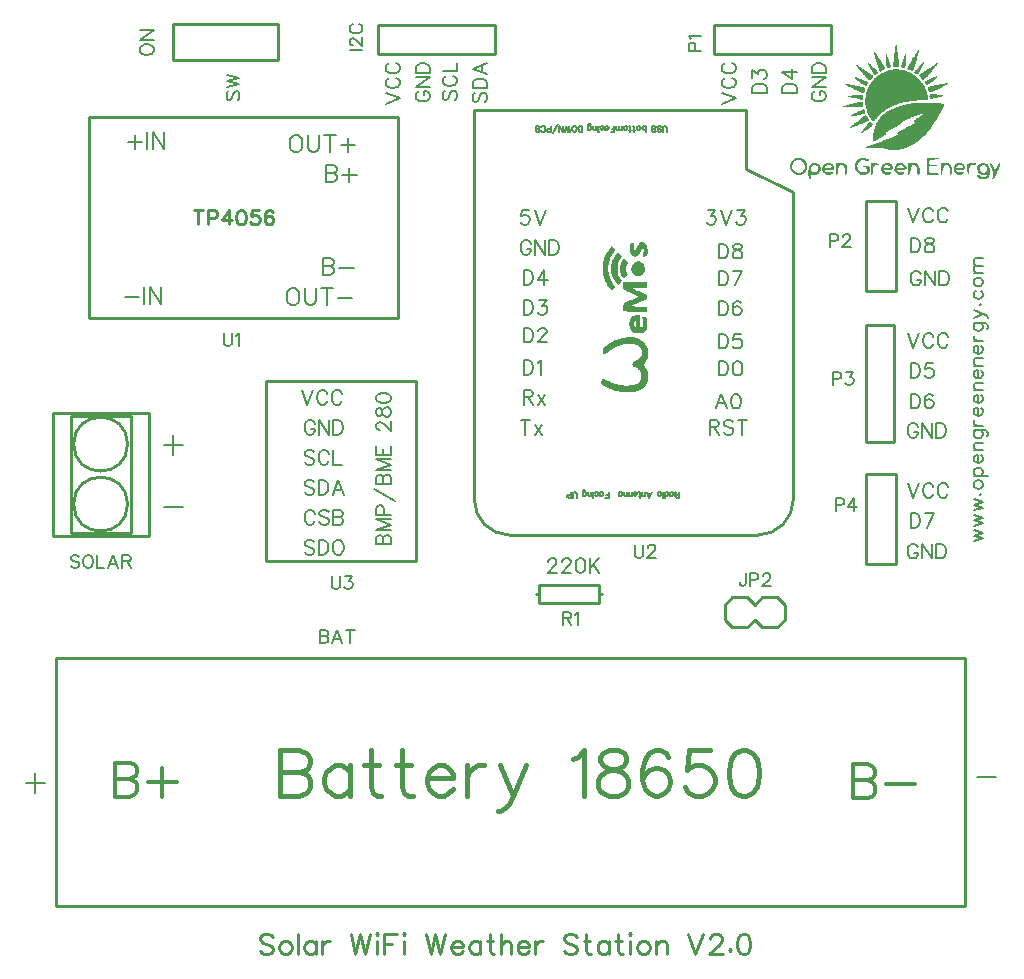
<source format=gto>
G04 Layer: TopSilkLayer*
G04 EasyEDA v5.9.42, Fri, 15 Feb 2019 08:44:07 GMT*
G04 63fce91bb22149d2a5f5640f5a0d42c2*
G04 Gerber Generator version 0.2*
G04 Scale: 100 percent, Rotated: No, Reflected: No *
G04 Dimensions in inches *
G04 leading zeros omitted , absolute positions ,2 integer and 4 decimal *
%FSLAX24Y24*%
%MOIN*%
G90*
G70D02*

%ADD10C,0.010000*%
%ADD21C,0.009842*%
%ADD22C,0.007000*%
%ADD23C,0.008000*%
%ADD24C,0.006000*%
%ADD25C,0.015748*%
%ADD26C,0.011810*%

%LPD*%

%LPD*%
G36*
G01X20787Y21365D02*
G01X20764Y21366D01*
G01X20741Y21365D01*
G01X20717Y21365D01*
G01X20669Y21361D01*
G01X20644Y21359D01*
G01X20594Y21353D01*
G01X20569Y21348D01*
G01X20544Y21344D01*
G01X20518Y21339D01*
G01X20493Y21334D01*
G01X20467Y21328D01*
G01X20417Y21316D01*
G01X20391Y21309D01*
G01X20366Y21301D01*
G01X20341Y21294D01*
G01X20316Y21285D01*
G01X20292Y21277D01*
G01X20244Y21259D01*
G01X20175Y21229D01*
G01X20153Y21219D01*
G01X20132Y21208D01*
G01X20111Y21196D01*
G01X20091Y21185D01*
G01X20071Y21173D01*
G01X20052Y21161D01*
G01X20035Y21149D01*
G01X19999Y21124D01*
G01X19967Y21100D01*
G01X19939Y21078D01*
G01X19915Y21056D01*
G01X19894Y21036D01*
G01X19877Y21016D01*
G01X19863Y20997D01*
G01X19852Y20978D01*
G01X19844Y20960D01*
G01X19838Y20941D01*
G01X19835Y20921D01*
G01X19834Y20901D01*
G01X19839Y20867D01*
G01X19854Y20836D01*
G01X19874Y20813D01*
G01X19896Y20804D01*
G01X19910Y20805D01*
G01X19926Y20810D01*
G01X19943Y20818D01*
G01X19963Y20829D01*
G01X19983Y20843D01*
G01X20005Y20860D01*
G01X20029Y20880D01*
G01X20053Y20903D01*
G01X20069Y20917D01*
G01X20086Y20932D01*
G01X20103Y20946D01*
G01X20160Y20985D01*
G01X20202Y21009D01*
G01X20223Y21020D01*
G01X20246Y21031D01*
G01X20268Y21042D01*
G01X20292Y21052D01*
G01X20315Y21061D01*
G01X20340Y21070D01*
G01X20390Y21086D01*
G01X20416Y21094D01*
G01X20442Y21101D01*
G01X20468Y21107D01*
G01X20495Y21113D01*
G01X20549Y21123D01*
G01X20577Y21127D01*
G01X20604Y21130D01*
G01X20637Y21134D01*
G01X20699Y21138D01*
G01X20728Y21139D01*
G01X20757Y21139D01*
G01X20811Y21137D01*
G01X20836Y21135D01*
G01X20861Y21132D01*
G01X20885Y21128D01*
G01X20907Y21123D01*
G01X20928Y21118D01*
G01X20949Y21112D01*
G01X20968Y21105D01*
G01X20987Y21097D01*
G01X21004Y21089D01*
G01X21021Y21080D01*
G01X21036Y21070D01*
G01X21064Y21048D01*
G01X21076Y21035D01*
G01X21087Y21022D01*
G01X21097Y21009D01*
G01X21106Y20994D01*
G01X21114Y20979D01*
G01X21121Y20963D01*
G01X21127Y20946D01*
G01X21132Y20929D01*
G01X21138Y20891D01*
G01X21140Y20872D01*
G01X21140Y20851D01*
G01X21139Y20810D01*
G01X21134Y20779D01*
G01X21125Y20753D01*
G01X21110Y20727D01*
G01X21100Y20715D01*
G01X21089Y20702D01*
G01X21075Y20688D01*
G01X21059Y20674D01*
G01X21041Y20660D01*
G01X21003Y20632D01*
G01X20983Y20619D01*
G01X20963Y20607D01*
G01X20943Y20596D01*
G01X20923Y20586D01*
G01X20904Y20578D01*
G01X20889Y20570D01*
G01X20874Y20559D01*
G01X20861Y20547D01*
G01X20849Y20532D01*
G01X20840Y20517D01*
G01X20832Y20500D01*
G01X20828Y20483D01*
G01X20826Y20466D01*
G01X20829Y20450D01*
G01X20836Y20434D01*
G01X20847Y20417D01*
G01X20861Y20401D01*
G01X20878Y20386D01*
G01X20896Y20373D01*
G01X20915Y20364D01*
G01X20933Y20359D01*
G01X20956Y20352D01*
G01X20979Y20341D01*
G01X21002Y20326D01*
G01X21025Y20307D01*
G01X21046Y20286D01*
G01X21066Y20261D01*
G01X21084Y20235D01*
G01X21098Y20207D01*
G01X21109Y20182D01*
G01X21116Y20157D01*
G01X21122Y20131D01*
G01X21126Y20105D01*
G01X21127Y20078D01*
G01X21127Y20052D01*
G01X21125Y20026D01*
G01X21120Y20000D01*
G01X21114Y19975D01*
G01X21106Y19951D01*
G01X21096Y19928D01*
G01X21085Y19907D01*
G01X21072Y19887D01*
G01X21057Y19869D01*
G01X21040Y19853D01*
G01X21022Y19838D01*
G01X21006Y19828D01*
G01X20988Y19818D01*
G01X20969Y19809D01*
G01X20949Y19801D01*
G01X20928Y19793D01*
G01X20906Y19786D01*
G01X20883Y19779D01*
G01X20859Y19773D01*
G01X20834Y19768D01*
G01X20807Y19764D01*
G01X20781Y19760D01*
G01X20753Y19757D01*
G01X20725Y19755D01*
G01X20695Y19753D01*
G01X20603Y19753D01*
G01X20572Y19754D01*
G01X20539Y19757D01*
G01X20506Y19759D01*
G01X20482Y19762D01*
G01X20436Y19768D01*
G01X20414Y19771D01*
G01X20372Y19779D01*
G01X20330Y19789D01*
G01X20308Y19795D01*
G01X20287Y19802D01*
G01X20243Y19816D01*
G01X20221Y19825D01*
G01X20198Y19834D01*
G01X20150Y19854D01*
G01X20124Y19866D01*
G01X20097Y19878D01*
G01X20069Y19891D01*
G01X20040Y19905D01*
G01X20012Y19919D01*
G01X19984Y19932D01*
G01X19957Y19944D01*
G01X19932Y19954D01*
G01X19910Y19963D01*
G01X19892Y19969D01*
G01X19877Y19973D01*
G01X19868Y19975D01*
G01X19852Y19973D01*
G01X19837Y19967D01*
G01X19824Y19958D01*
G01X19812Y19946D01*
G01X19802Y19931D01*
G01X19795Y19915D01*
G01X19789Y19897D01*
G01X19786Y19878D01*
G01X19785Y19858D01*
G01X19787Y19838D01*
G01X19792Y19819D01*
G01X19800Y19800D01*
G01X19804Y19793D01*
G01X19811Y19786D01*
G01X19820Y19778D01*
G01X19831Y19769D01*
G01X19844Y19761D01*
G01X19860Y19751D01*
G01X19877Y19742D01*
G01X19896Y19731D01*
G01X19938Y19710D01*
G01X19961Y19699D01*
G01X19985Y19688D01*
G01X20010Y19677D01*
G01X20036Y19666D01*
G01X20063Y19655D01*
G01X20090Y19645D01*
G01X20118Y19634D01*
G01X20202Y19604D01*
G01X20258Y19586D01*
G01X20286Y19578D01*
G01X20313Y19570D01*
G01X20330Y19566D01*
G01X20346Y19562D01*
G01X20361Y19558D01*
G01X20377Y19555D01*
G01X20392Y19553D01*
G01X20408Y19550D01*
G01X20424Y19548D01*
G01X20442Y19546D01*
G01X20461Y19545D01*
G01X20482Y19544D01*
G01X20505Y19543D01*
G01X20531Y19543D01*
G01X20559Y19542D01*
G01X20753Y19542D01*
G01X20790Y19543D01*
G01X20823Y19544D01*
G01X20851Y19544D01*
G01X20875Y19546D01*
G01X20897Y19548D01*
G01X20915Y19550D01*
G01X20932Y19553D01*
G01X20948Y19557D01*
G01X20963Y19561D01*
G01X20977Y19565D01*
G01X21004Y19575D01*
G01X21030Y19585D01*
G01X21055Y19596D01*
G01X21079Y19608D01*
G01X21102Y19620D01*
G01X21124Y19634D01*
G01X21145Y19648D01*
G01X21166Y19663D01*
G01X21185Y19679D01*
G01X21204Y19696D01*
G01X21222Y19713D01*
G01X21239Y19731D01*
G01X21255Y19750D01*
G01X21269Y19767D01*
G01X21282Y19785D01*
G01X21294Y19803D01*
G01X21305Y19821D01*
G01X21314Y19839D01*
G01X21322Y19857D01*
G01X21329Y19876D01*
G01X21341Y19916D01*
G01X21345Y19938D01*
G01X21348Y19960D01*
G01X21351Y19984D01*
G01X21353Y20009D01*
G01X21354Y20035D01*
G01X21354Y20089D01*
G01X21353Y20113D01*
G01X21349Y20157D01*
G01X21346Y20178D01*
G01X21342Y20198D01*
G01X21332Y20236D01*
G01X21325Y20255D01*
G01X21318Y20273D01*
G01X21309Y20292D01*
G01X21299Y20311D01*
G01X21288Y20330D01*
G01X21276Y20349D01*
G01X21262Y20370D01*
G01X21247Y20391D01*
G01X21230Y20415D01*
G01X21216Y20436D01*
G01X21207Y20452D01*
G01X21203Y20459D01*
G01X21207Y20468D01*
G01X21219Y20487D01*
G01X21236Y20513D01*
G01X21257Y20544D01*
G01X21277Y20573D01*
G01X21295Y20600D01*
G01X21310Y20625D01*
G01X21322Y20648D01*
G01X21332Y20670D01*
G01X21341Y20692D01*
G01X21347Y20714D01*
G01X21352Y20736D01*
G01X21356Y20760D01*
G01X21358Y20785D01*
G01X21359Y20812D01*
G01X21359Y20841D01*
G01X21358Y20867D01*
G01X21356Y20892D01*
G01X21353Y20917D01*
G01X21349Y20942D01*
G01X21344Y20965D01*
G01X21338Y20988D01*
G01X21331Y21011D01*
G01X21323Y21033D01*
G01X21314Y21055D01*
G01X21305Y21076D01*
G01X21294Y21096D01*
G01X21282Y21116D01*
G01X21256Y21154D01*
G01X21241Y21171D01*
G01X21226Y21189D01*
G01X21210Y21205D01*
G01X21193Y21221D01*
G01X21175Y21236D01*
G01X21156Y21250D01*
G01X21116Y21276D01*
G01X21095Y21288D01*
G01X21073Y21300D01*
G01X21051Y21310D01*
G01X21003Y21328D01*
G01X20979Y21336D01*
G01X20953Y21343D01*
G01X20927Y21349D01*
G01X20900Y21355D01*
G01X20873Y21359D01*
G01X20831Y21363D01*
G01X20809Y21365D01*
G01X20787Y21365D01*
G37*

%LPD*%
G36*
G01X21006Y22095D02*
G01X20979Y22096D01*
G01X20953Y22095D01*
G01X20929Y22093D01*
G01X20906Y22088D01*
G01X20884Y22083D01*
G01X20864Y22076D01*
G01X20845Y22067D01*
G01X20827Y22056D01*
G01X20811Y22044D01*
G01X20796Y22031D01*
G01X20783Y22016D01*
G01X20771Y21999D01*
G01X20760Y21981D01*
G01X20751Y21961D01*
G01X20743Y21940D01*
G01X20737Y21917D01*
G01X20732Y21893D01*
G01X20729Y21867D01*
G01X20727Y21840D01*
G01X20727Y21812D01*
G01X20728Y21776D01*
G01X20731Y21741D01*
G01X20735Y21711D01*
G01X20739Y21689D01*
G01X20747Y21669D01*
G01X20760Y21647D01*
G01X20776Y21623D01*
G01X20796Y21599D01*
G01X20817Y21575D01*
G01X20839Y21553D01*
G01X20863Y21534D01*
G01X20885Y21518D01*
G01X20912Y21504D01*
G01X20941Y21496D01*
G01X20977Y21491D01*
G01X21026Y21490D01*
G01X21052Y21491D01*
G01X21076Y21492D01*
G01X21099Y21495D01*
G01X21121Y21499D01*
G01X21142Y21503D01*
G01X21161Y21509D01*
G01X21180Y21517D01*
G01X21197Y21525D01*
G01X21214Y21534D01*
G01X21228Y21544D01*
G01X21243Y21555D01*
G01X21256Y21568D01*
G01X21268Y21582D01*
G01X21278Y21596D01*
G01X21288Y21612D01*
G01X21297Y21629D01*
G01X21311Y21667D01*
G01X21321Y21709D01*
G01X21324Y21732D01*
G01X21327Y21757D01*
G01X21328Y21782D01*
G01X21328Y21809D01*
G01X21327Y21845D01*
G01X21325Y21880D01*
G01X21321Y21913D01*
G01X21315Y21943D01*
G01X21309Y21969D01*
G01X21301Y21993D01*
G01X21292Y22011D01*
G01X21282Y22025D01*
G01X21270Y22035D01*
G01X21253Y22042D01*
G01X21233Y22046D01*
G01X21207Y22048D01*
G01X21172Y22046D01*
G01X21157Y22039D01*
G01X21158Y22019D01*
G01X21172Y21978D01*
G01X21178Y21955D01*
G01X21183Y21927D01*
G01X21187Y21894D01*
G01X21189Y21860D01*
G01X21190Y21827D01*
G01X21189Y21796D01*
G01X21187Y21771D01*
G01X21183Y21753D01*
G01X21169Y21735D01*
G01X21143Y21717D01*
G01X21115Y21702D01*
G01X21091Y21696D01*
G01X21088Y21699D01*
G01X21085Y21709D01*
G01X21083Y21726D01*
G01X21081Y21748D01*
G01X21079Y21776D01*
G01X21077Y21810D01*
G01X21076Y21849D01*
G01X21075Y21894D01*
G01X21071Y22092D01*
G01X21006Y22095D01*
G37*

%LPC*%
G36*
G01X20945Y21901D02*
G01X20941Y21909D01*
G01X20934Y21907D01*
G01X20924Y21902D01*
G01X20911Y21893D01*
G01X20897Y21883D01*
G01X20881Y21869D01*
G01X20871Y21853D01*
G01X20866Y21834D01*
G01X20864Y21811D01*
G01X20868Y21777D01*
G01X20878Y21750D01*
G01X20897Y21728D01*
G01X20924Y21710D01*
G01X20952Y21695D01*
G01X20952Y21802D01*
G01X20951Y21844D01*
G01X20949Y21878D01*
G01X20945Y21901D01*
G37*

%LPD*%
G36*
G01X21316Y23203D02*
G01X20525Y23203D01*
G01X20525Y23084D01*
G01X20526Y23023D01*
G01X20529Y22984D01*
G01X20535Y22963D01*
G01X20547Y22952D01*
G01X20552Y22949D01*
G01X20561Y22944D01*
G01X20574Y22938D01*
G01X20632Y22909D01*
G01X20657Y22898D01*
G01X20684Y22884D01*
G01X20712Y22871D01*
G01X20743Y22857D01*
G01X20774Y22842D01*
G01X20806Y22827D01*
G01X20856Y22803D01*
G01X20899Y22782D01*
G01X20934Y22765D01*
G01X20963Y22751D01*
G01X20985Y22740D01*
G01X21002Y22730D01*
G01X21014Y22722D01*
G01X21021Y22716D01*
G01X21023Y22711D01*
G01X21023Y22707D01*
G01X21019Y22704D01*
G01X21014Y22701D01*
G01X21007Y22698D01*
G01X20997Y22694D01*
G01X20984Y22688D01*
G01X20967Y22681D01*
G01X20948Y22673D01*
G01X20926Y22664D01*
G01X20902Y22654D01*
G01X20875Y22644D01*
G01X20847Y22632D01*
G01X20818Y22621D01*
G01X20788Y22608D01*
G01X20757Y22596D01*
G01X20531Y22505D01*
G01X20527Y22365D01*
G01X20524Y22226D01*
G01X20829Y22217D01*
G01X20860Y22217D01*
G01X20892Y22216D01*
G01X20923Y22215D01*
G01X20955Y22214D01*
G01X20985Y22214D01*
G01X21014Y22213D01*
G01X21070Y22213D01*
G01X21096Y22212D01*
G01X21198Y22212D01*
G01X21211Y22213D01*
G01X21222Y22213D01*
G01X21310Y22217D01*
G01X21318Y22387D01*
G01X21044Y22387D01*
G01X20770Y22388D01*
G01X21317Y22630D01*
G01X21314Y22705D01*
G01X21310Y22780D01*
G01X21059Y22892D01*
G01X21026Y22907D01*
G01X20993Y22921D01*
G01X20962Y22935D01*
G01X20932Y22948D01*
G01X20906Y22961D01*
G01X20881Y22971D01*
G01X20860Y22981D01*
G01X20841Y22990D01*
G01X20826Y22996D01*
G01X20815Y23002D01*
G01X20808Y23005D01*
G01X20805Y23007D01*
G01X20807Y23007D01*
G01X20814Y23008D01*
G01X20880Y23008D01*
G01X20906Y23007D01*
G01X20964Y23007D01*
G01X20997Y23006D01*
G01X21031Y23005D01*
G01X21067Y23005D01*
G01X21333Y22999D01*
G01X21325Y23048D01*
G01X21322Y23071D01*
G01X21319Y23098D01*
G01X21317Y23125D01*
G01X21317Y23150D01*
G01X21316Y23203D01*
G37*

%LPD*%
G36*
G01X20148Y24392D02*
G01X20139Y24395D01*
G01X20129Y24388D01*
G01X20115Y24375D01*
G01X20097Y24355D01*
G01X20077Y24332D01*
G01X20056Y24306D01*
G01X20034Y24277D01*
G01X20014Y24248D01*
G01X19994Y24220D01*
G01X19981Y24198D01*
G01X19967Y24177D01*
G01X19955Y24155D01*
G01X19943Y24134D01*
G01X19932Y24113D01*
G01X19921Y24091D01*
G01X19911Y24070D01*
G01X19902Y24048D01*
G01X19893Y24027D01*
G01X19885Y24005D01*
G01X19878Y23984D01*
G01X19872Y23962D01*
G01X19865Y23940D01*
G01X19855Y23896D01*
G01X19850Y23873D01*
G01X19847Y23850D01*
G01X19843Y23827D01*
G01X19840Y23804D01*
G01X19838Y23780D01*
G01X19837Y23756D01*
G01X19835Y23731D01*
G01X19835Y23650D01*
G01X19836Y23619D01*
G01X19838Y23587D01*
G01X19840Y23557D01*
G01X19843Y23528D01*
G01X19846Y23502D01*
G01X19849Y23479D01*
G01X19852Y23461D01*
G01X19859Y23432D01*
G01X19866Y23404D01*
G01X19874Y23376D01*
G01X19882Y23349D01*
G01X19890Y23323D01*
G01X19899Y23297D01*
G01X19909Y23271D01*
G01X19929Y23223D01*
G01X19940Y23199D01*
G01X19964Y23153D01*
G01X19976Y23132D01*
G01X19989Y23110D01*
G01X20015Y23070D01*
G01X20030Y23050D01*
G01X20044Y23032D01*
G01X20060Y23013D01*
G01X20075Y22996D01*
G01X20138Y22927D01*
G01X20199Y22980D01*
G01X20223Y23002D01*
G01X20243Y23020D01*
G01X20256Y23034D01*
G01X20261Y23040D01*
G01X20257Y23048D01*
G01X20246Y23065D01*
G01X20229Y23088D01*
G01X20209Y23116D01*
G01X20195Y23135D01*
G01X20181Y23155D01*
G01X20155Y23197D01*
G01X20143Y23218D01*
G01X20131Y23240D01*
G01X20109Y23284D01*
G01X20089Y23330D01*
G01X20081Y23353D01*
G01X20072Y23376D01*
G01X20064Y23399D01*
G01X20057Y23422D01*
G01X20051Y23446D01*
G01X20045Y23469D01*
G01X20040Y23493D01*
G01X20035Y23516D01*
G01X20031Y23540D01*
G01X20028Y23563D01*
G01X20026Y23586D01*
G01X20024Y23610D01*
G01X20023Y23633D01*
G01X20022Y23655D01*
G01X20023Y23682D01*
G01X20024Y23708D01*
G01X20026Y23735D01*
G01X20029Y23762D01*
G01X20037Y23816D01*
G01X20042Y23842D01*
G01X20054Y23896D01*
G01X20068Y23948D01*
G01X20077Y23973D01*
G01X20085Y23998D01*
G01X20094Y24023D01*
G01X20114Y24069D01*
G01X20136Y24113D01*
G01X20147Y24133D01*
G01X20159Y24152D01*
G01X20172Y24170D01*
G01X20184Y24187D01*
G01X20197Y24203D01*
G01X20210Y24217D01*
G01X20230Y24238D01*
G01X20246Y24258D01*
G01X20257Y24272D01*
G01X20261Y24280D01*
G01X20256Y24290D01*
G01X20244Y24306D01*
G01X20226Y24326D01*
G01X20205Y24346D01*
G01X20183Y24365D01*
G01X20163Y24382D01*
G01X20148Y24392D01*
G37*

%LPD*%
G36*
G01X20354Y24198D02*
G01X20343Y24200D01*
G01X20331Y24192D01*
G01X20315Y24176D01*
G01X20296Y24154D01*
G01X20275Y24127D01*
G01X20253Y24097D01*
G01X20232Y24067D01*
G01X20214Y24037D01*
G01X20199Y24010D01*
G01X20177Y23962D01*
G01X20159Y23910D01*
G01X20150Y23883D01*
G01X20143Y23856D01*
G01X20136Y23828D01*
G01X20130Y23801D01*
G01X20125Y23773D01*
G01X20121Y23745D01*
G01X20115Y23689D01*
G01X20113Y23635D01*
G01X20114Y23609D01*
G01X20115Y23584D01*
G01X20117Y23559D01*
G01X20120Y23536D01*
G01X20124Y23513D01*
G01X20130Y23492D01*
G01X20137Y23467D01*
G01X20146Y23441D01*
G01X20155Y23416D01*
G01X20177Y23364D01*
G01X20189Y23339D01*
G01X20203Y23313D01*
G01X20231Y23263D01*
G01X20263Y23215D01*
G01X20279Y23192D01*
G01X20339Y23112D01*
G01X20407Y23179D01*
G01X20433Y23206D01*
G01X20455Y23230D01*
G01X20469Y23248D01*
G01X20475Y23258D01*
G01X20472Y23266D01*
G01X20463Y23279D01*
G01X20451Y23296D01*
G01X20435Y23314D01*
G01X20417Y23337D01*
G01X20398Y23366D01*
G01X20379Y23398D01*
G01X20363Y23429D01*
G01X20354Y23451D01*
G01X20346Y23470D01*
G01X20340Y23490D01*
G01X20336Y23511D01*
G01X20334Y23535D01*
G01X20332Y23564D01*
G01X20331Y23600D01*
G01X20331Y23699D01*
G01X20333Y23724D01*
G01X20335Y23748D01*
G01X20337Y23770D01*
G01X20341Y23792D01*
G01X20345Y23813D01*
G01X20350Y23833D01*
G01X20356Y23853D01*
G01X20372Y23893D01*
G01X20382Y23914D01*
G01X20393Y23935D01*
G01X20405Y23957D01*
G01X20419Y23980D01*
G01X20434Y24005D01*
G01X20476Y24072D01*
G01X20418Y24140D01*
G01X20393Y24167D01*
G01X20371Y24187D01*
G01X20354Y24198D01*
G37*

%LPD*%
G36*
G01X20577Y23974D02*
G01X20561Y23985D01*
G01X20548Y23984D01*
G01X20534Y23973D01*
G01X20519Y23958D01*
G01X20505Y23942D01*
G01X20492Y23925D01*
G01X20480Y23905D01*
G01X20469Y23885D01*
G01X20458Y23863D01*
G01X20449Y23841D01*
G01X20440Y23817D01*
G01X20433Y23793D01*
G01X20427Y23769D01*
G01X20422Y23743D01*
G01X20418Y23718D01*
G01X20415Y23692D01*
G01X20413Y23667D01*
G01X20413Y23641D01*
G01X20415Y23591D01*
G01X20419Y23567D01*
G01X20424Y23544D01*
G01X20430Y23521D01*
G01X20439Y23496D01*
G01X20450Y23470D01*
G01X20463Y23443D01*
G01X20477Y23417D01*
G01X20492Y23392D01*
G01X20506Y23371D01*
G01X20519Y23353D01*
G01X20531Y23341D01*
G01X20544Y23335D01*
G01X20559Y23338D01*
G01X20581Y23355D01*
G01X20615Y23388D01*
G01X20678Y23451D01*
G01X20646Y23512D01*
G01X20635Y23534D01*
G01X20627Y23555D01*
G01X20620Y23578D01*
G01X20616Y23601D01*
G01X20613Y23625D01*
G01X20612Y23648D01*
G01X20613Y23672D01*
G01X20615Y23696D01*
G01X20620Y23721D01*
G01X20626Y23744D01*
G01X20635Y23769D01*
G01X20644Y23792D01*
G01X20656Y23817D01*
G01X20664Y23836D01*
G01X20667Y23851D01*
G01X20666Y23865D01*
G01X20659Y23879D01*
G01X20647Y23896D01*
G01X20627Y23919D01*
G01X20601Y23948D01*
G01X20577Y23974D01*
G37*

%LPD*%
G36*
G01X21037Y23900D02*
G01X21013Y23900D01*
G01X20989Y23898D01*
G01X20965Y23891D01*
G01X20940Y23882D01*
G01X20915Y23869D01*
G01X20889Y23853D01*
G01X20870Y23839D01*
G01X20853Y23821D01*
G01X20838Y23801D01*
G01X20825Y23779D01*
G01X20814Y23755D01*
G01X20805Y23730D01*
G01X20798Y23703D01*
G01X20794Y23676D01*
G01X20792Y23649D01*
G01X20793Y23622D01*
G01X20796Y23595D01*
G01X20802Y23569D01*
G01X20811Y23545D01*
G01X20822Y23522D01*
G01X20835Y23501D01*
G01X20850Y23482D01*
G01X20867Y23465D01*
G01X20885Y23449D01*
G01X20905Y23436D01*
G01X20926Y23425D01*
G01X20948Y23416D01*
G01X20972Y23409D01*
G01X20996Y23405D01*
G01X21021Y23404D01*
G01X21045Y23405D01*
G01X21067Y23409D01*
G01X21089Y23415D01*
G01X21110Y23423D01*
G01X21129Y23432D01*
G01X21147Y23444D01*
G01X21164Y23458D01*
G01X21179Y23473D01*
G01X21193Y23490D01*
G01X21205Y23509D01*
G01X21216Y23529D01*
G01X21225Y23551D01*
G01X21231Y23574D01*
G01X21237Y23598D01*
G01X21240Y23623D01*
G01X21241Y23649D01*
G01X21240Y23677D01*
G01X21236Y23703D01*
G01X21230Y23728D01*
G01X21222Y23753D01*
G01X21211Y23775D01*
G01X21199Y23797D01*
G01X21184Y23817D01*
G01X21168Y23835D01*
G01X21149Y23851D01*
G01X21129Y23866D01*
G01X21107Y23878D01*
G01X21084Y23889D01*
G01X21060Y23896D01*
G01X21037Y23900D01*
G37*

%LPD*%
G36*
G01X21218Y24531D02*
G01X21192Y24534D01*
G01X21148Y24532D01*
G01X21127Y24530D01*
G01X21109Y24528D01*
G01X21093Y24524D01*
G01X21078Y24518D01*
G01X21065Y24510D01*
G01X21053Y24500D01*
G01X21042Y24486D01*
G01X21031Y24469D01*
G01X21019Y24448D01*
G01X21006Y24423D01*
G01X20993Y24392D01*
G01X20977Y24357D01*
G01X20959Y24317D01*
G01X20941Y24283D01*
G01X20927Y24259D01*
G01X20917Y24249D01*
G01X20910Y24250D01*
G01X20901Y24257D01*
G01X20892Y24270D01*
G01X20884Y24286D01*
G01X20878Y24301D01*
G01X20875Y24317D01*
G01X20873Y24334D01*
G01X20873Y24353D01*
G01X20876Y24375D01*
G01X20880Y24400D01*
G01X20886Y24429D01*
G01X20895Y24463D01*
G01X20899Y24482D01*
G01X20896Y24492D01*
G01X20882Y24496D01*
G01X20854Y24497D01*
G01X20833Y24498D01*
G01X20813Y24499D01*
G01X20796Y24502D01*
G01X20784Y24505D01*
G01X20775Y24504D01*
G01X20766Y24495D01*
G01X20758Y24479D01*
G01X20751Y24458D01*
G01X20744Y24432D01*
G01X20739Y24402D01*
G01X20736Y24371D01*
G01X20734Y24338D01*
G01X20733Y24306D01*
G01X20735Y24276D01*
G01X20739Y24247D01*
G01X20744Y24223D01*
G01X20755Y24192D01*
G01X20768Y24164D01*
G01X20781Y24139D01*
G01X20796Y24117D01*
G01X20812Y24098D01*
G01X20830Y24083D01*
G01X20848Y24070D01*
G01X20868Y24061D01*
G01X20889Y24055D01*
G01X20910Y24053D01*
G01X20933Y24053D01*
G01X20957Y24057D01*
G01X20981Y24064D01*
G01X21003Y24074D01*
G01X21022Y24088D01*
G01X21039Y24105D01*
G01X21055Y24127D01*
G01X21070Y24154D01*
G01X21084Y24187D01*
G01X21099Y24227D01*
G01X21119Y24280D01*
G01X21134Y24311D01*
G01X21148Y24325D01*
G01X21165Y24328D01*
G01X21182Y24326D01*
G01X21192Y24319D01*
G01X21198Y24305D01*
G01X21201Y24280D01*
G01X21201Y24256D01*
G01X21198Y24227D01*
G01X21193Y24195D01*
G01X21185Y24165D01*
G01X21177Y24137D01*
G01X21171Y24109D01*
G01X21167Y24086D01*
G01X21165Y24070D01*
G01X21167Y24054D01*
G01X21175Y24047D01*
G01X21195Y24046D01*
G01X21231Y24051D01*
G01X21257Y24055D01*
G01X21281Y24061D01*
G01X21298Y24067D01*
G01X21307Y24074D01*
G01X21315Y24090D01*
G01X21322Y24110D01*
G01X21328Y24133D01*
G01X21333Y24158D01*
G01X21337Y24185D01*
G01X21339Y24214D01*
G01X21339Y24242D01*
G01X21337Y24271D01*
G01X21333Y24311D01*
G01X21327Y24347D01*
G01X21321Y24378D01*
G01X21313Y24405D01*
G01X21304Y24430D01*
G01X21292Y24452D01*
G01X21279Y24473D01*
G01X21263Y24492D01*
G01X21239Y24518D01*
G01X21218Y24531D01*
G37*

%LPD*%
G36*
G01X32515Y27171D02*
G01X32488Y27171D01*
G01X32461Y27167D01*
G01X32435Y27162D01*
G01X32411Y27154D01*
G01X32390Y27143D01*
G01X32373Y27131D01*
G01X32359Y27116D01*
G01X32347Y27099D01*
G01X32337Y27080D01*
G01X32330Y27058D01*
G01X32325Y27036D01*
G01X32322Y27011D01*
G01X32322Y26987D01*
G01X32325Y26962D01*
G01X32331Y26936D01*
G01X32339Y26911D01*
G01X32350Y26887D01*
G01X32363Y26865D01*
G01X32377Y26845D01*
G01X32392Y26827D01*
G01X32409Y26812D01*
G01X32427Y26800D01*
G01X32446Y26790D01*
G01X32466Y26782D01*
G01X32487Y26778D01*
G01X32510Y26775D01*
G01X32533Y26775D01*
G01X32558Y26778D01*
G01X32584Y26783D01*
G01X32621Y26791D01*
G01X32638Y26789D01*
G01X32638Y26774D01*
G01X32624Y26743D01*
G01X32613Y26727D01*
G01X32600Y26713D01*
G01X32585Y26703D01*
G01X32569Y26694D01*
G01X32552Y26689D01*
G01X32534Y26686D01*
G01X32517Y26687D01*
G01X32499Y26690D01*
G01X32481Y26696D01*
G01X32465Y26705D01*
G01X32451Y26716D01*
G01X32438Y26731D01*
G01X32421Y26748D01*
G01X32400Y26760D01*
G01X32377Y26767D01*
G01X32355Y26767D01*
G01X32330Y26759D01*
G01X32321Y26748D01*
G01X32328Y26727D01*
G01X32352Y26692D01*
G01X32363Y26678D01*
G01X32377Y26666D01*
G01X32393Y26655D01*
G01X32411Y26646D01*
G01X32431Y26639D01*
G01X32452Y26633D01*
G01X32474Y26629D01*
G01X32497Y26627D01*
G01X32520Y26626D01*
G01X32543Y26628D01*
G01X32567Y26630D01*
G01X32590Y26635D01*
G01X32613Y26642D01*
G01X32635Y26650D01*
G01X32655Y26660D01*
G01X32674Y26672D01*
G01X32687Y26683D01*
G01X32698Y26697D01*
G01X32709Y26714D01*
G01X32717Y26734D01*
G01X32725Y26755D01*
G01X32731Y26778D01*
G01X32736Y26803D01*
G01X32740Y26830D01*
G01X32742Y26857D01*
G01X32743Y26884D01*
G01X32743Y26912D01*
G01X32742Y26939D01*
G01X32739Y26966D01*
G01X32734Y26993D01*
G01X32729Y27018D01*
G01X32722Y27042D01*
G01X32714Y27063D01*
G01X32704Y27083D01*
G01X32693Y27100D01*
G01X32681Y27115D01*
G01X32664Y27129D01*
G01X32643Y27142D01*
G01X32621Y27152D01*
G01X32596Y27160D01*
G01X32570Y27166D01*
G01X32543Y27170D01*
G01X32515Y27171D01*
G37*

%LPC*%
G36*
G01X32527Y27112D02*
G01X32510Y27112D01*
G01X32493Y27107D01*
G01X32477Y27096D01*
G01X32459Y27080D01*
G01X32439Y27060D01*
G01X32425Y27043D01*
G01X32414Y27026D01*
G01X32406Y27009D01*
G01X32401Y26992D01*
G01X32399Y26975D01*
G01X32400Y26958D01*
G01X32404Y26942D01*
G01X32411Y26926D01*
G01X32421Y26910D01*
G01X32433Y26895D01*
G01X32448Y26881D01*
G01X32467Y26868D01*
G01X32499Y26849D01*
G01X32526Y26844D01*
G01X32554Y26852D01*
G01X32589Y26873D01*
G01X32607Y26888D01*
G01X32622Y26905D01*
G01X32634Y26924D01*
G01X32642Y26944D01*
G01X32648Y26964D01*
G01X32650Y26985D01*
G01X32649Y27005D01*
G01X32645Y27025D01*
G01X32638Y27043D01*
G01X32627Y27059D01*
G01X32614Y27074D01*
G01X32596Y27085D01*
G01X32570Y27098D01*
G01X32547Y27107D01*
G01X32527Y27112D01*
G37*

%LPD*%
G36*
G01X32785Y27170D02*
G01X32777Y27172D01*
G01X32761Y27171D01*
G01X32749Y27165D01*
G01X32741Y27158D01*
G01X32738Y27149D01*
G01X32739Y27142D01*
G01X32748Y27115D01*
G01X32755Y27096D01*
G01X32764Y27075D01*
G01X32774Y27052D01*
G01X32785Y27028D01*
G01X32797Y27003D01*
G01X32812Y26971D01*
G01X32825Y26943D01*
G01X32835Y26918D01*
G01X32843Y26894D01*
G01X32848Y26872D01*
G01X32852Y26851D01*
G01X32854Y26829D01*
G01X32854Y26807D01*
G01X32852Y26784D01*
G01X32848Y26759D01*
G01X32843Y26732D01*
G01X32836Y26702D01*
G01X32829Y26665D01*
G01X32829Y26642D01*
G01X32836Y26631D01*
G01X32851Y26631D01*
G01X32856Y26635D01*
G01X32863Y26642D01*
G01X32872Y26653D01*
G01X32881Y26668D01*
G01X32892Y26685D01*
G01X32903Y26705D01*
G01X32915Y26727D01*
G01X32940Y26777D01*
G01X32954Y26803D01*
G01X32967Y26831D01*
G01X32981Y26860D01*
G01X32994Y26888D01*
G01X33006Y26917D01*
G01X33019Y26946D01*
G01X33031Y26973D01*
G01X33041Y27000D01*
G01X33051Y27025D01*
G01X33060Y27049D01*
G01X33068Y27070D01*
G01X33074Y27090D01*
G01X33078Y27106D01*
G01X33081Y27120D01*
G01X33082Y27130D01*
G01X33081Y27148D01*
G01X33078Y27161D01*
G01X33072Y27169D01*
G01X33066Y27172D01*
G01X33057Y27171D01*
G01X33047Y27166D01*
G01X33036Y27156D01*
G01X33025Y27143D01*
G01X33012Y27125D01*
G01X32999Y27104D01*
G01X32985Y27079D01*
G01X32971Y27050D01*
G01X32916Y26928D01*
G01X32865Y27050D01*
G01X32855Y27075D01*
G01X32843Y27098D01*
G01X32831Y27118D01*
G01X32819Y27136D01*
G01X32807Y27151D01*
G01X32796Y27163D01*
G01X32785Y27170D01*
G37*

%LPD*%
G36*
G01X26905Y27179D02*
G01X26884Y27179D01*
G01X26864Y27176D01*
G01X26845Y27170D01*
G01X26827Y27163D01*
G01X26812Y27154D01*
G01X26797Y27144D01*
G01X26782Y27131D01*
G01X26767Y27117D01*
G01X26753Y27103D01*
G01X26740Y27087D01*
G01X26730Y27072D01*
G01X26721Y27057D01*
G01X26714Y27042D01*
G01X26709Y27024D01*
G01X26704Y27003D01*
G01X26700Y26980D01*
G01X26697Y26955D01*
G01X26694Y26929D01*
G01X26692Y26902D01*
G01X26691Y26874D01*
G01X26691Y26846D01*
G01X26692Y26818D01*
G01X26693Y26791D01*
G01X26695Y26764D01*
G01X26698Y26739D01*
G01X26701Y26716D01*
G01X26705Y26694D01*
G01X26710Y26676D01*
G01X26715Y26660D01*
G01X26721Y26648D01*
G01X26728Y26639D01*
G01X26735Y26634D01*
G01X26751Y26635D01*
G01X26762Y26651D01*
G01X26768Y26681D01*
G01X26771Y26726D01*
G01X26771Y26757D01*
G01X26772Y26781D01*
G01X26775Y26797D01*
G01X26779Y26807D01*
G01X26786Y26811D01*
G01X26796Y26810D01*
G01X26810Y26804D01*
G01X26844Y26784D01*
G01X26861Y26778D01*
G01X26879Y26774D01*
G01X26897Y26772D01*
G01X26916Y26773D01*
G01X26934Y26776D01*
G01X26952Y26780D01*
G01X26969Y26787D01*
G01X26987Y26795D01*
G01X27003Y26805D01*
G01X27019Y26817D01*
G01X27034Y26830D01*
G01X27048Y26844D01*
G01X27061Y26859D01*
G01X27073Y26875D01*
G01X27083Y26892D01*
G01X27092Y26910D01*
G01X27099Y26929D01*
G01X27105Y26948D01*
G01X27108Y26967D01*
G01X27109Y26987D01*
G01X27109Y27007D01*
G01X27105Y27027D01*
G01X27100Y27046D01*
G01X27092Y27065D01*
G01X27081Y27083D01*
G01X27069Y27100D01*
G01X27055Y27115D01*
G01X27039Y27129D01*
G01X27022Y27142D01*
G01X27004Y27153D01*
G01X26985Y27162D01*
G01X26966Y27169D01*
G01X26946Y27175D01*
G01X26925Y27178D01*
G01X26905Y27179D01*
G37*

%LPC*%
G36*
G01X26904Y27112D02*
G01X26886Y27113D01*
G01X26869Y27109D01*
G01X26852Y27100D01*
G01X26835Y27087D01*
G01X26816Y27070D01*
G01X26798Y27051D01*
G01X26785Y27034D01*
G01X26777Y27017D01*
G01X26773Y27000D01*
G01X26773Y26981D01*
G01X26778Y26961D01*
G01X26787Y26938D01*
G01X26800Y26912D01*
G01X26810Y26898D01*
G01X26823Y26886D01*
G01X26837Y26875D01*
G01X26854Y26867D01*
G01X26872Y26862D01*
G01X26890Y26859D01*
G01X26909Y26858D01*
G01X26928Y26859D01*
G01X26947Y26863D01*
G01X26964Y26870D01*
G01X26980Y26879D01*
G01X26994Y26891D01*
G01X27006Y26905D01*
G01X27015Y26921D01*
G01X27022Y26939D01*
G01X27026Y26957D01*
G01X27028Y26977D01*
G01X27027Y26996D01*
G01X27024Y27014D01*
G01X27018Y27032D01*
G01X27010Y27048D01*
G01X27000Y27063D01*
G01X26988Y27075D01*
G01X26973Y27085D01*
G01X26947Y27098D01*
G01X26924Y27107D01*
G01X26904Y27112D01*
G37*

%LPD*%
G36*
G01X31264Y27172D02*
G01X31103Y27172D01*
G01X31103Y26930D01*
G01X31105Y26892D01*
G01X31107Y26857D01*
G01X31111Y26828D01*
G01X31115Y26804D01*
G01X31120Y26786D01*
G01X31125Y26775D01*
G01X31131Y26771D01*
G01X31143Y26779D01*
G01X31152Y26803D01*
G01X31158Y26837D01*
G01X31160Y26879D01*
G01X31161Y26908D01*
G01X31165Y26937D01*
G01X31171Y26965D01*
G01X31179Y26992D01*
G01X31189Y27017D01*
G01X31201Y27041D01*
G01X31213Y27062D01*
G01X31227Y27080D01*
G01X31242Y27094D01*
G01X31257Y27105D01*
G01X31273Y27113D01*
G01X31289Y27115D01*
G01X31307Y27113D01*
G01X31325Y27108D01*
G01X31341Y27099D01*
G01X31356Y27087D01*
G01X31370Y27072D01*
G01X31382Y27055D01*
G01X31393Y27034D01*
G01X31402Y27011D01*
G01X31409Y26986D01*
G01X31414Y26959D01*
G01X31417Y26929D01*
G01X31418Y26898D01*
G01X31421Y26848D01*
G01X31427Y26808D01*
G01X31436Y26781D01*
G01X31447Y26771D01*
G01X31453Y26774D01*
G01X31458Y26783D01*
G01X31463Y26797D01*
G01X31467Y26816D01*
G01X31471Y26838D01*
G01X31473Y26865D01*
G01X31475Y26893D01*
G01X31476Y26924D01*
G01X31475Y26952D01*
G01X31474Y26978D01*
G01X31472Y27002D01*
G01X31469Y27024D01*
G01X31464Y27045D01*
G01X31459Y27063D01*
G01X31453Y27080D01*
G01X31445Y27095D01*
G01X31436Y27109D01*
G01X31426Y27121D01*
G01X31414Y27132D01*
G01X31402Y27141D01*
G01X31387Y27149D01*
G01X31371Y27155D01*
G01X31353Y27161D01*
G01X31333Y27165D01*
G01X31312Y27168D01*
G01X31289Y27171D01*
G01X31264Y27172D01*
G37*

%LPD*%
G36*
G01X30171Y27172D02*
G01X30013Y27172D01*
G01X30013Y26917D01*
G01X30014Y26875D01*
G01X30017Y26840D01*
G01X30021Y26814D01*
G01X30025Y26795D01*
G01X30031Y26783D01*
G01X30039Y26777D01*
G01X30048Y26778D01*
G01X30056Y26783D01*
G01X30063Y26793D01*
G01X30071Y26808D01*
G01X30078Y26827D01*
G01X30084Y26848D01*
G01X30090Y26873D01*
G01X30095Y26900D01*
G01X30098Y26928D01*
G01X30102Y26958D01*
G01X30107Y26986D01*
G01X30113Y27011D01*
G01X30120Y27034D01*
G01X30128Y27053D01*
G01X30137Y27070D01*
G01X30147Y27084D01*
G01X30157Y27094D01*
G01X30169Y27102D01*
G01X30181Y27107D01*
G01X30194Y27109D01*
G01X30207Y27108D01*
G01X30222Y27104D01*
G01X30237Y27097D01*
G01X30253Y27087D01*
G01X30269Y27073D01*
G01X30284Y27058D01*
G01X30296Y27042D01*
G01X30306Y27024D01*
G01X30314Y27003D01*
G01X30321Y26981D01*
G01X30325Y26955D01*
G01X30327Y26927D01*
G01X30328Y26895D01*
G01X30330Y26847D01*
G01X30336Y26807D01*
G01X30344Y26780D01*
G01X30355Y26771D01*
G01X30367Y26773D01*
G01X30377Y26780D01*
G01X30386Y26790D01*
G01X30393Y26805D01*
G01X30399Y26822D01*
G01X30403Y26842D01*
G01X30406Y26865D01*
G01X30407Y26888D01*
G01X30407Y26913D01*
G01X30406Y26940D01*
G01X30404Y26966D01*
G01X30400Y26992D01*
G01X30395Y27018D01*
G01X30389Y27042D01*
G01X30381Y27065D01*
G01X30372Y27087D01*
G01X30363Y27106D01*
G01X30352Y27122D01*
G01X30340Y27135D01*
G01X30327Y27144D01*
G01X30314Y27150D01*
G01X30297Y27155D01*
G01X30275Y27160D01*
G01X30252Y27164D01*
G01X30226Y27167D01*
G01X30198Y27170D01*
G01X30171Y27172D01*
G37*

%LPD*%
G36*
G01X28915Y27160D02*
G01X28779Y27163D01*
G01X28779Y26967D01*
G01X28780Y26926D01*
G01X28781Y26889D01*
G01X28784Y26855D01*
G01X28787Y26827D01*
G01X28791Y26803D01*
G01X28796Y26786D01*
G01X28802Y26775D01*
G01X28807Y26771D01*
G01X28819Y26780D01*
G01X28828Y26807D01*
G01X28834Y26845D01*
G01X28837Y26892D01*
G01X28838Y26930D01*
G01X28840Y26963D01*
G01X28844Y26992D01*
G01X28850Y27017D01*
G01X28858Y27038D01*
G01X28868Y27056D01*
G01X28880Y27070D01*
G01X28894Y27082D01*
G01X28911Y27090D01*
G01X28931Y27096D01*
G01X28953Y27100D01*
G01X28979Y27101D01*
G01X29003Y27101D01*
G01X29023Y27103D01*
G01X29039Y27106D01*
G01X29050Y27109D01*
G01X29057Y27114D01*
G01X29061Y27119D01*
G01X29060Y27124D01*
G01X29056Y27130D01*
G01X29049Y27135D01*
G01X29038Y27140D01*
G01X29024Y27145D01*
G01X29007Y27150D01*
G01X28988Y27154D01*
G01X28966Y27157D01*
G01X28942Y27159D01*
G01X28915Y27160D01*
G37*

%LPD*%
G36*
G01X27758Y27179D02*
G01X27734Y27179D01*
G01X27710Y27178D01*
G01X27603Y27169D01*
G01X27603Y26953D01*
G01X27604Y26923D01*
G01X27606Y26896D01*
G01X27609Y26871D01*
G01X27611Y26849D01*
G01X27615Y26830D01*
G01X27619Y26813D01*
G01X27624Y26800D01*
G01X27629Y26790D01*
G01X27634Y26783D01*
G01X27640Y26779D01*
G01X27646Y26779D01*
G01X27652Y26782D01*
G01X27658Y26790D01*
G01X27665Y26801D01*
G01X27671Y26816D01*
G01X27678Y26841D01*
G01X27684Y26875D01*
G01X27687Y26914D01*
G01X27689Y26954D01*
G01X27692Y26992D01*
G01X27699Y27029D01*
G01X27710Y27060D01*
G01X27723Y27080D01*
G01X27740Y27095D01*
G01X27757Y27106D01*
G01X27775Y27112D01*
G01X27792Y27115D01*
G01X27809Y27114D01*
G01X27825Y27109D01*
G01X27840Y27101D01*
G01X27855Y27089D01*
G01X27868Y27074D01*
G01X27881Y27057D01*
G01X27891Y27036D01*
G01X27901Y27013D01*
G01X27908Y26988D01*
G01X27914Y26960D01*
G01X27917Y26930D01*
G01X27918Y26898D01*
G01X27921Y26848D01*
G01X27927Y26808D01*
G01X27936Y26781D01*
G01X27947Y26771D01*
G01X27953Y26774D01*
G01X27958Y26784D01*
G01X27963Y26800D01*
G01X27967Y26821D01*
G01X27971Y26846D01*
G01X27973Y26875D01*
G01X27975Y26907D01*
G01X27976Y26942D01*
G01X27976Y26979D01*
G01X27975Y27010D01*
G01X27973Y27037D01*
G01X27971Y27059D01*
G01X27968Y27078D01*
G01X27964Y27093D01*
G01X27957Y27106D01*
G01X27950Y27117D01*
G01X27940Y27126D01*
G01X27928Y27134D01*
G01X27914Y27142D01*
G01X27897Y27151D01*
G01X27879Y27158D01*
G01X27857Y27164D01*
G01X27834Y27169D01*
G01X27809Y27174D01*
G01X27784Y27177D01*
G01X27758Y27179D01*
G37*

%LPD*%
G36*
G01X29785Y27171D02*
G01X29756Y27172D01*
G01X29733Y27171D01*
G01X29711Y27169D01*
G01X29689Y27166D01*
G01X29669Y27161D01*
G01X29651Y27155D01*
G01X29635Y27149D01*
G01X29623Y27142D01*
G01X29614Y27134D01*
G01X29601Y27112D01*
G01X29587Y27080D01*
G01X29574Y27044D01*
G01X29565Y27007D01*
G01X29561Y26982D01*
G01X29559Y26959D01*
G01X29561Y26940D01*
G01X29565Y26921D01*
G01X29573Y26903D01*
G01X29585Y26884D01*
G01X29601Y26865D01*
G01X29621Y26844D01*
G01X29641Y26826D01*
G01X29662Y26810D01*
G01X29684Y26797D01*
G01X29706Y26787D01*
G01X29728Y26779D01*
G01X29750Y26774D01*
G01X29772Y26772D01*
G01X29793Y26773D01*
G01X29813Y26776D01*
G01X29831Y26783D01*
G01X29848Y26792D01*
G01X29863Y26805D01*
G01X29881Y26825D01*
G01X29892Y26841D01*
G01X29896Y26854D01*
G01X29892Y26863D01*
G01X29881Y26869D01*
G01X29863Y26872D01*
G01X29836Y26871D01*
G01X29803Y26866D01*
G01X29758Y26862D01*
G01X29722Y26866D01*
G01X29693Y26877D01*
G01X29671Y26897D01*
G01X29660Y26911D01*
G01X29655Y26921D01*
G01X29656Y26930D01*
G01X29665Y26935D01*
G01X29681Y26939D01*
G01X29707Y26941D01*
G01X29743Y26942D01*
G01X29791Y26943D01*
G01X29823Y26943D01*
G01X29853Y26945D01*
G01X29879Y26948D01*
G01X29902Y26951D01*
G01X29921Y26956D01*
G01X29937Y26962D01*
G01X29950Y26970D01*
G01X29959Y26978D01*
G01X29965Y26988D01*
G01X29968Y27000D01*
G01X29968Y27013D01*
G01X29965Y27027D01*
G01X29959Y27042D01*
G01X29950Y27059D01*
G01X29938Y27078D01*
G01X29923Y27099D01*
G01X29906Y27118D01*
G01X29890Y27134D01*
G01X29872Y27146D01*
G01X29854Y27157D01*
G01X29834Y27164D01*
G01X29811Y27169D01*
G01X29785Y27171D01*
G37*

%LPC*%
G36*
G01X29794Y27109D02*
G01X29774Y27112D01*
G01X29753Y27111D01*
G01X29731Y27104D01*
G01X29707Y27092D01*
G01X29681Y27074D01*
G01X29652Y27051D01*
G01X29642Y27036D01*
G01X29649Y27026D01*
G01X29673Y27015D01*
G01X29698Y27008D01*
G01X29734Y27004D01*
G01X29774Y27003D01*
G01X29814Y27005D01*
G01X29844Y27008D01*
G01X29866Y27011D01*
G01X29881Y27015D01*
G01X29888Y27020D01*
G01X29889Y27027D01*
G01X29884Y27036D01*
G01X29874Y27049D01*
G01X29858Y27065D01*
G01X29836Y27085D01*
G01X29815Y27099D01*
G01X29794Y27109D01*
G37*

%LPD*%
G36*
G01X27374Y27171D02*
G01X27353Y27171D01*
G01X27331Y27169D01*
G01X27309Y27166D01*
G01X27288Y27161D01*
G01X27268Y27155D01*
G01X27249Y27147D01*
G01X27231Y27138D01*
G01X27215Y27127D01*
G01X27201Y27115D01*
G01X27183Y27095D01*
G01X27169Y27073D01*
G01X27158Y27051D01*
G01X27151Y27028D01*
G01X27147Y27005D01*
G01X27147Y26981D01*
G01X27149Y26957D01*
G01X27156Y26933D01*
G01X27165Y26909D01*
G01X27178Y26886D01*
G01X27194Y26863D01*
G01X27214Y26841D01*
G01X27233Y26823D01*
G01X27252Y26809D01*
G01X27272Y26796D01*
G01X27292Y26786D01*
G01X27312Y26779D01*
G01X27332Y26775D01*
G01X27353Y26772D01*
G01X27374Y26773D01*
G01X27395Y26776D01*
G01X27417Y26782D01*
G01X27439Y26790D01*
G01X27461Y26800D01*
G01X27482Y26813D01*
G01X27497Y26824D01*
G01X27509Y26835D01*
G01X27515Y26844D01*
G01X27516Y26853D01*
G01X27513Y26860D01*
G01X27506Y26866D01*
G01X27494Y26870D01*
G01X27478Y26873D01*
G01X27459Y26873D01*
G01X27435Y26872D01*
G01X27408Y26869D01*
G01X27379Y26865D01*
G01X27355Y26863D01*
G01X27333Y26863D01*
G01X27314Y26865D01*
G01X27298Y26870D01*
G01X27284Y26877D01*
G01X27272Y26886D01*
G01X27261Y26897D01*
G01X27250Y26911D01*
G01X27245Y26921D01*
G01X27247Y26930D01*
G01X27255Y26935D01*
G01X27272Y26939D01*
G01X27299Y26941D01*
G01X27336Y26942D01*
G01X27384Y26943D01*
G01X27435Y26943D01*
G01X27473Y26944D01*
G01X27502Y26948D01*
G01X27522Y26953D01*
G01X27534Y26961D01*
G01X27541Y26974D01*
G01X27544Y26991D01*
G01X27545Y27013D01*
G01X27542Y27043D01*
G01X27532Y27075D01*
G01X27518Y27104D01*
G01X27500Y27127D01*
G01X27487Y27138D01*
G01X27472Y27148D01*
G01X27455Y27156D01*
G01X27436Y27162D01*
G01X27417Y27167D01*
G01X27396Y27170D01*
G01X27374Y27171D01*
G37*

%LPC*%
G36*
G01X27376Y27110D02*
G01X27347Y27112D01*
G01X27318Y27104D01*
G01X27280Y27084D01*
G01X27261Y27072D01*
G01X27247Y27061D01*
G01X27238Y27050D01*
G01X27232Y27040D01*
G01X27232Y27032D01*
G01X27235Y27024D01*
G01X27243Y27017D01*
G01X27255Y27011D01*
G01X27272Y27006D01*
G01X27292Y27003D01*
G01X27316Y27001D01*
G01X27344Y27000D01*
G01X27372Y27001D01*
G01X27397Y27005D01*
G01X27418Y27010D01*
G01X27436Y27017D01*
G01X27449Y27026D01*
G01X27459Y27035D01*
G01X27463Y27046D01*
G01X27464Y27056D01*
G01X27459Y27067D01*
G01X27449Y27078D01*
G01X27434Y27088D01*
G01X27414Y27098D01*
G01X27376Y27110D01*
G37*

%LPD*%
G36*
G01X28527Y27342D02*
G01X28504Y27342D01*
G01X28480Y27340D01*
G01X28457Y27336D01*
G01X28435Y27331D01*
G01X28414Y27324D01*
G01X28394Y27315D01*
G01X28376Y27305D01*
G01X28359Y27294D01*
G01X28341Y27278D01*
G01X28324Y27261D01*
G01X28309Y27244D01*
G01X28295Y27226D01*
G01X28282Y27207D01*
G01X28272Y27188D01*
G01X28263Y27169D01*
G01X28256Y27150D01*
G01X28250Y27130D01*
G01X28245Y27110D01*
G01X28243Y27090D01*
G01X28242Y27069D01*
G01X28242Y27049D01*
G01X28244Y27029D01*
G01X28248Y27009D01*
G01X28253Y26989D01*
G01X28260Y26969D01*
G01X28268Y26950D01*
G01X28278Y26931D01*
G01X28289Y26913D01*
G01X28303Y26894D01*
G01X28318Y26877D01*
G01X28334Y26860D01*
G01X28352Y26844D01*
G01X28370Y26829D01*
G01X28389Y26816D01*
G01X28407Y26805D01*
G01X28426Y26795D01*
G01X28444Y26787D01*
G01X28463Y26781D01*
G01X28482Y26777D01*
G01X28501Y26774D01*
G01X28520Y26773D01*
G01X28539Y26774D01*
G01X28560Y26777D01*
G01X28580Y26781D01*
G01X28601Y26787D01*
G01X28622Y26795D01*
G01X28644Y26804D01*
G01X28667Y26815D01*
G01X28693Y26829D01*
G01X28712Y26842D01*
G01X28727Y26855D01*
G01X28737Y26870D01*
G01X28743Y26888D01*
G01X28747Y26909D01*
G01X28747Y26934D01*
G01X28745Y26966D01*
G01X28742Y26999D01*
G01X28737Y27025D01*
G01X28731Y27044D01*
G01X28721Y27058D01*
G01X28707Y27067D01*
G01X28688Y27073D01*
G01X28662Y27078D01*
G01X28628Y27081D01*
G01X28585Y27082D01*
G01X28551Y27078D01*
G01X28529Y27071D01*
G01X28521Y27059D01*
G01X28525Y27048D01*
G01X28538Y27038D01*
G01X28556Y27031D01*
G01X28578Y27029D01*
G01X28606Y27025D01*
G01X28623Y27011D01*
G01X28633Y26984D01*
G01X28635Y26943D01*
G01X28633Y26900D01*
G01X28623Y26873D01*
G01X28603Y26861D01*
G01X28571Y26857D01*
G01X28541Y26858D01*
G01X28514Y26860D01*
G01X28488Y26864D01*
G01X28465Y26869D01*
G01X28444Y26876D01*
G01X28425Y26885D01*
G01X28408Y26895D01*
G01X28393Y26907D01*
G01X28379Y26921D01*
G01X28367Y26936D01*
G01X28357Y26954D01*
G01X28348Y26973D01*
G01X28338Y27001D01*
G01X28331Y27028D01*
G01X28327Y27054D01*
G01X28327Y27080D01*
G01X28329Y27105D01*
G01X28334Y27129D01*
G01X28342Y27153D01*
G01X28353Y27175D01*
G01X28367Y27196D01*
G01X28383Y27215D01*
G01X28402Y27232D01*
G01X28423Y27248D01*
G01X28445Y27262D01*
G01X28464Y27272D01*
G01X28482Y27278D01*
G01X28501Y27282D01*
G01X28519Y27282D01*
G01X28540Y27278D01*
G01X28563Y27272D01*
G01X28623Y27252D01*
G01X28652Y27243D01*
G01X28677Y27236D01*
G01X28698Y27232D01*
G01X28714Y27231D01*
G01X28726Y27232D01*
G01X28733Y27235D01*
G01X28735Y27241D01*
G01X28733Y27249D01*
G01X28726Y27260D01*
G01X28714Y27273D01*
G01X28697Y27288D01*
G01X28680Y27300D01*
G01X28661Y27311D01*
G01X28642Y27320D01*
G01X28620Y27328D01*
G01X28598Y27334D01*
G01X28575Y27338D01*
G01X28551Y27341D01*
G01X28527Y27342D01*
G37*

%LPD*%
G36*
G01X26391Y27344D02*
G01X26336Y27344D01*
G01X26307Y27340D01*
G01X26281Y27335D01*
G01X26257Y27327D01*
G01X26235Y27316D01*
G01X26212Y27301D01*
G01X26190Y27283D01*
G01X26166Y27261D01*
G01X26148Y27242D01*
G01X26132Y27222D01*
G01X26118Y27202D01*
G01X26107Y27182D01*
G01X26097Y27162D01*
G01X26089Y27141D01*
G01X26083Y27121D01*
G01X26079Y27100D01*
G01X26077Y27079D01*
G01X26077Y27058D01*
G01X26079Y27037D01*
G01X26082Y27016D01*
G01X26088Y26996D01*
G01X26096Y26975D01*
G01X26106Y26955D01*
G01X26118Y26935D01*
G01X26131Y26916D01*
G01X26147Y26896D01*
G01X26164Y26878D01*
G01X26184Y26860D01*
G01X26205Y26842D01*
G01X26226Y26826D01*
G01X26246Y26813D01*
G01X26266Y26801D01*
G01X26286Y26792D01*
G01X26306Y26784D01*
G01X26326Y26778D01*
G01X26346Y26775D01*
G01X26366Y26773D01*
G01X26386Y26774D01*
G01X26406Y26777D01*
G01X26427Y26781D01*
G01X26448Y26787D01*
G01X26469Y26796D01*
G01X26490Y26806D01*
G01X26513Y26818D01*
G01X26531Y26830D01*
G01X26548Y26842D01*
G01X26564Y26855D01*
G01X26578Y26869D01*
G01X26591Y26884D01*
G01X26603Y26899D01*
G01X26614Y26914D01*
G01X26623Y26930D01*
G01X26631Y26947D01*
G01X26638Y26963D01*
G01X26644Y26980D01*
G01X26648Y26998D01*
G01X26652Y27015D01*
G01X26654Y27033D01*
G01X26656Y27050D01*
G01X26656Y27068D01*
G01X26655Y27086D01*
G01X26653Y27103D01*
G01X26650Y27120D01*
G01X26646Y27137D01*
G01X26634Y27171D01*
G01X26627Y27186D01*
G01X26619Y27202D01*
G01X26610Y27217D01*
G01X26600Y27232D01*
G01X26589Y27246D01*
G01X26577Y27259D01*
G01X26551Y27283D01*
G01X26536Y27294D01*
G01X26521Y27304D01*
G01X26505Y27313D01*
G01X26488Y27321D01*
G01X26470Y27328D01*
G01X26451Y27334D01*
G01X26432Y27338D01*
G01X26411Y27342D01*
G01X26391Y27344D01*
G37*

%LPC*%
G36*
G01X26386Y27282D02*
G01X26368Y27283D01*
G01X26350Y27282D01*
G01X26331Y27279D01*
G01X26310Y27275D01*
G01X26289Y27267D01*
G01X26265Y27259D01*
G01X26246Y27248D01*
G01X26228Y27234D01*
G01X26212Y27216D01*
G01X26197Y27194D01*
G01X26184Y27171D01*
G01X26174Y27145D01*
G01X26166Y27118D01*
G01X26160Y27090D01*
G01X26157Y27063D01*
G01X26158Y27036D01*
G01X26161Y27010D01*
G01X26168Y26986D01*
G01X26176Y26968D01*
G01X26186Y26951D01*
G01X26199Y26935D01*
G01X26213Y26920D01*
G01X26228Y26905D01*
G01X26245Y26893D01*
G01X26263Y26881D01*
G01X26282Y26871D01*
G01X26302Y26863D01*
G01X26322Y26856D01*
G01X26342Y26851D01*
G01X26362Y26847D01*
G01X26382Y26846D01*
G01X26401Y26847D01*
G01X26420Y26850D01*
G01X26438Y26855D01*
G01X26459Y26865D01*
G01X26478Y26877D01*
G01X26497Y26891D01*
G01X26513Y26906D01*
G01X26527Y26923D01*
G01X26539Y26942D01*
G01X26550Y26962D01*
G01X26558Y26982D01*
G01X26564Y27004D01*
G01X26569Y27026D01*
G01X26571Y27048D01*
G01X26571Y27070D01*
G01X26569Y27092D01*
G01X26565Y27115D01*
G01X26559Y27136D01*
G01X26551Y27157D01*
G01X26540Y27176D01*
G01X26527Y27195D01*
G01X26512Y27212D01*
G01X26494Y27228D01*
G01X26475Y27242D01*
G01X26456Y27255D01*
G01X26438Y27265D01*
G01X26421Y27273D01*
G01X26403Y27278D01*
G01X26386Y27282D01*
G37*

%LPD*%
G36*
G01X30885Y27344D02*
G01X30642Y27344D01*
G01X30650Y27065D01*
G01X30658Y26785D01*
G01X30852Y26777D01*
G01X30890Y26775D01*
G01X30927Y26775D01*
G01X30960Y26776D01*
G01X30988Y26778D01*
G01X31012Y26781D01*
G01X31030Y26785D01*
G01X31041Y26790D01*
G01X31045Y26795D01*
G01X31043Y26803D01*
G01X31035Y26812D01*
G01X31022Y26819D01*
G01X31006Y26826D01*
G01X30986Y26832D01*
G01X30963Y26836D01*
G01X30939Y26840D01*
G01X30913Y26842D01*
G01X30886Y26843D01*
G01X30860Y26842D01*
G01X30834Y26840D01*
G01X30784Y26832D01*
G01X30764Y26830D01*
G01X30750Y26832D01*
G01X30741Y26840D01*
G01X30735Y26853D01*
G01X30731Y26873D01*
G01X30730Y26902D01*
G01X30730Y27057D01*
G01X30843Y27057D01*
G01X30888Y27060D01*
G01X30928Y27066D01*
G01X30958Y27075D01*
G01X30973Y27086D01*
G01X30972Y27098D01*
G01X30951Y27107D01*
G01X30913Y27113D01*
G01X30860Y27115D01*
G01X30819Y27115D01*
G01X30787Y27117D01*
G01X30764Y27120D01*
G01X30748Y27127D01*
G01X30738Y27137D01*
G01X30732Y27153D01*
G01X30730Y27173D01*
G01X30730Y27229D01*
G01X30732Y27250D01*
G01X30739Y27266D01*
G01X30750Y27276D01*
G01X30769Y27282D01*
G01X30797Y27286D01*
G01X30836Y27287D01*
G01X30888Y27287D01*
G01X30919Y27288D01*
G01X30949Y27289D01*
G01X30976Y27292D01*
G01X30999Y27296D01*
G01X31018Y27300D01*
G01X31033Y27305D01*
G01X31042Y27310D01*
G01X31045Y27316D01*
G01X31041Y27322D01*
G01X31030Y27327D01*
G01X31012Y27332D01*
G01X30988Y27336D01*
G01X30958Y27340D01*
G01X30924Y27342D01*
G01X30885Y27344D01*
G37*

%LPD*%
G36*
G01X29339Y27178D02*
G01X29317Y27179D01*
G01X29295Y27178D01*
G01X29264Y27171D01*
G01X29233Y27161D01*
G01X29205Y27148D01*
G01X29185Y27135D01*
G01X29168Y27120D01*
G01X29154Y27104D01*
G01X29143Y27087D01*
G01X29133Y27069D01*
G01X29126Y27051D01*
G01X29120Y27033D01*
G01X29117Y27014D01*
G01X29116Y26995D01*
G01X29116Y26976D01*
G01X29118Y26957D01*
G01X29122Y26938D01*
G01X29127Y26919D01*
G01X29135Y26901D01*
G01X29143Y26884D01*
G01X29153Y26867D01*
G01X29164Y26852D01*
G01X29176Y26838D01*
G01X29190Y26824D01*
G01X29204Y26812D01*
G01X29220Y26802D01*
G01X29236Y26793D01*
G01X29254Y26786D01*
G01X29272Y26780D01*
G01X29291Y26777D01*
G01X29311Y26776D01*
G01X29331Y26777D01*
G01X29352Y26781D01*
G01X29372Y26787D01*
G01X29402Y26798D01*
G01X29426Y26810D01*
G01X29443Y26822D01*
G01X29456Y26833D01*
G01X29462Y26844D01*
G01X29462Y26853D01*
G01X29457Y26862D01*
G01X29447Y26869D01*
G01X29431Y26875D01*
G01X29410Y26878D01*
G01X29383Y26880D01*
G01X29351Y26879D01*
G01X29323Y26878D01*
G01X29299Y26878D01*
G01X29277Y26880D01*
G01X29258Y26882D01*
G01X29243Y26887D01*
G01X29231Y26892D01*
G01X29222Y26899D01*
G01X29217Y26907D01*
G01X29216Y26916D01*
G01X29219Y26923D01*
G01X29227Y26930D01*
G01X29241Y26934D01*
G01X29259Y26938D01*
G01X29283Y26941D01*
G01X29313Y26942D01*
G01X29348Y26943D01*
G01X29385Y26943D01*
G01X29416Y26945D01*
G01X29443Y26948D01*
G01X29465Y26953D01*
G01X29484Y26959D01*
G01X29498Y26966D01*
G01X29509Y26976D01*
G01X29515Y26987D01*
G01X29519Y27001D01*
G01X29519Y27017D01*
G01X29517Y27035D01*
G01X29511Y27055D01*
G01X29503Y27074D01*
G01X29493Y27091D01*
G01X29480Y27108D01*
G01X29464Y27123D01*
G01X29446Y27137D01*
G01X29427Y27150D01*
G01X29406Y27160D01*
G01X29384Y27168D01*
G01X29362Y27175D01*
G01X29339Y27178D01*
G37*

%LPC*%
G36*
G01X29301Y27109D02*
G01X29282Y27109D01*
G01X29264Y27105D01*
G01X29249Y27100D01*
G01X29235Y27093D01*
G01X29225Y27083D01*
G01X29216Y27071D01*
G01X29211Y27058D01*
G01X29209Y27042D01*
G01X29216Y27025D01*
G01X29236Y27013D01*
G01X29272Y27008D01*
G01X29324Y27008D01*
G01X29353Y27009D01*
G01X29378Y27012D01*
G01X29398Y27015D01*
G01X29414Y27020D01*
G01X29426Y27025D01*
G01X29433Y27031D01*
G01X29436Y27038D01*
G01X29434Y27046D01*
G01X29428Y27054D01*
G01X29418Y27064D01*
G01X29402Y27074D01*
G01X29383Y27085D01*
G01X29362Y27095D01*
G01X29341Y27102D01*
G01X29320Y27107D01*
G01X29301Y27109D01*
G37*

%LPD*%
G36*
G01X31742Y27175D02*
G01X31719Y27175D01*
G01X31696Y27173D01*
G01X31673Y27169D01*
G01X31652Y27163D01*
G01X31631Y27155D01*
G01X31611Y27145D01*
G01X31594Y27132D01*
G01X31578Y27117D01*
G01X31566Y27103D01*
G01X31556Y27087D01*
G01X31548Y27071D01*
G01X31542Y27053D01*
G01X31538Y27036D01*
G01X31535Y27018D01*
G01X31535Y27000D01*
G01X31536Y26982D01*
G01X31538Y26964D01*
G01X31542Y26946D01*
G01X31547Y26929D01*
G01X31554Y26912D01*
G01X31562Y26895D01*
G01X31571Y26879D01*
G01X31581Y26864D01*
G01X31592Y26849D01*
G01X31604Y26836D01*
G01X31618Y26823D01*
G01X31631Y26812D01*
G01X31661Y26794D01*
G01X31677Y26787D01*
G01X31694Y26782D01*
G01X31711Y26779D01*
G01X31728Y26778D01*
G01X31746Y26778D01*
G01X31764Y26781D01*
G01X31781Y26786D01*
G01X31810Y26798D01*
G01X31834Y26809D01*
G01X31851Y26821D01*
G01X31863Y26831D01*
G01X31869Y26842D01*
G01X31870Y26851D01*
G01X31865Y26859D01*
G01X31855Y26866D01*
G01X31839Y26871D01*
G01X31818Y26875D01*
G01X31792Y26877D01*
G01X31760Y26877D01*
G01X31733Y26876D01*
G01X31709Y26877D01*
G01X31687Y26879D01*
G01X31668Y26882D01*
G01X31653Y26886D01*
G01X31640Y26892D01*
G01X31632Y26899D01*
G01X31627Y26907D01*
G01X31626Y26916D01*
G01X31629Y26923D01*
G01X31638Y26930D01*
G01X31651Y26934D01*
G01X31670Y26938D01*
G01X31694Y26941D01*
G01X31725Y26942D01*
G01X31761Y26943D01*
G01X31791Y26943D01*
G01X31818Y26945D01*
G01X31842Y26948D01*
G01X31864Y26952D01*
G01X31882Y26957D01*
G01X31897Y26963D01*
G01X31909Y26971D01*
G01X31919Y26979D01*
G01X31925Y26990D01*
G01X31929Y27001D01*
G01X31930Y27014D01*
G01X31928Y27028D01*
G01X31924Y27044D01*
G01X31917Y27061D01*
G01X31907Y27080D01*
G01X31894Y27101D01*
G01X31881Y27117D01*
G01X31867Y27131D01*
G01X31849Y27143D01*
G01X31830Y27154D01*
G01X31810Y27162D01*
G01X31788Y27168D01*
G01X31765Y27173D01*
G01X31742Y27175D01*
G37*

%LPC*%
G36*
G01X31754Y27112D02*
G01X31734Y27115D01*
G01X31715Y27113D01*
G01X31695Y27106D01*
G01X31676Y27096D01*
G01X31658Y27083D01*
G01X31642Y27069D01*
G01X31630Y27053D01*
G01X31622Y27037D01*
G01X31619Y27022D01*
G01X31628Y27013D01*
G01X31653Y27007D01*
G01X31689Y27004D01*
G01X31734Y27005D01*
G01X31775Y27008D01*
G01X31806Y27012D01*
G01X31827Y27017D01*
G01X31840Y27025D01*
G01X31845Y27034D01*
G01X31842Y27046D01*
G01X31831Y27061D01*
G01X31814Y27080D01*
G01X31797Y27094D01*
G01X31776Y27105D01*
G01X31754Y27112D01*
G37*

%LPD*%
G36*
G01X32206Y27167D02*
G01X32175Y27167D01*
G01X32136Y27166D01*
G01X32107Y27164D01*
G01X32080Y27162D01*
G01X32055Y27159D01*
G01X32032Y27155D01*
G01X32014Y27151D01*
G01X31999Y27147D01*
G01X31989Y27142D01*
G01X31985Y27138D01*
G01X31982Y27125D01*
G01X31981Y27108D01*
G01X31980Y27087D01*
G01X31980Y27063D01*
G01X31981Y27036D01*
G01X31983Y27008D01*
G01X31986Y26978D01*
G01X31992Y26920D01*
G01X31996Y26892D01*
G01X32001Y26867D01*
G01X32005Y26845D01*
G01X32010Y26826D01*
G01X32014Y26812D01*
G01X32019Y26803D01*
G01X32023Y26799D01*
G01X32034Y26809D01*
G01X32042Y26837D01*
G01X32047Y26878D01*
G01X32049Y26927D01*
G01X32051Y26961D01*
G01X32055Y26991D01*
G01X32061Y27019D01*
G01X32071Y27042D01*
G01X32082Y27063D01*
G01X32096Y27079D01*
G01X32112Y27092D01*
G01X32130Y27102D01*
G01X32150Y27107D01*
G01X32172Y27109D01*
G01X32197Y27107D01*
G01X32222Y27100D01*
G01X32248Y27095D01*
G01X32265Y27097D01*
G01X32276Y27108D01*
G01X32279Y27127D01*
G01X32277Y27139D01*
G01X32272Y27149D01*
G01X32264Y27157D01*
G01X32250Y27162D01*
G01X32231Y27165D01*
G01X32206Y27167D01*
G37*

%LPD*%
G36*
G01X30520Y29173D02*
G01X30397Y29173D01*
G01X30368Y29172D01*
G01X30341Y29172D01*
G01X30315Y29171D01*
G01X30290Y29171D01*
G01X30267Y29170D01*
G01X30245Y29169D01*
G01X30226Y29169D01*
G01X30207Y29168D01*
G01X30191Y29167D01*
G01X30177Y29165D01*
G01X30165Y29164D01*
G01X30156Y29163D01*
G01X30122Y29157D01*
G01X30089Y29150D01*
G01X30056Y29144D01*
G01X30024Y29138D01*
G01X29992Y29131D01*
G01X29961Y29124D01*
G01X29931Y29117D01*
G01X29900Y29110D01*
G01X29842Y29096D01*
G01X29813Y29088D01*
G01X29785Y29080D01*
G01X29758Y29073D01*
G01X29731Y29065D01*
G01X29705Y29056D01*
G01X29678Y29048D01*
G01X29653Y29040D01*
G01X29603Y29022D01*
G01X29580Y29013D01*
G01X29556Y29004D01*
G01X29533Y28994D01*
G01X29510Y28985D01*
G01X29466Y28965D01*
G01X29424Y28945D01*
G01X29403Y28934D01*
G01X29384Y28923D01*
G01X29364Y28913D01*
G01X29345Y28902D01*
G01X29326Y28890D01*
G01X29308Y28879D01*
G01X29272Y28855D01*
G01X29255Y28843D01*
G01X29238Y28830D01*
G01X29222Y28818D01*
G01X29190Y28792D01*
G01X29175Y28778D01*
G01X29160Y28765D01*
G01X29146Y28751D01*
G01X29131Y28737D01*
G01X29117Y28723D01*
G01X29104Y28708D01*
G01X29091Y28694D01*
G01X29078Y28678D01*
G01X29065Y28663D01*
G01X29053Y28648D01*
G01X29041Y28632D01*
G01X29030Y28616D01*
G01X29018Y28600D01*
G01X29008Y28583D01*
G01X28997Y28566D01*
G01X28977Y28532D01*
G01X28968Y28513D01*
G01X28958Y28492D01*
G01X28948Y28469D01*
G01X28939Y28445D01*
G01X28930Y28419D01*
G01X28920Y28392D01*
G01X28911Y28365D01*
G01X28903Y28338D01*
G01X28887Y28282D01*
G01X28880Y28255D01*
G01X28868Y28201D01*
G01X28863Y28176D01*
G01X28859Y28153D01*
G01X28856Y28130D01*
G01X28854Y28110D01*
G01X28853Y28092D01*
G01X28853Y28076D01*
G01X28856Y28028D01*
G01X28858Y27990D01*
G01X28860Y27959D01*
G01X28863Y27935D01*
G01X28866Y27918D01*
G01X28871Y27907D01*
G01X28878Y27902D01*
G01X28887Y27902D01*
G01X28899Y27906D01*
G01X28914Y27914D01*
G01X28934Y27925D01*
G01X28957Y27938D01*
G01X28977Y27950D01*
G01X29000Y27963D01*
G01X29050Y27993D01*
G01X29075Y28009D01*
G01X29100Y28024D01*
G01X29123Y28039D01*
G01X29144Y28052D01*
G01X29184Y28078D01*
G01X29203Y28090D01*
G01X29222Y28101D01*
G01X29239Y28110D01*
G01X29253Y28119D01*
G01X29266Y28125D01*
G01X29275Y28129D01*
G01X29290Y28137D01*
G01X29295Y28146D01*
G01X29290Y28155D01*
G01X29275Y28168D01*
G01X29272Y28171D01*
G01X29272Y28176D01*
G01X29274Y28182D01*
G01X29278Y28188D01*
G01X29286Y28196D01*
G01X29296Y28205D01*
G01X29309Y28215D01*
G01X29342Y28237D01*
G01X29363Y28250D01*
G01X29386Y28264D01*
G01X29412Y28278D01*
G01X29440Y28294D01*
G01X29471Y28311D01*
G01X29505Y28329D01*
G01X29541Y28348D01*
G01X29572Y28365D01*
G01X29603Y28381D01*
G01X29631Y28397D01*
G01X29659Y28412D01*
G01X29685Y28427D01*
G01X29709Y28442D01*
G01X29731Y28455D01*
G01X29752Y28468D01*
G01X29770Y28481D01*
G01X29786Y28492D01*
G01X29800Y28502D01*
G01X29811Y28512D01*
G01X29820Y28520D01*
G01X29826Y28527D01*
G01X29829Y28532D01*
G01X29829Y28537D01*
G01X29830Y28540D01*
G01X29835Y28545D01*
G01X29843Y28552D01*
G01X29855Y28559D01*
G01X29869Y28568D01*
G01X29886Y28577D01*
G01X29906Y28588D01*
G01X29928Y28599D01*
G01X29953Y28611D01*
G01X29979Y28623D01*
G01X30007Y28636D01*
G01X30036Y28649D01*
G01X30066Y28662D01*
G01X30097Y28676D01*
G01X30128Y28689D01*
G01X30160Y28703D01*
G01X30256Y28742D01*
G01X30287Y28754D01*
G01X30317Y28766D01*
G01X30346Y28777D01*
G01X30373Y28787D01*
G01X30399Y28796D01*
G01X30423Y28805D01*
G01X30445Y28812D01*
G01X30465Y28818D01*
G01X30482Y28823D01*
G01X30496Y28826D01*
G01X30507Y28828D01*
G01X30515Y28828D01*
G01X30520Y28826D01*
G01X30519Y28822D01*
G01X30512Y28813D01*
G01X30499Y28802D01*
G01X30481Y28787D01*
G01X30460Y28770D01*
G01X30434Y28752D01*
G01X30405Y28731D01*
G01X30373Y28710D01*
G01X30332Y28682D01*
G01X30296Y28657D01*
G01X30266Y28635D01*
G01X30241Y28616D01*
G01X30222Y28599D01*
G01X30208Y28585D01*
G01X30200Y28574D01*
G01X30196Y28565D01*
G01X30198Y28558D01*
G01X30205Y28553D01*
G01X30216Y28550D01*
G01X30232Y28549D01*
G01X30258Y28548D01*
G01X30266Y28543D01*
G01X30256Y28531D01*
G01X30227Y28510D01*
G01X30214Y28502D01*
G01X30199Y28492D01*
G01X30182Y28481D01*
G01X30163Y28470D01*
G01X30143Y28457D01*
G01X30121Y28444D01*
G01X30073Y28416D01*
G01X30048Y28402D01*
G01X29970Y28357D01*
G01X29918Y28329D01*
G01X29868Y28301D01*
G01X29844Y28288D01*
G01X29821Y28276D01*
G01X29761Y28246D01*
G01X29744Y28238D01*
G01X29730Y28231D01*
G01X29718Y28226D01*
G01X29691Y28213D01*
G01X29669Y28199D01*
G01X29653Y28186D01*
G01X29643Y28174D01*
G01X29640Y28163D01*
G01X29643Y28155D01*
G01X29655Y28150D01*
G01X29674Y28148D01*
G01X29685Y28147D01*
G01X29693Y28145D01*
G01X29697Y28142D01*
G01X29697Y28138D01*
G01X29693Y28133D01*
G01X29687Y28126D01*
G01X29677Y28119D01*
G01X29664Y28111D01*
G01X29647Y28102D01*
G01X29628Y28092D01*
G01X29606Y28081D01*
G01X29581Y28070D01*
G01X29552Y28058D01*
G01X29522Y28046D01*
G01X29489Y28032D01*
G01X29453Y28019D01*
G01X29389Y27995D01*
G01X29356Y27983D01*
G01X29324Y27971D01*
G01X29258Y27946D01*
G01X29226Y27934D01*
G01X29193Y27922D01*
G01X29097Y27886D01*
G01X29035Y27864D01*
G01X29006Y27853D01*
G01X28976Y27842D01*
G01X28948Y27831D01*
G01X28920Y27821D01*
G01X28893Y27811D01*
G01X28867Y27802D01*
G01X28819Y27784D01*
G01X28797Y27776D01*
G01X28776Y27769D01*
G01X28756Y27761D01*
G01X28738Y27755D01*
G01X28721Y27749D01*
G01X28706Y27744D01*
G01X28693Y27739D01*
G01X28681Y27735D01*
G01X28671Y27731D01*
G01X28663Y27728D01*
G01X28657Y27727D01*
G01X28638Y27720D01*
G01X28623Y27714D01*
G01X28613Y27708D01*
G01X28606Y27703D01*
G01X28605Y27698D01*
G01X28607Y27694D01*
G01X28614Y27690D01*
G01X28625Y27687D01*
G01X28639Y27684D01*
G01X28658Y27682D01*
G01X28680Y27680D01*
G01X28770Y27680D01*
G01X28807Y27681D01*
G01X28847Y27683D01*
G01X28878Y27684D01*
G01X28908Y27685D01*
G01X28992Y27685D01*
G01X29018Y27684D01*
G01X29043Y27682D01*
G01X29068Y27681D01*
G01X29093Y27678D01*
G01X29116Y27676D01*
G01X29139Y27672D01*
G01X29161Y27669D01*
G01X29205Y27659D01*
G01X29226Y27654D01*
G01X29246Y27648D01*
G01X29269Y27642D01*
G01X29293Y27636D01*
G01X29319Y27631D01*
G01X29345Y27625D01*
G01X29372Y27621D01*
G01X29400Y27616D01*
G01X29427Y27612D01*
G01X29453Y27609D01*
G01X29478Y27606D01*
G01X29502Y27604D01*
G01X29525Y27603D01*
G01X29566Y27603D01*
G01X29587Y27604D01*
G01X29609Y27605D01*
G01X29631Y27607D01*
G01X29652Y27609D01*
G01X29675Y27613D01*
G01X29697Y27616D01*
G01X29720Y27620D01*
G01X29789Y27635D01*
G01X29835Y27647D01*
G01X29859Y27654D01*
G01X29882Y27661D01*
G01X29906Y27669D01*
G01X29952Y27685D01*
G01X29976Y27694D01*
G01X29998Y27703D01*
G01X30022Y27713D01*
G01X30044Y27723D01*
G01X30067Y27733D01*
G01X30111Y27755D01*
G01X30134Y27766D01*
G01X30155Y27778D01*
G01X30177Y27789D01*
G01X30197Y27801D01*
G01X30218Y27814D01*
G01X30238Y27826D01*
G01X30258Y27839D01*
G01X30277Y27852D01*
G01X30296Y27866D01*
G01X30315Y27879D01*
G01X30333Y27893D01*
G01X30367Y27921D01*
G01X30383Y27936D01*
G01X30398Y27950D01*
G01X30422Y27972D01*
G01X30445Y27993D01*
G01X30467Y28012D01*
G01X30486Y28028D01*
G01X30503Y28042D01*
G01X30518Y28053D01*
G01X30528Y28059D01*
G01X30535Y28061D01*
G01X30539Y28063D01*
G01X30544Y28066D01*
G01X30551Y28072D01*
G01X30559Y28080D01*
G01X30568Y28090D01*
G01X30578Y28102D01*
G01X30590Y28115D01*
G01X30603Y28130D01*
G01X30617Y28147D01*
G01X30631Y28165D01*
G01X30663Y28205D01*
G01X30680Y28227D01*
G01X30714Y28273D01*
G01X30750Y28321D01*
G01X30768Y28346D01*
G01X30787Y28372D01*
G01X30805Y28398D01*
G01X30823Y28423D01*
G01X30842Y28449D01*
G01X30859Y28475D01*
G01X30877Y28500D01*
G01X30893Y28525D01*
G01X30910Y28549D01*
G01X30926Y28573D01*
G01X30941Y28596D01*
G01X30955Y28618D01*
G01X30968Y28639D01*
G01X30981Y28659D01*
G01X30992Y28678D01*
G01X31017Y28721D01*
G01X31040Y28761D01*
G01X31061Y28800D01*
G01X31081Y28836D01*
G01X31100Y28870D01*
G01X31118Y28902D01*
G01X31134Y28932D01*
G01X31161Y28986D01*
G01X31172Y29011D01*
G01X31182Y29032D01*
G01X31190Y29053D01*
G01X31197Y29071D01*
G01X31203Y29087D01*
G01X31207Y29101D01*
G01X31210Y29113D01*
G01X31211Y29124D01*
G01X31211Y29132D01*
G01X31210Y29138D01*
G01X31207Y29143D01*
G01X31204Y29145D01*
G01X31198Y29146D01*
G01X31190Y29148D01*
G01X31180Y29150D01*
G01X31167Y29151D01*
G01X31152Y29153D01*
G01X31135Y29154D01*
G01X31117Y29155D01*
G01X31096Y29157D01*
G01X31050Y29159D01*
G01X31025Y29161D01*
G01X30998Y29162D01*
G01X30970Y29163D01*
G01X30941Y29164D01*
G01X30881Y29166D01*
G01X30817Y29168D01*
G01X30784Y29169D01*
G01X30752Y29169D01*
G01X30651Y29171D01*
G01X30585Y29172D01*
G01X30552Y29172D01*
G01X30520Y29173D01*
G37*

%LPD*%
G36*
G01X28762Y28546D02*
G01X28750Y28549D01*
G01X28746Y28548D01*
G01X28739Y28542D01*
G01X28731Y28534D01*
G01X28719Y28523D01*
G01X28707Y28510D01*
G01X28692Y28494D01*
G01X28676Y28476D01*
G01X28659Y28456D01*
G01X28640Y28434D01*
G01X28620Y28411D01*
G01X28600Y28387D01*
G01X28579Y28362D01*
G01X28559Y28336D01*
G01X28539Y28311D01*
G01X28521Y28288D01*
G01X28505Y28265D01*
G01X28489Y28245D01*
G01X28476Y28226D01*
G01X28464Y28208D01*
G01X28455Y28194D01*
G01X28447Y28181D01*
G01X28442Y28171D01*
G01X28440Y28165D01*
G01X28440Y28161D01*
G01X28446Y28160D01*
G01X28456Y28163D01*
G01X28471Y28169D01*
G01X28489Y28179D01*
G01X28511Y28192D01*
G01X28535Y28207D01*
G01X28561Y28223D01*
G01X28589Y28242D01*
G01X28617Y28262D01*
G01X28646Y28282D01*
G01X28675Y28303D01*
G01X28703Y28324D01*
G01X28730Y28345D01*
G01X28755Y28365D01*
G01X28777Y28384D01*
G01X28797Y28401D01*
G01X28814Y28416D01*
G01X28826Y28429D01*
G01X28834Y28440D01*
G01X28836Y28447D01*
G01X28834Y28461D01*
G01X28827Y28478D01*
G01X28817Y28495D01*
G01X28804Y28511D01*
G01X28790Y28526D01*
G01X28776Y28538D01*
G01X28762Y28546D01*
G37*

%LPD*%
G36*
G01X28617Y28769D02*
G01X28607Y28776D01*
G01X28604Y28775D01*
G01X28598Y28771D01*
G01X28590Y28766D01*
G01X28579Y28758D01*
G01X28566Y28749D01*
G01X28551Y28738D01*
G01X28534Y28725D01*
G01X28493Y28694D01*
G01X28471Y28677D01*
G01X28447Y28659D01*
G01X28422Y28640D01*
G01X28396Y28619D01*
G01X28369Y28598D01*
G01X28341Y28577D01*
G01X28312Y28554D01*
G01X28256Y28510D01*
G01X28230Y28489D01*
G01X28205Y28468D01*
G01X28182Y28449D01*
G01X28160Y28430D01*
G01X28140Y28413D01*
G01X28122Y28396D01*
G01X28106Y28382D01*
G01X28091Y28368D01*
G01X28079Y28357D01*
G01X28070Y28346D01*
G01X28063Y28338D01*
G01X28058Y28332D01*
G01X28056Y28328D01*
G01X28058Y28326D01*
G01X28062Y28326D01*
G01X28070Y28328D01*
G01X28082Y28332D01*
G01X28098Y28337D01*
G01X28116Y28344D01*
G01X28138Y28351D01*
G01X28162Y28360D01*
G01X28188Y28370D01*
G01X28216Y28381D01*
G01X28246Y28393D01*
G01X28277Y28405D01*
G01X28310Y28418D01*
G01X28342Y28431D01*
G01X28409Y28458D01*
G01X28442Y28472D01*
G01X28475Y28485D01*
G01X28507Y28499D01*
G01X28538Y28512D01*
G01X28567Y28524D01*
G01X28595Y28536D01*
G01X28621Y28548D01*
G01X28644Y28558D01*
G01X28665Y28567D01*
G01X28682Y28576D01*
G01X28697Y28583D01*
G01X28708Y28589D01*
G01X28715Y28593D01*
G01X28715Y28604D01*
G01X28706Y28626D01*
G01X28691Y28656D01*
G01X28672Y28689D01*
G01X28652Y28722D01*
G01X28632Y28750D01*
G01X28617Y28769D01*
G37*

%LPD*%
G36*
G01X29626Y30293D02*
G01X29576Y30293D01*
G01X29526Y30291D01*
G01X29502Y30289D01*
G01X29477Y30286D01*
G01X29453Y30283D01*
G01X29430Y30279D01*
G01X29406Y30274D01*
G01X29385Y30269D01*
G01X29364Y30263D01*
G01X29342Y30257D01*
G01X29319Y30249D01*
G01X29296Y30240D01*
G01X29272Y30231D01*
G01X29248Y30221D01*
G01X29200Y30199D01*
G01X29175Y30187D01*
G01X29127Y30161D01*
G01X29102Y30148D01*
G01X29056Y30120D01*
G01X29033Y30105D01*
G01X29011Y30091D01*
G01X28990Y30076D01*
G01X28950Y30046D01*
G01X28932Y30032D01*
G01X28915Y30017D01*
G01X28899Y30002D01*
G01X28884Y29988D01*
G01X28868Y29970D01*
G01X28851Y29952D01*
G01X28836Y29934D01*
G01X28806Y29896D01*
G01X28792Y29877D01*
G01X28764Y29837D01*
G01X28752Y29817D01*
G01X28739Y29796D01*
G01X28727Y29776D01*
G01X28716Y29754D01*
G01X28694Y29712D01*
G01X28685Y29690D01*
G01X28675Y29668D01*
G01X28666Y29646D01*
G01X28658Y29623D01*
G01X28650Y29601D01*
G01X28642Y29578D01*
G01X28628Y29532D01*
G01X28622Y29509D01*
G01X28607Y29440D01*
G01X28603Y29416D01*
G01X28600Y29392D01*
G01X28597Y29369D01*
G01X28594Y29345D01*
G01X28593Y29321D01*
G01X28591Y29297D01*
G01X28590Y29273D01*
G01X28589Y29250D01*
G01X28590Y29226D01*
G01X28590Y29202D01*
G01X28591Y29178D01*
G01X28593Y29155D01*
G01X28595Y29131D01*
G01X28598Y29107D01*
G01X28601Y29084D01*
G01X28609Y29036D01*
G01X28619Y28990D01*
G01X28631Y28944D01*
G01X28638Y28921D01*
G01X28646Y28898D01*
G01X28653Y28876D01*
G01X28671Y28832D01*
G01X28681Y28809D01*
G01X28691Y28788D01*
G01X28702Y28766D01*
G01X28713Y28745D01*
G01X28731Y28711D01*
G01X28749Y28682D01*
G01X28765Y28655D01*
G01X28780Y28632D01*
G01X28794Y28611D01*
G01X28807Y28594D01*
G01X28820Y28581D01*
G01X28832Y28570D01*
G01X28843Y28563D01*
G01X28853Y28558D01*
G01X28863Y28557D01*
G01X28872Y28558D01*
G01X28881Y28562D01*
G01X28889Y28569D01*
G01X28897Y28579D01*
G01X28905Y28591D01*
G01X28915Y28609D01*
G01X28927Y28626D01*
G01X28939Y28644D01*
G01X28965Y28680D01*
G01X28980Y28698D01*
G01X28995Y28715D01*
G01X29010Y28733D01*
G01X29027Y28751D01*
G01X29061Y28785D01*
G01X29080Y28803D01*
G01X29098Y28820D01*
G01X29118Y28836D01*
G01X29137Y28853D01*
G01X29157Y28869D01*
G01X29178Y28886D01*
G01X29199Y28902D01*
G01X29221Y28917D01*
G01X29242Y28932D01*
G01X29264Y28947D01*
G01X29287Y28962D01*
G01X29310Y28976D01*
G01X29332Y28990D01*
G01X29356Y29003D01*
G01X29379Y29016D01*
G01X29447Y29050D01*
G01X29468Y29059D01*
G01X29489Y29069D01*
G01X29510Y29078D01*
G01X29530Y29087D01*
G01X29551Y29096D01*
G01X29572Y29104D01*
G01X29592Y29112D01*
G01X29613Y29120D01*
G01X29633Y29127D01*
G01X29654Y29135D01*
G01X29674Y29142D01*
G01X29695Y29148D01*
G01X29716Y29155D01*
G01X29758Y29167D01*
G01X29780Y29173D01*
G01X29801Y29179D01*
G01X29823Y29184D01*
G01X29845Y29190D01*
G01X29867Y29195D01*
G01X29890Y29200D01*
G01X29913Y29204D01*
G01X29936Y29209D01*
G01X29959Y29213D01*
G01X30007Y29221D01*
G01X30032Y29224D01*
G01X30056Y29228D01*
G01X30108Y29234D01*
G01X30134Y29238D01*
G01X30161Y29240D01*
G01X30188Y29243D01*
G01X30216Y29246D01*
G01X30244Y29248D01*
G01X30273Y29251D01*
G01X30333Y29255D01*
G01X30364Y29257D01*
G01X30672Y29275D01*
G01X30672Y29370D01*
G01X30671Y29390D01*
G01X30668Y29409D01*
G01X30666Y29429D01*
G01X30662Y29450D01*
G01X30658Y29470D01*
G01X30652Y29491D01*
G01X30647Y29513D01*
G01X30640Y29534D01*
G01X30633Y29556D01*
G01X30625Y29578D01*
G01X30616Y29601D01*
G01X30607Y29623D01*
G01X30597Y29646D01*
G01X30587Y29668D01*
G01X30576Y29690D01*
G01X30564Y29713D01*
G01X30540Y29757D01*
G01X30527Y29779D01*
G01X30499Y29823D01*
G01X30485Y29844D01*
G01X30455Y29886D01*
G01X30407Y29946D01*
G01X30390Y29965D01*
G01X30356Y30001D01*
G01X30338Y30018D01*
G01X30321Y30034D01*
G01X30304Y30049D01*
G01X30286Y30064D01*
G01X30248Y30092D01*
G01X30228Y30106D01*
G01X30186Y30132D01*
G01X30165Y30144D01*
G01X30143Y30157D01*
G01X30121Y30168D01*
G01X30075Y30190D01*
G01X30052Y30200D01*
G01X30028Y30209D01*
G01X30004Y30219D01*
G01X29980Y30227D01*
G01X29955Y30235D01*
G01X29931Y30243D01*
G01X29881Y30257D01*
G01X29855Y30263D01*
G01X29805Y30273D01*
G01X29779Y30278D01*
G01X29753Y30282D01*
G01X29728Y30285D01*
G01X29702Y30288D01*
G01X29652Y30292D01*
G01X29626Y30293D01*
G37*

%LPD*%
G36*
G01X28568Y28897D02*
G01X28535Y28972D01*
G01X28314Y28868D01*
G01X28284Y28854D01*
G01X28255Y28840D01*
G01X28228Y28826D01*
G01X28202Y28813D01*
G01X28179Y28800D01*
G01X28157Y28788D01*
G01X28139Y28778D01*
G01X28122Y28768D01*
G01X28110Y28759D01*
G01X28100Y28752D01*
G01X28094Y28746D01*
G01X28092Y28742D01*
G01X28093Y28739D01*
G01X28098Y28736D01*
G01X28107Y28734D01*
G01X28119Y28733D01*
G01X28134Y28733D01*
G01X28152Y28734D01*
G01X28173Y28736D01*
G01X28197Y28739D01*
G01X28223Y28742D01*
G01X28252Y28747D01*
G01X28283Y28752D01*
G01X28316Y28758D01*
G01X28351Y28765D01*
G01X28389Y28773D01*
G01X28427Y28782D01*
G01X28468Y28791D01*
G01X28511Y28801D01*
G01X28543Y28810D01*
G01X28566Y28818D01*
G01X28580Y28828D01*
G01X28585Y28839D01*
G01X28585Y28854D01*
G01X28579Y28873D01*
G01X28568Y28897D01*
G37*

%LPD*%
G36*
G01X28499Y29218D02*
G01X28493Y29219D01*
G01X28482Y29218D01*
G01X28467Y29217D01*
G01X28446Y29213D01*
G01X28422Y29209D01*
G01X28393Y29204D01*
G01X28362Y29198D01*
G01X28328Y29190D01*
G01X28291Y29182D01*
G01X28252Y29173D01*
G01X28212Y29163D01*
G01X28128Y29143D01*
G01X28088Y29132D01*
G01X28049Y29122D01*
G01X28012Y29112D01*
G01X27978Y29102D01*
G01X27947Y29093D01*
G01X27919Y29085D01*
G01X27894Y29077D01*
G01X27874Y29071D01*
G01X27859Y29065D01*
G01X27848Y29060D01*
G01X27842Y29057D01*
G01X27842Y29055D01*
G01X27846Y29053D01*
G01X27852Y29051D01*
G01X27862Y29049D01*
G01X27875Y29047D01*
G01X27891Y29046D01*
G01X27910Y29044D01*
G01X27931Y29043D01*
G01X27955Y29042D01*
G01X27980Y29040D01*
G01X28008Y29039D01*
G01X28038Y29038D01*
G01X28102Y29038D01*
G01X28136Y29037D01*
G01X28521Y29037D01*
G01X28521Y29121D01*
G01X28519Y29155D01*
G01X28514Y29184D01*
G01X28507Y29207D01*
G01X28499Y29218D01*
G37*

%LPD*%
G36*
G01X28521Y29350D02*
G01X28521Y29439D01*
G01X28341Y29435D01*
G01X28316Y29434D01*
G01X28264Y29432D01*
G01X28237Y29430D01*
G01X28211Y29429D01*
G01X28185Y29427D01*
G01X28160Y29425D01*
G01X28137Y29423D01*
G01X28115Y29421D01*
G01X28095Y29418D01*
G01X28077Y29416D01*
G01X28062Y29413D01*
G01X28041Y29409D01*
G01X28025Y29406D01*
G01X28014Y29402D01*
G01X28009Y29398D01*
G01X28009Y29394D01*
G01X28015Y29390D01*
G01X28028Y29385D01*
G01X28047Y29379D01*
G01X28074Y29372D01*
G01X28108Y29364D01*
G01X28151Y29354D01*
G01X28201Y29343D01*
G01X28234Y29336D01*
G01X28266Y29329D01*
G01X28297Y29322D01*
G01X28327Y29315D01*
G01X28356Y29308D01*
G01X28382Y29302D01*
G01X28406Y29296D01*
G01X28427Y29291D01*
G01X28446Y29286D01*
G01X28461Y29282D01*
G01X28473Y29278D01*
G01X28481Y29276D01*
G01X28499Y29273D01*
G01X28511Y29284D01*
G01X28518Y29309D01*
G01X28521Y29350D01*
G37*

%LPD*%
G36*
G01X30885Y29465D02*
G01X30792Y29465D01*
G01X30768Y29462D01*
G01X30751Y29456D01*
G01X30740Y29448D01*
G01X30733Y29436D01*
G01X30730Y29419D01*
G01X30730Y29397D01*
G01X30731Y29369D01*
G01X30736Y29344D01*
G01X30743Y29325D01*
G01X30751Y29315D01*
G01X30756Y29314D01*
G01X30766Y29314D01*
G01X30779Y29315D01*
G01X30796Y29317D01*
G01X30815Y29320D01*
G01X30838Y29324D01*
G01X30863Y29328D01*
G01X30891Y29334D01*
G01X30920Y29340D01*
G01X30951Y29347D01*
G01X30984Y29354D01*
G01X31017Y29362D01*
G01X31260Y29421D01*
G01X31131Y29442D01*
G01X31113Y29445D01*
G01X31071Y29451D01*
G01X31048Y29453D01*
G01X30952Y29461D01*
G01X30929Y29463D01*
G01X30885Y29465D01*
G37*

%LPD*%
G36*
G01X27923Y29810D02*
G01X27912Y29810D01*
G01X27903Y29809D01*
G01X27897Y29807D01*
G01X27892Y29805D01*
G01X27890Y29802D01*
G01X27889Y29798D01*
G01X27892Y29795D01*
G01X27897Y29791D01*
G01X27906Y29786D01*
G01X27918Y29778D01*
G01X27933Y29770D01*
G01X27950Y29761D01*
G01X28016Y29728D01*
G01X28041Y29715D01*
G01X28068Y29702D01*
G01X28096Y29688D01*
G01X28154Y29660D01*
G01X28244Y29618D01*
G01X28273Y29604D01*
G01X28302Y29591D01*
G01X28329Y29578D01*
G01X28356Y29567D01*
G01X28381Y29555D01*
G01X28405Y29545D01*
G01X28426Y29536D01*
G01X28446Y29528D01*
G01X28463Y29521D01*
G01X28477Y29515D01*
G01X28489Y29511D01*
G01X28513Y29507D01*
G01X28533Y29511D01*
G01X28547Y29524D01*
G01X28557Y29546D01*
G01X28564Y29569D01*
G01X28582Y29621D01*
G01X28591Y29643D01*
G01X28593Y29650D01*
G01X28594Y29657D01*
G01X28592Y29663D01*
G01X28589Y29669D01*
G01X28583Y29675D01*
G01X28574Y29681D01*
G01X28562Y29686D01*
G01X28547Y29692D01*
G01X28529Y29698D01*
G01X28507Y29704D01*
G01X28481Y29711D01*
G01X28451Y29717D01*
G01X28416Y29725D01*
G01X28377Y29733D01*
G01X28332Y29741D01*
G01X28283Y29751D01*
G01X28222Y29762D01*
G01X28168Y29772D01*
G01X28119Y29781D01*
G01X28077Y29788D01*
G01X28040Y29794D01*
G01X28008Y29800D01*
G01X27981Y29804D01*
G01X27957Y29807D01*
G01X27939Y29809D01*
G01X27923Y29810D01*
G37*

%LPD*%
G36*
G01X31343Y29836D02*
G01X31333Y29837D01*
G01X31319Y29836D01*
G01X31302Y29835D01*
G01X31282Y29833D01*
G01X31258Y29829D01*
G01X31231Y29825D01*
G01X31199Y29819D01*
G01X31163Y29813D01*
G01X31123Y29805D01*
G01X31078Y29797D01*
G01X30973Y29776D01*
G01X30897Y29760D01*
G01X30861Y29752D01*
G01X30828Y29745D01*
G01X30797Y29738D01*
G01X30768Y29732D01*
G01X30743Y29726D01*
G01X30721Y29721D01*
G01X30703Y29717D01*
G01X30690Y29713D01*
G01X30681Y29711D01*
G01X30677Y29709D01*
G01X30671Y29695D01*
G01X30671Y29671D01*
G01X30677Y29641D01*
G01X30688Y29609D01*
G01X30702Y29577D01*
G01X30717Y29550D01*
G01X30732Y29532D01*
G01X30747Y29525D01*
G01X30754Y29526D01*
G01X30764Y29529D01*
G01X30778Y29534D01*
G01X30795Y29540D01*
G01X30815Y29548D01*
G01X30838Y29558D01*
G01X30862Y29569D01*
G01X30889Y29580D01*
G01X30917Y29594D01*
G01X30946Y29607D01*
G01X30977Y29621D01*
G01X31008Y29636D01*
G01X31039Y29652D01*
G01X31102Y29683D01*
G01X31134Y29698D01*
G01X31164Y29713D01*
G01X31193Y29728D01*
G01X31221Y29743D01*
G01X31247Y29757D01*
G01X31271Y29770D01*
G01X31293Y29782D01*
G01X31313Y29793D01*
G01X31329Y29803D01*
G01X31343Y29811D01*
G01X31352Y29818D01*
G01X31359Y29823D01*
G01X31361Y29826D01*
G01X31360Y29830D01*
G01X31357Y29833D01*
G01X31351Y29835D01*
G01X31343Y29836D01*
G37*

%LPD*%
G36*
G01X28250Y30040D02*
G01X28244Y30041D01*
G01X28240Y30039D01*
G01X28237Y30035D01*
G01X28235Y30028D01*
G01X28235Y30019D01*
G01X28237Y30015D01*
G01X28244Y30007D01*
G01X28255Y29997D01*
G01X28269Y29985D01*
G01X28286Y29970D01*
G01X28306Y29953D01*
G01X28327Y29936D01*
G01X28351Y29917D01*
G01X28376Y29897D01*
G01X28454Y29837D01*
G01X28479Y29818D01*
G01X28504Y29800D01*
G01X28527Y29784D01*
G01X28548Y29769D01*
G01X28568Y29755D01*
G01X28584Y29745D01*
G01X28597Y29737D01*
G01X28607Y29732D01*
G01X28617Y29734D01*
G01X28630Y29748D01*
G01X28644Y29769D01*
G01X28659Y29796D01*
G01X28668Y29819D01*
G01X28674Y29837D01*
G01X28675Y29852D01*
G01X28671Y29865D01*
G01X28660Y29876D01*
G01X28643Y29888D01*
G01X28618Y29900D01*
G01X28585Y29915D01*
G01X28562Y29924D01*
G01X28538Y29934D01*
G01X28512Y29944D01*
G01X28485Y29955D01*
G01X28431Y29976D01*
G01X28404Y29986D01*
G01X28378Y29996D01*
G01X28353Y30005D01*
G01X28330Y30014D01*
G01X28308Y30022D01*
G01X28289Y30028D01*
G01X28272Y30034D01*
G01X28260Y30038D01*
G01X28250Y30040D01*
G37*

%LPD*%
G36*
G01X30982Y30063D02*
G01X30976Y30065D01*
G01X30966Y30064D01*
G01X30953Y30061D01*
G01X30935Y30056D01*
G01X30912Y30048D01*
G01X30884Y30036D01*
G01X30849Y30022D01*
G01X30808Y30004D01*
G01X30759Y29983D01*
G01X30722Y29966D01*
G01X30686Y29950D01*
G01X30654Y29934D01*
G01X30626Y29919D01*
G01X30602Y29905D01*
G01X30583Y29893D01*
G01X30571Y29884D01*
G01X30565Y29877D01*
G01X30565Y29864D01*
G01X30570Y29845D01*
G01X30580Y29824D01*
G01X30593Y29802D01*
G01X30602Y29792D01*
G01X30610Y29784D01*
G01X30618Y29778D01*
G01X30628Y29776D01*
G01X30639Y29777D01*
G01X30652Y29780D01*
G01X30668Y29788D01*
G01X30687Y29799D01*
G01X30710Y29814D01*
G01X30738Y29833D01*
G01X30771Y29857D01*
G01X30809Y29885D01*
G01X30845Y29912D01*
G01X30878Y29939D01*
G01X30909Y29964D01*
G01X30935Y29986D01*
G01X30957Y30007D01*
G01X30974Y30023D01*
G01X30984Y30036D01*
G01X30988Y30044D01*
G01X30988Y30052D01*
G01X30986Y30058D01*
G01X30982Y30063D01*
G37*

%LPD*%
G36*
G01X28313Y30442D02*
G01X28310Y30443D01*
G01X28303Y30441D01*
G01X28297Y30438D01*
G01X28293Y30432D01*
G01X28291Y30426D01*
G01X28293Y30421D01*
G01X28297Y30414D01*
G01X28304Y30404D01*
G01X28314Y30390D01*
G01X28326Y30375D01*
G01X28340Y30357D01*
G01X28356Y30338D01*
G01X28373Y30316D01*
G01X28392Y30294D01*
G01X28412Y30270D01*
G01X28433Y30245D01*
G01X28477Y30193D01*
G01X28522Y30141D01*
G01X28545Y30115D01*
G01X28567Y30090D01*
G01X28589Y30066D01*
G01X28609Y30043D01*
G01X28629Y30021D01*
G01X28647Y30001D01*
G01X28664Y29983D01*
G01X28680Y29967D01*
G01X28693Y29953D01*
G01X28705Y29942D01*
G01X28714Y29933D01*
G01X28720Y29928D01*
G01X28724Y29927D01*
G01X28737Y29932D01*
G01X28758Y29949D01*
G01X28782Y29972D01*
G01X28807Y29998D01*
G01X28831Y30026D01*
G01X28850Y30051D01*
G01X28862Y30069D01*
G01X28863Y30079D01*
G01X28854Y30086D01*
G01X28843Y30094D01*
G01X28829Y30104D01*
G01X28813Y30116D01*
G01X28794Y30129D01*
G01X28773Y30143D01*
G01X28751Y30158D01*
G01X28727Y30174D01*
G01X28677Y30208D01*
G01X28650Y30226D01*
G01X28622Y30244D01*
G01X28568Y30280D01*
G01X28540Y30298D01*
G01X28513Y30316D01*
G01X28487Y30333D01*
G01X28462Y30350D01*
G01X28438Y30365D01*
G01X28415Y30380D01*
G01X28393Y30393D01*
G01X28374Y30405D01*
G01X28357Y30416D01*
G01X28342Y30425D01*
G01X28330Y30433D01*
G01X28320Y30438D01*
G01X28313Y30442D01*
G37*

%LPD*%
G36*
G01X31027Y30526D02*
G01X31026Y30528D01*
G01X31022Y30527D01*
G01X31015Y30523D01*
G01X31005Y30518D01*
G01X30992Y30510D01*
G01X30977Y30501D01*
G01X30960Y30490D01*
G01X30940Y30478D01*
G01X30919Y30463D01*
G01X30895Y30448D01*
G01X30870Y30431D01*
G01X30844Y30413D01*
G01X30816Y30394D01*
G01X30787Y30374D01*
G01X30757Y30353D01*
G01X30726Y30331D01*
G01X30694Y30309D01*
G01X30387Y30091D01*
G01X30446Y30007D01*
G01X30471Y29976D01*
G01X30495Y29951D01*
G01X30515Y29935D01*
G01X30528Y29932D01*
G01X30533Y29935D01*
G01X30540Y29941D01*
G01X30550Y29950D01*
G01X30561Y29962D01*
G01X30575Y29976D01*
G01X30590Y29992D01*
G01X30607Y30011D01*
G01X30625Y30031D01*
G01X30645Y30053D01*
G01X30665Y30077D01*
G01X30686Y30101D01*
G01X30709Y30127D01*
G01X30731Y30153D01*
G01X30754Y30180D01*
G01X30801Y30236D01*
G01X30823Y30263D01*
G01X30846Y30290D01*
G01X30868Y30317D01*
G01X30889Y30344D01*
G01X30910Y30369D01*
G01X30929Y30393D01*
G01X30947Y30416D01*
G01X30964Y30437D01*
G01X30979Y30457D01*
G01X30993Y30475D01*
G01X31004Y30490D01*
G01X31013Y30503D01*
G01X31020Y30514D01*
G01X31025Y30521D01*
G01X31027Y30526D01*
G37*

%LPD*%
G36*
G01X28683Y30527D02*
G01X28675Y30529D01*
G01X28669Y30527D01*
G01X28665Y30522D01*
G01X28664Y30513D01*
G01X28667Y30503D01*
G01X28676Y30484D01*
G01X28688Y30461D01*
G01X28703Y30434D01*
G01X28724Y30399D01*
G01X28738Y30376D01*
G01X28753Y30350D01*
G01X28769Y30321D01*
G01X28803Y30263D01*
G01X28819Y30234D01*
G01X28842Y30194D01*
G01X28861Y30164D01*
G01X28878Y30142D01*
G01X28893Y30127D01*
G01X28906Y30119D01*
G01X28921Y30117D01*
G01X28935Y30120D01*
G01X28952Y30128D01*
G01X28967Y30136D01*
G01X28980Y30145D01*
G01X28989Y30154D01*
G01X28997Y30163D01*
G01X29001Y30174D01*
G01X29003Y30185D01*
G01X29002Y30196D01*
G01X28998Y30210D01*
G01X28992Y30224D01*
G01X28982Y30240D01*
G01X28969Y30258D01*
G01X28953Y30278D01*
G01X28934Y30300D01*
G01X28912Y30323D01*
G01X28886Y30350D01*
G01X28857Y30379D01*
G01X28824Y30411D01*
G01X28794Y30440D01*
G01X28768Y30464D01*
G01X28745Y30484D01*
G01X28725Y30500D01*
G01X28708Y30513D01*
G01X28694Y30522D01*
G01X28683Y30527D01*
G37*

%LPD*%
G36*
G01X30552Y30544D02*
G01X30548Y30544D01*
G01X30542Y30541D01*
G01X30534Y30535D01*
G01X30522Y30527D01*
G01X30509Y30515D01*
G01X30493Y30502D01*
G01X30476Y30486D01*
G01X30457Y30469D01*
G01X30436Y30449D01*
G01X30393Y30406D01*
G01X30369Y30383D01*
G01X30332Y30345D01*
G01X30301Y30312D01*
G01X30275Y30285D01*
G01X30256Y30263D01*
G01X30241Y30244D01*
G01X30231Y30228D01*
G01X30226Y30216D01*
G01X30225Y30205D01*
G01X30227Y30195D01*
G01X30233Y30186D01*
G01X30243Y30178D01*
G01X30255Y30169D01*
G01X30278Y30153D01*
G01X30300Y30139D01*
G01X30318Y30130D01*
G01X30330Y30127D01*
G01X30335Y30130D01*
G01X30343Y30138D01*
G01X30352Y30152D01*
G01X30364Y30169D01*
G01X30377Y30190D01*
G01X30392Y30214D01*
G01X30407Y30241D01*
G01X30423Y30269D01*
G01X30439Y30299D01*
G01X30456Y30330D01*
G01X30472Y30361D01*
G01X30487Y30391D01*
G01X30502Y30420D01*
G01X30515Y30447D01*
G01X30527Y30473D01*
G01X30537Y30495D01*
G01X30544Y30514D01*
G01X30550Y30529D01*
G01X30552Y30539D01*
G01X30552Y30544D01*
G37*

%LPD*%
G36*
G01X28889Y30900D02*
G01X28885Y30902D01*
G01X28877Y30898D01*
G01X28872Y30887D01*
G01X28872Y30871D01*
G01X28875Y30852D01*
G01X28877Y30845D01*
G01X28880Y30836D01*
G01X28883Y30823D01*
G01X28887Y30809D01*
G01X28892Y30792D01*
G01X28898Y30773D01*
G01X28904Y30753D01*
G01X28911Y30730D01*
G01X28918Y30706D01*
G01X28926Y30681D01*
G01X28934Y30654D01*
G01X28942Y30626D01*
G01X28951Y30598D01*
G01X28960Y30569D01*
G01X28968Y30539D01*
G01X28978Y30509D01*
G01X29067Y30216D01*
G01X29159Y30255D01*
G01X29196Y30273D01*
G01X29225Y30290D01*
G01X29245Y30306D01*
G01X29252Y30318D01*
G01X29251Y30325D01*
G01X29247Y30334D01*
G01X29241Y30348D01*
G01X29233Y30364D01*
G01X29223Y30382D01*
G01X29212Y30403D01*
G01X29198Y30427D01*
G01X29184Y30452D01*
G01X29168Y30479D01*
G01X29152Y30507D01*
G01X29116Y30565D01*
G01X29097Y30595D01*
G01X29078Y30626D01*
G01X29060Y30655D01*
G01X29041Y30685D01*
G01X29022Y30714D01*
G01X29004Y30742D01*
G01X28986Y30768D01*
G01X28969Y30793D01*
G01X28954Y30816D01*
G01X28939Y30837D01*
G01X28926Y30856D01*
G01X28914Y30871D01*
G01X28904Y30884D01*
G01X28896Y30894D01*
G01X28889Y30900D01*
G37*

%LPD*%
G36*
G01X30373Y30927D02*
G01X30364Y30930D01*
G01X30360Y30929D01*
G01X30348Y30917D01*
G01X30339Y30907D01*
G01X30329Y30894D01*
G01X30318Y30879D01*
G01X30306Y30862D01*
G01X30293Y30843D01*
G01X30278Y30821D01*
G01X30263Y30798D01*
G01X30247Y30774D01*
G01X30231Y30748D01*
G01X30214Y30720D01*
G01X30196Y30692D01*
G01X30160Y30632D01*
G01X30142Y30601D01*
G01X30125Y30571D01*
G01X30108Y30542D01*
G01X30076Y30488D01*
G01X30048Y30439D01*
G01X30035Y30417D01*
G01X30024Y30396D01*
G01X30014Y30378D01*
G01X30005Y30362D01*
G01X29998Y30348D01*
G01X29992Y30337D01*
G01X29987Y30328D01*
G01X29984Y30319D01*
G01X29991Y30311D01*
G01X30010Y30299D01*
G01X30038Y30285D01*
G01X30072Y30269D01*
G01X30088Y30263D01*
G01X30103Y30257D01*
G01X30116Y30253D01*
G01X30127Y30250D01*
G01X30139Y30249D01*
G01X30148Y30249D01*
G01X30158Y30252D01*
G01X30166Y30257D01*
G01X30175Y30264D01*
G01X30182Y30274D01*
G01X30190Y30287D01*
G01X30198Y30303D01*
G01X30206Y30322D01*
G01X30215Y30345D01*
G01X30224Y30372D01*
G01X30233Y30403D01*
G01X30243Y30437D01*
G01X30255Y30477D01*
G01X30267Y30521D01*
G01X30301Y30640D01*
G01X30310Y30675D01*
G01X30320Y30708D01*
G01X30329Y30739D01*
G01X30338Y30768D01*
G01X30346Y30795D01*
G01X30353Y30819D01*
G01X30359Y30840D01*
G01X30364Y30857D01*
G01X30369Y30871D01*
G01X30372Y30880D01*
G01X30377Y30900D01*
G01X30378Y30916D01*
G01X30373Y30927D01*
G37*

%LPD*%
G36*
G01X29276Y30843D02*
G01X29274Y30843D01*
G01X29272Y30838D01*
G01X29271Y30829D01*
G01X29270Y30816D01*
G01X29269Y30799D01*
G01X29269Y30779D01*
G01X29270Y30755D01*
G01X29270Y30729D01*
G01X29272Y30701D01*
G01X29273Y30670D01*
G01X29275Y30637D01*
G01X29277Y30602D01*
G01X29280Y30567D01*
G01X29283Y30534D01*
G01X29286Y30502D01*
G01X29289Y30471D01*
G01X29292Y30443D01*
G01X29294Y30418D01*
G01X29297Y30395D01*
G01X29300Y30375D01*
G01X29302Y30359D01*
G01X29305Y30346D01*
G01X29307Y30338D01*
G01X29309Y30334D01*
G01X29319Y30330D01*
G01X29338Y30330D01*
G01X29363Y30333D01*
G01X29392Y30339D01*
G01X29462Y30356D01*
G01X29378Y30592D01*
G01X29366Y30623D01*
G01X29355Y30655D01*
G01X29344Y30684D01*
G01X29333Y30712D01*
G01X29323Y30738D01*
G01X29313Y30763D01*
G01X29304Y30784D01*
G01X29297Y30803D01*
G01X29289Y30818D01*
G01X29284Y30830D01*
G01X29279Y30838D01*
G01X29276Y30843D01*
G37*

%LPD*%
G36*
G01X29940Y30819D02*
G01X29937Y30821D01*
G01X29932Y30817D01*
G01X29927Y30809D01*
G01X29920Y30795D01*
G01X29912Y30777D01*
G01X29902Y30753D01*
G01X29891Y30723D01*
G01X29878Y30686D01*
G01X29860Y30639D01*
G01X29845Y30596D01*
G01X29832Y30558D01*
G01X29811Y30495D01*
G01X29803Y30470D01*
G01X29798Y30448D01*
G01X29794Y30429D01*
G01X29791Y30413D01*
G01X29790Y30400D01*
G01X29791Y30388D01*
G01X29793Y30379D01*
G01X29797Y30371D01*
G01X29802Y30365D01*
G01X29808Y30359D01*
G01X29816Y30353D01*
G01X29835Y30342D01*
G01X29852Y30334D01*
G01X29868Y30330D01*
G01X29881Y30331D01*
G01X29892Y30335D01*
G01X29902Y30344D01*
G01X29911Y30358D01*
G01X29918Y30377D01*
G01X29925Y30401D01*
G01X29931Y30431D01*
G01X29936Y30466D01*
G01X29941Y30507D01*
G01X29943Y30532D01*
G01X29946Y30558D01*
G01X29948Y30584D01*
G01X29949Y30609D01*
G01X29951Y30635D01*
G01X29952Y30659D01*
G01X29952Y30683D01*
G01X29953Y30705D01*
G01X29953Y30725D01*
G01X29952Y30744D01*
G01X29952Y30759D01*
G01X29951Y30773D01*
G01X29948Y30790D01*
G01X29946Y30804D01*
G01X29943Y30814D01*
G01X29940Y30819D01*
G37*

%LPD*%
G36*
G01X29619Y31127D02*
G01X29616Y31128D01*
G01X29613Y31127D01*
G01X29610Y31123D01*
G01X29606Y31117D01*
G01X29603Y31109D01*
G01X29600Y31100D01*
G01X29597Y31092D01*
G01X29595Y31080D01*
G01X29592Y31067D01*
G01X29589Y31050D01*
G01X29586Y31031D01*
G01X29583Y31010D01*
G01X29580Y30987D01*
G01X29577Y30963D01*
G01X29569Y30909D01*
G01X29566Y30880D01*
G01X29562Y30851D01*
G01X29559Y30821D01*
G01X29555Y30791D01*
G01X29552Y30760D01*
G01X29548Y30730D01*
G01X29542Y30670D01*
G01X29539Y30641D01*
G01X29536Y30613D01*
G01X29534Y30586D01*
G01X29531Y30560D01*
G01X29530Y30536D01*
G01X29528Y30514D01*
G01X29527Y30494D01*
G01X29526Y30476D01*
G01X29525Y30461D01*
G01X29525Y30419D01*
G01X29527Y30398D01*
G01X29532Y30382D01*
G01X29540Y30370D01*
G01X29552Y30363D01*
G01X29570Y30359D01*
G01X29594Y30357D01*
G01X29674Y30357D01*
G01X29684Y30358D01*
G01X29692Y30360D01*
G01X29699Y30363D01*
G01X29705Y30367D01*
G01X29710Y30372D01*
G01X29714Y30379D01*
G01X29717Y30388D01*
G01X29719Y30400D01*
G01X29721Y30413D01*
G01X29721Y30429D01*
G01X29720Y30448D01*
G01X29719Y30470D01*
G01X29717Y30495D01*
G01X29714Y30523D01*
G01X29710Y30555D01*
G01X29706Y30591D01*
G01X29701Y30631D01*
G01X29695Y30675D01*
G01X29688Y30724D01*
G01X29681Y30777D01*
G01X29675Y30826D01*
G01X29669Y30871D01*
G01X29663Y30911D01*
G01X29658Y30948D01*
G01X29653Y30981D01*
G01X29648Y31011D01*
G01X29644Y31036D01*
G01X29640Y31059D01*
G01X29636Y31078D01*
G01X29632Y31093D01*
G01X29629Y31106D01*
G01X29626Y31115D01*
G01X29622Y31122D01*
G01X29619Y31127D01*
G37*

%LPD*%
G54D10*
G01X13000Y28700D02*
G01X2700Y28700D01*
G01X2700Y22000D01*
G01X13000Y22000D01*
G01X13000Y28700D01*
G01X26189Y15950D02*
G01X26189Y26190D01*
G01X24610Y26969D01*
G01X24610Y28940D01*
G01X15560Y28940D01*
G01X15560Y15950D01*
G01X16739Y14769D02*
G01X25010Y14769D01*
G54D21*
G01X1600Y2400D02*
G01X6275Y2400D01*
G01X7506Y2400D01*
G01X31914Y2400D01*
G01X1600Y10667D02*
G01X6275Y10667D01*
G01X7506Y10667D01*
G01X31914Y10667D01*
G01X1600Y2400D02*
G01X1600Y10273D01*
G01X1600Y10667D02*
G01X1600Y10273D01*
G01X31914Y10667D02*
G01X31914Y2400D01*
G54D10*
G01X19700Y12500D02*
G01X17700Y12500D01*
G01X17700Y12500D02*
G01X17700Y12800D01*
G01X17700Y12800D02*
G01X17700Y13100D01*
G01X17700Y13100D02*
G01X19700Y13100D01*
G01X19700Y13100D02*
G01X19700Y12800D01*
G01X19700Y12800D02*
G01X19700Y12500D01*
G01X17700Y12800D02*
G01X17600Y12800D01*
G01X19700Y12800D02*
G01X19800Y12800D01*
G01X24150Y12700D02*
G01X24650Y12700D01*
G01X24650Y12700D02*
G01X24900Y12450D01*
G01X24900Y11950D02*
G01X24650Y11700D01*
G01X24900Y12450D02*
G01X25150Y12700D01*
G01X25150Y12700D02*
G01X25650Y12700D01*
G01X25650Y12700D02*
G01X25900Y12450D01*
G01X25900Y11950D02*
G01X25650Y11700D01*
G01X25650Y11700D02*
G01X25150Y11700D01*
G01X25150Y11700D02*
G01X24900Y11950D01*
G01X23900Y12450D02*
G01X23900Y11950D01*
G01X24150Y12700D02*
G01X23900Y12450D01*
G01X23900Y11950D02*
G01X24150Y11700D01*
G01X24650Y11700D02*
G01X24150Y11700D01*
G01X25900Y12450D02*
G01X25900Y11950D01*
G01X5500Y31800D02*
G01X5500Y30600D01*
G01X5500Y30600D02*
G01X9000Y30600D01*
G01X9000Y30600D02*
G01X9000Y31800D01*
G01X9000Y31800D02*
G01X5500Y31800D01*
G01X4700Y14750D02*
G01X1500Y14750D01*
G01X1500Y18850D01*
G01X4700Y18850D01*
G01X4700Y14750D01*
G01X4100Y14850D02*
G01X2100Y14850D01*
G01X2100Y18750D01*
G01X4100Y18750D01*
G01X4100Y14850D01*
G01X28600Y25900D02*
G01X29600Y25900D01*
G01X29600Y22900D01*
G01X28600Y22900D01*
G01X28600Y25900D01*
G01X28600Y16800D02*
G01X29600Y16800D01*
G01X29600Y13800D01*
G01X28600Y13800D01*
G01X28600Y16800D01*
G01X8600Y19900D02*
G01X13600Y19900D01*
G01X13600Y13900D01*
G01X8600Y13900D01*
G01X8600Y19900D01*
G01X12335Y30815D02*
G01X12335Y31759D01*
G01X16234Y31759D01*
G01X16234Y30815D01*
G01X13714Y30815D01*
G01X12335Y30815D01*
G01X23535Y30815D02*
G01X23535Y31759D01*
G01X27434Y31759D01*
G01X27434Y30815D01*
G01X24914Y30815D01*
G01X23535Y30815D01*
G01X28614Y21763D02*
G01X29560Y21763D01*
G01X29560Y17865D01*
G01X28614Y17865D01*
G01X28614Y20386D01*
G01X28614Y21763D01*
G54D22*
G01X7200Y21500D02*
G01X7200Y21194D01*
G01X7219Y21132D01*
G01X7260Y21090D01*
G01X7322Y21071D01*
G01X7364Y21071D01*
G01X7425Y21090D01*
G01X7465Y21132D01*
G01X7485Y21194D01*
G01X7485Y21500D01*
G01X7621Y21419D02*
G01X7661Y21438D01*
G01X7723Y21500D01*
G01X7723Y21071D01*
G54D23*
G01X4242Y28119D02*
G01X4242Y27635D01*
G01X4000Y27877D02*
G01X4482Y27877D01*
G01X4659Y28199D02*
G01X4659Y27635D01*
G01X4838Y28199D02*
G01X4838Y27635D01*
G01X4838Y28199D02*
G01X5213Y27635D01*
G01X5213Y28199D02*
G01X5213Y27635D01*
G01X3898Y22701D02*
G01X4382Y22701D01*
G01X4559Y23023D02*
G01X4559Y22459D01*
G01X4736Y23023D02*
G01X4736Y22459D01*
G01X4736Y23023D02*
G01X5111Y22459D01*
G01X5111Y23023D02*
G01X5111Y22459D01*
G01X9560Y28100D02*
G01X9506Y28073D01*
G01X9453Y28019D01*
G01X9427Y27965D01*
G01X9400Y27884D01*
G01X9400Y27751D01*
G01X9427Y27671D01*
G01X9453Y27617D01*
G01X9506Y27563D01*
G01X9560Y27536D01*
G01X9668Y27536D01*
G01X9722Y27563D01*
G01X9776Y27617D01*
G01X9802Y27671D01*
G01X9828Y27751D01*
G01X9828Y27884D01*
G01X9802Y27965D01*
G01X9776Y28019D01*
G01X9722Y28073D01*
G01X9668Y28100D01*
G01X9560Y28100D01*
G01X10006Y28100D02*
G01X10006Y27696D01*
G01X10032Y27617D01*
G01X10086Y27563D01*
G01X10168Y27536D01*
G01X10221Y27536D01*
G01X10302Y27563D01*
G01X10356Y27617D01*
G01X10381Y27696D01*
G01X10381Y28100D01*
G01X10747Y28100D02*
G01X10747Y27536D01*
G01X10560Y28100D02*
G01X10935Y28100D01*
G01X11353Y28019D02*
G01X11353Y27536D01*
G01X11113Y27778D02*
G01X11596Y27778D01*
G01X10600Y27100D02*
G01X10600Y26536D01*
G01X10600Y27100D02*
G01X10842Y27100D01*
G01X10922Y27073D01*
G01X10948Y27046D01*
G01X10976Y26992D01*
G01X10976Y26938D01*
G01X10948Y26884D01*
G01X10922Y26859D01*
G01X10842Y26832D01*
G01X10600Y26832D02*
G01X10842Y26832D01*
G01X10922Y26805D01*
G01X10948Y26778D01*
G01X10976Y26723D01*
G01X10976Y26644D01*
G01X10948Y26590D01*
G01X10922Y26563D01*
G01X10842Y26536D01*
G01X10600Y26536D01*
G01X11394Y27019D02*
G01X11394Y26536D01*
G01X11152Y26778D02*
G01X11635Y26778D01*
G01X10500Y24000D02*
G01X10500Y23436D01*
G01X10500Y24000D02*
G01X10742Y24000D01*
G01X10822Y23973D01*
G01X10848Y23946D01*
G01X10876Y23892D01*
G01X10876Y23838D01*
G01X10848Y23784D01*
G01X10822Y23759D01*
G01X10742Y23732D01*
G01X10500Y23732D02*
G01X10742Y23732D01*
G01X10822Y23705D01*
G01X10848Y23678D01*
G01X10876Y23623D01*
G01X10876Y23544D01*
G01X10848Y23490D01*
G01X10822Y23463D01*
G01X10742Y23436D01*
G01X10500Y23436D01*
G01X11052Y23678D02*
G01X11535Y23678D01*
G01X9460Y23000D02*
G01X9406Y22973D01*
G01X9353Y22919D01*
G01X9327Y22865D01*
G01X9300Y22784D01*
G01X9300Y22651D01*
G01X9327Y22571D01*
G01X9353Y22517D01*
G01X9406Y22463D01*
G01X9460Y22436D01*
G01X9568Y22436D01*
G01X9622Y22463D01*
G01X9676Y22517D01*
G01X9702Y22571D01*
G01X9728Y22651D01*
G01X9728Y22784D01*
G01X9702Y22865D01*
G01X9676Y22919D01*
G01X9622Y22973D01*
G01X9568Y23000D01*
G01X9460Y23000D01*
G01X9906Y23000D02*
G01X9906Y22596D01*
G01X9932Y22517D01*
G01X9986Y22463D01*
G01X10068Y22436D01*
G01X10121Y22436D01*
G01X10202Y22463D01*
G01X10256Y22517D01*
G01X10281Y22596D01*
G01X10281Y23000D01*
G01X10647Y23000D02*
G01X10647Y22436D01*
G01X10460Y23000D02*
G01X10835Y23000D01*
G01X11013Y22678D02*
G01X11496Y22678D01*
G54D22*
G01X20900Y14444D02*
G01X20900Y14138D01*
G01X20919Y14076D01*
G01X20960Y14036D01*
G01X21022Y14015D01*
G01X21064Y14015D01*
G01X21125Y14036D01*
G01X21165Y14076D01*
G01X21185Y14138D01*
G01X21185Y14444D01*
G01X21342Y14342D02*
G01X21342Y14363D01*
G01X21361Y14405D01*
G01X21382Y14425D01*
G01X21423Y14444D01*
G01X21505Y14444D01*
G01X21546Y14425D01*
G01X21567Y14405D01*
G01X21586Y14363D01*
G01X21586Y14323D01*
G01X21567Y14282D01*
G01X21526Y14219D01*
G01X21321Y14015D01*
G01X21607Y14015D01*
G54D24*
G01X22389Y16021D02*
G01X22389Y16211D01*
G01X22389Y16021D02*
G01X22307Y16021D01*
G01X22281Y16030D01*
G01X22272Y16038D01*
G01X22263Y16057D01*
G01X22263Y16075D01*
G01X22272Y16094D01*
G01X22281Y16103D01*
G01X22307Y16111D01*
G01X22389Y16111D01*
G01X22326Y16111D02*
G01X22263Y16211D01*
G01X22093Y16084D02*
G01X22093Y16211D01*
G01X22093Y16111D02*
G01X22111Y16094D01*
G01X22130Y16084D01*
G01X22156Y16084D01*
G01X22175Y16094D01*
G01X22193Y16111D01*
G01X22202Y16138D01*
G01X22202Y16157D01*
G01X22193Y16184D01*
G01X22175Y16203D01*
G01X22156Y16211D01*
G01X22130Y16211D01*
G01X22111Y16203D01*
G01X22093Y16184D01*
G01X21925Y16021D02*
G01X21925Y16211D01*
G01X21925Y16111D02*
G01X21943Y16094D01*
G01X21960Y16084D01*
G01X21988Y16084D01*
G01X22006Y16094D01*
G01X22025Y16111D01*
G01X22034Y16138D01*
G01X22034Y16157D01*
G01X22025Y16184D01*
G01X22006Y16203D01*
G01X21988Y16211D01*
G01X21960Y16211D01*
G01X21943Y16203D01*
G01X21925Y16184D01*
G01X21864Y16021D02*
G01X21855Y16030D01*
G01X21846Y16021D01*
G01X21855Y16011D01*
G01X21864Y16021D01*
G01X21855Y16084D02*
G01X21855Y16211D01*
G01X21740Y16084D02*
G01X21759Y16094D01*
G01X21777Y16111D01*
G01X21785Y16138D01*
G01X21785Y16157D01*
G01X21777Y16184D01*
G01X21759Y16203D01*
G01X21740Y16211D01*
G01X21714Y16211D01*
G01X21694Y16203D01*
G01X21677Y16184D01*
G01X21668Y16157D01*
G01X21668Y16138D01*
G01X21677Y16111D01*
G01X21694Y16094D01*
G01X21714Y16084D01*
G01X21740Y16084D01*
G01X21394Y16021D02*
G01X21468Y16211D01*
G01X21394Y16021D02*
G01X21322Y16211D01*
G01X21440Y16148D02*
G01X21350Y16148D01*
G01X21263Y16084D02*
G01X21263Y16211D01*
G01X21263Y16121D02*
G01X21235Y16094D01*
G01X21217Y16084D01*
G01X21189Y16084D01*
G01X21172Y16094D01*
G01X21163Y16121D01*
G01X21163Y16211D01*
G01X21075Y16021D02*
G01X21075Y16175D01*
G01X21065Y16203D01*
G01X21047Y16211D01*
G01X21030Y16211D01*
G01X21102Y16084D02*
G01X21039Y16084D01*
G01X20969Y16138D02*
G01X20860Y16138D01*
G01X20860Y16121D01*
G01X20869Y16103D01*
G01X20878Y16094D01*
G01X20897Y16084D01*
G01X20925Y16084D01*
G01X20943Y16094D01*
G01X20960Y16111D01*
G01X20969Y16138D01*
G01X20969Y16157D01*
G01X20960Y16184D01*
G01X20943Y16203D01*
G01X20925Y16211D01*
G01X20897Y16211D01*
G01X20878Y16203D01*
G01X20860Y16184D01*
G01X20801Y16084D02*
G01X20801Y16211D01*
G01X20801Y16121D02*
G01X20773Y16094D01*
G01X20755Y16084D01*
G01X20727Y16084D01*
G01X20710Y16094D01*
G01X20701Y16121D01*
G01X20701Y16211D01*
G01X20640Y16084D02*
G01X20640Y16211D01*
G01X20640Y16121D02*
G01X20614Y16094D01*
G01X20594Y16084D01*
G01X20568Y16084D01*
G01X20550Y16094D01*
G01X20540Y16121D01*
G01X20540Y16211D01*
G01X20372Y16084D02*
G01X20372Y16211D01*
G01X20372Y16111D02*
G01X20389Y16094D01*
G01X20407Y16084D01*
G01X20435Y16084D01*
G01X20453Y16094D01*
G01X20472Y16111D01*
G01X20481Y16138D01*
G01X20481Y16157D01*
G01X20472Y16184D01*
G01X20453Y16203D01*
G01X20435Y16211D01*
G01X20407Y16211D01*
G01X20389Y16203D01*
G01X20372Y16184D01*
G01X20031Y16021D02*
G01X20031Y16211D01*
G01X20031Y16021D02*
G01X19914Y16021D01*
G01X20031Y16111D02*
G01X19959Y16111D01*
G01X19744Y16084D02*
G01X19744Y16211D01*
G01X19744Y16111D02*
G01X19763Y16094D01*
G01X19781Y16084D01*
G01X19807Y16084D01*
G01X19826Y16094D01*
G01X19844Y16111D01*
G01X19853Y16138D01*
G01X19853Y16157D01*
G01X19844Y16184D01*
G01X19826Y16203D01*
G01X19807Y16211D01*
G01X19781Y16211D01*
G01X19763Y16203D01*
G01X19744Y16184D01*
G01X19575Y16111D02*
G01X19593Y16094D01*
G01X19611Y16084D01*
G01X19639Y16084D01*
G01X19656Y16094D01*
G01X19675Y16111D01*
G01X19685Y16138D01*
G01X19685Y16157D01*
G01X19675Y16184D01*
G01X19656Y16203D01*
G01X19639Y16211D01*
G01X19611Y16211D01*
G01X19593Y16203D01*
G01X19575Y16184D01*
G01X19514Y16021D02*
G01X19506Y16030D01*
G01X19497Y16021D01*
G01X19506Y16011D01*
G01X19514Y16021D01*
G01X19506Y16084D02*
G01X19506Y16211D01*
G01X19436Y16084D02*
G01X19436Y16211D01*
G01X19436Y16121D02*
G01X19410Y16094D01*
G01X19392Y16084D01*
G01X19364Y16084D01*
G01X19346Y16094D01*
G01X19336Y16121D01*
G01X19336Y16211D01*
G01X19168Y16084D02*
G01X19168Y16230D01*
G01X19177Y16257D01*
G01X19185Y16265D01*
G01X19205Y16275D01*
G01X19231Y16275D01*
G01X19250Y16265D01*
G01X19168Y16111D02*
G01X19185Y16094D01*
G01X19205Y16084D01*
G01X19231Y16084D01*
G01X19250Y16094D01*
G01X19268Y16111D01*
G01X19277Y16138D01*
G01X19277Y16157D01*
G01X19268Y16184D01*
G01X19250Y16203D01*
G01X19231Y16211D01*
G01X19205Y16211D01*
G01X19185Y16203D01*
G01X19168Y16184D01*
G01X18968Y16021D02*
G01X18968Y16157D01*
G01X18959Y16184D01*
G01X18940Y16203D01*
G01X18914Y16211D01*
G01X18894Y16211D01*
G01X18868Y16203D01*
G01X18850Y16184D01*
G01X18840Y16157D01*
G01X18840Y16021D01*
G01X18781Y16021D02*
G01X18781Y16211D01*
G01X18781Y16021D02*
G01X18698Y16021D01*
G01X18672Y16030D01*
G01X18663Y16038D01*
G01X18653Y16057D01*
G01X18653Y16084D01*
G01X18663Y16103D01*
G01X18672Y16111D01*
G01X18698Y16121D01*
G01X18781Y16121D01*
G01X21969Y28221D02*
G01X21969Y28357D01*
G01X21960Y28384D01*
G01X21943Y28403D01*
G01X21914Y28411D01*
G01X21897Y28411D01*
G01X21869Y28403D01*
G01X21852Y28384D01*
G01X21843Y28357D01*
G01X21843Y28221D01*
G01X21655Y28248D02*
G01X21673Y28230D01*
G01X21701Y28221D01*
G01X21736Y28221D01*
G01X21764Y28230D01*
G01X21782Y28248D01*
G01X21782Y28265D01*
G01X21773Y28284D01*
G01X21764Y28294D01*
G01X21746Y28303D01*
G01X21692Y28321D01*
G01X21673Y28330D01*
G01X21664Y28338D01*
G01X21655Y28357D01*
G01X21655Y28384D01*
G01X21673Y28403D01*
G01X21701Y28411D01*
G01X21736Y28411D01*
G01X21764Y28403D01*
G01X21782Y28384D01*
G01X21594Y28221D02*
G01X21594Y28411D01*
G01X21594Y28221D02*
G01X21514Y28221D01*
G01X21485Y28230D01*
G01X21477Y28238D01*
G01X21468Y28257D01*
G01X21468Y28275D01*
G01X21477Y28294D01*
G01X21485Y28303D01*
G01X21514Y28311D01*
G01X21594Y28311D02*
G01X21514Y28311D01*
G01X21485Y28321D01*
G01X21477Y28330D01*
G01X21468Y28348D01*
G01X21468Y28375D01*
G01X21477Y28394D01*
G01X21485Y28403D01*
G01X21514Y28411D01*
G01X21594Y28411D01*
G01X21268Y28221D02*
G01X21268Y28411D01*
G01X21268Y28311D02*
G01X21250Y28294D01*
G01X21231Y28284D01*
G01X21205Y28284D01*
G01X21185Y28294D01*
G01X21168Y28311D01*
G01X21159Y28338D01*
G01X21159Y28357D01*
G01X21168Y28384D01*
G01X21185Y28403D01*
G01X21205Y28411D01*
G01X21231Y28411D01*
G01X21250Y28403D01*
G01X21268Y28384D01*
G01X21053Y28284D02*
G01X21072Y28294D01*
G01X21089Y28311D01*
G01X21098Y28338D01*
G01X21098Y28357D01*
G01X21089Y28384D01*
G01X21072Y28403D01*
G01X21053Y28411D01*
G01X21026Y28411D01*
G01X21007Y28403D01*
G01X20989Y28384D01*
G01X20981Y28357D01*
G01X20981Y28338D01*
G01X20989Y28311D01*
G01X21007Y28294D01*
G01X21026Y28284D01*
G01X21053Y28284D01*
G01X20893Y28221D02*
G01X20893Y28375D01*
G01X20885Y28403D01*
G01X20865Y28411D01*
G01X20847Y28411D01*
G01X20921Y28284D02*
G01X20856Y28284D01*
G01X20760Y28221D02*
G01X20760Y28375D01*
G01X20752Y28403D01*
G01X20734Y28411D01*
G01X20714Y28411D01*
G01X20788Y28284D02*
G01X20725Y28284D01*
G01X20610Y28284D02*
G01X20627Y28294D01*
G01X20646Y28311D01*
G01X20655Y28338D01*
G01X20655Y28357D01*
G01X20646Y28384D01*
G01X20627Y28403D01*
G01X20610Y28411D01*
G01X20582Y28411D01*
G01X20564Y28403D01*
G01X20546Y28384D01*
G01X20536Y28357D01*
G01X20536Y28338D01*
G01X20546Y28311D01*
G01X20564Y28294D01*
G01X20582Y28284D01*
G01X20610Y28284D01*
G01X20477Y28284D02*
G01X20477Y28411D01*
G01X20477Y28321D02*
G01X20450Y28294D01*
G01X20431Y28284D01*
G01X20405Y28284D01*
G01X20385Y28294D01*
G01X20377Y28321D01*
G01X20377Y28411D01*
G01X20377Y28321D02*
G01X20350Y28294D01*
G01X20331Y28284D01*
G01X20305Y28284D01*
G01X20285Y28294D01*
G01X20277Y28321D01*
G01X20277Y28411D01*
G01X20217Y28221D02*
G01X20217Y28411D01*
G01X20217Y28221D02*
G01X20098Y28221D01*
G01X20217Y28311D02*
G01X20144Y28311D01*
G01X19930Y28284D02*
G01X19930Y28411D01*
G01X19930Y28311D02*
G01X19947Y28294D01*
G01X19965Y28284D01*
G01X19993Y28284D01*
G01X20011Y28294D01*
G01X20030Y28311D01*
G01X20039Y28338D01*
G01X20039Y28357D01*
G01X20030Y28384D01*
G01X20011Y28403D01*
G01X19993Y28411D01*
G01X19965Y28411D01*
G01X19947Y28403D01*
G01X19930Y28384D01*
G01X19760Y28311D02*
G01X19778Y28294D01*
G01X19797Y28284D01*
G01X19825Y28284D01*
G01X19843Y28294D01*
G01X19860Y28311D01*
G01X19869Y28338D01*
G01X19869Y28357D01*
G01X19860Y28384D01*
G01X19843Y28403D01*
G01X19825Y28411D01*
G01X19797Y28411D01*
G01X19778Y28403D01*
G01X19760Y28384D01*
G01X19701Y28221D02*
G01X19692Y28230D01*
G01X19682Y28221D01*
G01X19692Y28211D01*
G01X19701Y28221D01*
G01X19692Y28284D02*
G01X19692Y28411D01*
G01X19622Y28284D02*
G01X19622Y28411D01*
G01X19622Y28321D02*
G01X19594Y28294D01*
G01X19577Y28284D01*
G01X19550Y28284D01*
G01X19531Y28294D01*
G01X19522Y28321D01*
G01X19522Y28411D01*
G01X19353Y28284D02*
G01X19353Y28430D01*
G01X19363Y28457D01*
G01X19372Y28465D01*
G01X19389Y28475D01*
G01X19417Y28475D01*
G01X19435Y28465D01*
G01X19353Y28311D02*
G01X19372Y28294D01*
G01X19389Y28284D01*
G01X19417Y28284D01*
G01X19435Y28294D01*
G01X19453Y28311D01*
G01X19463Y28338D01*
G01X19463Y28357D01*
G01X19453Y28384D01*
G01X19435Y28403D01*
G01X19417Y28411D01*
G01X19389Y28411D01*
G01X19372Y28403D01*
G01X19353Y28384D01*
G01X19153Y28221D02*
G01X19153Y28411D01*
G01X19153Y28221D02*
G01X19089Y28221D01*
G01X19063Y28230D01*
G01X19044Y28248D01*
G01X19035Y28265D01*
G01X19026Y28294D01*
G01X19026Y28338D01*
G01X19035Y28365D01*
G01X19044Y28384D01*
G01X19063Y28403D01*
G01X19089Y28411D01*
G01X19153Y28411D01*
G01X18911Y28221D02*
G01X18930Y28230D01*
G01X18947Y28248D01*
G01X18956Y28265D01*
G01X18965Y28294D01*
G01X18965Y28338D01*
G01X18956Y28365D01*
G01X18947Y28384D01*
G01X18930Y28403D01*
G01X18911Y28411D01*
G01X18875Y28411D01*
G01X18856Y28403D01*
G01X18839Y28384D01*
G01X18830Y28365D01*
G01X18821Y28338D01*
G01X18821Y28294D01*
G01X18830Y28265D01*
G01X18839Y28248D01*
G01X18856Y28230D01*
G01X18875Y28221D01*
G01X18911Y28221D01*
G01X18760Y28221D02*
G01X18714Y28411D01*
G01X18669Y28221D02*
G01X18714Y28411D01*
G01X18669Y28221D02*
G01X18625Y28411D01*
G01X18578Y28221D02*
G01X18625Y28411D01*
G01X18518Y28221D02*
G01X18518Y28411D01*
G01X18518Y28221D02*
G01X18392Y28411D01*
G01X18392Y28221D02*
G01X18392Y28411D01*
G01X18168Y28184D02*
G01X18331Y28475D01*
G01X18107Y28221D02*
G01X18107Y28411D01*
G01X18107Y28221D02*
G01X18026Y28221D01*
G01X17998Y28230D01*
G01X17989Y28238D01*
G01X17981Y28257D01*
G01X17981Y28284D01*
G01X17989Y28303D01*
G01X17998Y28311D01*
G01X18026Y28321D01*
G01X18107Y28321D01*
G01X17785Y28265D02*
G01X17793Y28248D01*
G01X17811Y28230D01*
G01X17830Y28221D01*
G01X17865Y28221D01*
G01X17885Y28230D01*
G01X17902Y28248D01*
G01X17911Y28265D01*
G01X17921Y28294D01*
G01X17921Y28338D01*
G01X17911Y28365D01*
G01X17902Y28384D01*
G01X17885Y28403D01*
G01X17865Y28411D01*
G01X17830Y28411D01*
G01X17811Y28403D01*
G01X17793Y28384D01*
G01X17785Y28365D01*
G01X17725Y28221D02*
G01X17725Y28411D01*
G01X17725Y28221D02*
G01X17643Y28221D01*
G01X17614Y28230D01*
G01X17606Y28238D01*
G01X17597Y28257D01*
G01X17597Y28275D01*
G01X17606Y28294D01*
G01X17614Y28303D01*
G01X17643Y28311D01*
G01X17725Y28311D02*
G01X17643Y28311D01*
G01X17614Y28321D01*
G01X17606Y28330D01*
G01X17597Y28348D01*
G01X17597Y28375D01*
G01X17606Y28394D01*
G01X17614Y28403D01*
G01X17643Y28411D01*
G01X17725Y28411D01*
G54D22*
G01X10400Y11600D02*
G01X10400Y11171D01*
G01X10400Y11600D02*
G01X10584Y11600D01*
G01X10644Y11580D01*
G01X10665Y11559D01*
G01X10685Y11519D01*
G01X10685Y11478D01*
G01X10665Y11436D01*
G01X10644Y11415D01*
G01X10584Y11396D01*
G01X10400Y11396D02*
G01X10584Y11396D01*
G01X10644Y11375D01*
G01X10665Y11355D01*
G01X10685Y11313D01*
G01X10685Y11253D01*
G01X10665Y11211D01*
G01X10644Y11190D01*
G01X10584Y11171D01*
G01X10400Y11171D01*
G01X10985Y11600D02*
G01X10821Y11171D01*
G01X10985Y11600D02*
G01X11148Y11171D01*
G01X10882Y11313D02*
G01X11086Y11313D01*
G01X11427Y11600D02*
G01X11427Y11171D01*
G01X11284Y11600D02*
G01X11569Y11600D01*
G54D25*
G01X9080Y7590D02*
G01X9080Y6086D01*
G01X9080Y7590D02*
G01X9724Y7590D01*
G01X9939Y7517D01*
G01X10010Y7446D01*
G01X10082Y7303D01*
G01X10082Y7159D01*
G01X10010Y7017D01*
G01X9939Y6944D01*
G01X9724Y6873D01*
G01X9080Y6873D02*
G01X9724Y6873D01*
G01X9939Y6801D01*
G01X10010Y6730D01*
G01X10082Y6588D01*
G01X10082Y6373D01*
G01X10010Y6230D01*
G01X9939Y6157D01*
G01X9724Y6086D01*
G01X9080Y6086D01*
G01X11413Y7088D02*
G01X11413Y6086D01*
G01X11413Y6873D02*
G01X11270Y7017D01*
G01X11127Y7088D01*
G01X10912Y7088D01*
G01X10769Y7017D01*
G01X10626Y6873D01*
G01X10554Y6659D01*
G01X10554Y6515D01*
G01X10626Y6301D01*
G01X10769Y6157D01*
G01X10912Y6086D01*
G01X11127Y6086D01*
G01X11270Y6157D01*
G01X11413Y6301D01*
G01X12100Y7590D02*
G01X12100Y6373D01*
G01X12172Y6157D01*
G01X12315Y6086D01*
G01X12458Y6086D01*
G01X11886Y7088D02*
G01X12387Y7088D01*
G01X13146Y7590D02*
G01X13146Y6373D01*
G01X13217Y6157D01*
G01X13360Y6086D01*
G01X13503Y6086D01*
G01X12931Y7088D02*
G01X13432Y7088D01*
G01X13976Y6659D02*
G01X14835Y6659D01*
G01X14835Y6801D01*
G01X14763Y6944D01*
G01X14692Y7017D01*
G01X14549Y7088D01*
G01X14334Y7088D01*
G01X14191Y7017D01*
G01X14047Y6873D01*
G01X13976Y6659D01*
G01X13976Y6515D01*
G01X14047Y6301D01*
G01X14191Y6157D01*
G01X14334Y6086D01*
G01X14549Y6086D01*
G01X14692Y6157D01*
G01X14835Y6301D01*
G01X15307Y7088D02*
G01X15307Y6086D01*
G01X15307Y6659D02*
G01X15379Y6873D01*
G01X15522Y7017D01*
G01X15665Y7088D01*
G01X15880Y7088D01*
G01X16424Y7088D02*
G01X16853Y6086D01*
G01X17283Y7088D02*
G01X16853Y6086D01*
G01X16710Y5800D01*
G01X16567Y5657D01*
G01X16424Y5584D01*
G01X16352Y5584D01*
G01X18858Y7303D02*
G01X19001Y7375D01*
G01X19216Y7590D01*
G01X19216Y6086D01*
G01X20046Y7590D02*
G01X19831Y7517D01*
G01X19760Y7375D01*
G01X19760Y7232D01*
G01X19831Y7088D01*
G01X19974Y7017D01*
G01X20261Y6944D01*
G01X20476Y6873D01*
G01X20619Y6730D01*
G01X20690Y6588D01*
G01X20690Y6373D01*
G01X20619Y6230D01*
G01X20547Y6157D01*
G01X20332Y6086D01*
G01X20046Y6086D01*
G01X19831Y6157D01*
G01X19760Y6230D01*
G01X19688Y6373D01*
G01X19688Y6588D01*
G01X19760Y6730D01*
G01X19903Y6873D01*
G01X20118Y6944D01*
G01X20404Y7017D01*
G01X20547Y7088D01*
G01X20619Y7232D01*
G01X20619Y7375D01*
G01X20547Y7517D01*
G01X20332Y7590D01*
G01X20046Y7590D01*
G01X22022Y7375D02*
G01X21950Y7517D01*
G01X21735Y7590D01*
G01X21592Y7590D01*
G01X21377Y7517D01*
G01X21234Y7303D01*
G01X21163Y6944D01*
G01X21163Y6588D01*
G01X21234Y6301D01*
G01X21377Y6157D01*
G01X21592Y6086D01*
G01X21664Y6086D01*
G01X21879Y6157D01*
G01X22022Y6301D01*
G01X22093Y6515D01*
G01X22093Y6588D01*
G01X22022Y6801D01*
G01X21879Y6944D01*
G01X21664Y7017D01*
G01X21592Y7017D01*
G01X21377Y6944D01*
G01X21234Y6801D01*
G01X21163Y6588D01*
G01X23425Y7590D02*
G01X22709Y7590D01*
G01X22637Y6944D01*
G01X22709Y7017D01*
G01X22924Y7088D01*
G01X23138Y7088D01*
G01X23353Y7017D01*
G01X23496Y6873D01*
G01X23568Y6659D01*
G01X23568Y6515D01*
G01X23496Y6301D01*
G01X23353Y6157D01*
G01X23138Y6086D01*
G01X22924Y6086D01*
G01X22709Y6157D01*
G01X22637Y6230D01*
G01X22566Y6373D01*
G01X24470Y7590D02*
G01X24255Y7517D01*
G01X24112Y7303D01*
G01X24040Y6944D01*
G01X24040Y6730D01*
G01X24112Y6373D01*
G01X24255Y6157D01*
G01X24470Y6086D01*
G01X24613Y6086D01*
G01X24828Y6157D01*
G01X24971Y6373D01*
G01X25042Y6730D01*
G01X25042Y6944D01*
G01X24971Y7303D01*
G01X24828Y7517D01*
G01X24613Y7590D01*
G01X24470Y7590D01*
G54D26*
G01X3569Y7178D02*
G01X3569Y6051D01*
G01X3569Y7178D02*
G01X4051Y7178D01*
G01X4213Y7123D01*
G01X4265Y7071D01*
G01X4319Y6963D01*
G01X4319Y6855D01*
G01X4265Y6748D01*
G01X4213Y6694D01*
G01X4051Y6640D01*
G01X3569Y6640D02*
G01X4051Y6640D01*
G01X4213Y6586D01*
G01X4265Y6534D01*
G01X4319Y6426D01*
G01X4319Y6265D01*
G01X4265Y6157D01*
G01X4213Y6103D01*
G01X4051Y6051D01*
G01X3569Y6051D01*
G01X5157Y7017D02*
G01X5157Y6051D01*
G01X4673Y6534D02*
G01X5640Y6534D01*
G01X28174Y7124D02*
G01X28174Y5997D01*
G01X28174Y7124D02*
G01X28657Y7124D01*
G01X28818Y7071D01*
G01X28872Y7017D01*
G01X28925Y6910D01*
G01X28925Y6802D01*
G01X28872Y6695D01*
G01X28818Y6641D01*
G01X28657Y6588D01*
G01X28174Y6588D02*
G01X28657Y6588D01*
G01X28818Y6534D01*
G01X28872Y6480D01*
G01X28925Y6373D01*
G01X28925Y6212D01*
G01X28872Y6104D01*
G01X28818Y6051D01*
G01X28657Y5997D01*
G01X28174Y5997D01*
G01X29280Y6480D02*
G01X30246Y6480D01*
G54D22*
G01X18500Y12200D02*
G01X18500Y11771D01*
G01X18500Y12200D02*
G01X18684Y12200D01*
G01X18744Y12180D01*
G01X18765Y12159D01*
G01X18785Y12119D01*
G01X18785Y12078D01*
G01X18765Y12036D01*
G01X18744Y12015D01*
G01X18684Y11996D01*
G01X18500Y11996D01*
G01X18643Y11996D02*
G01X18785Y11771D01*
G01X18921Y12119D02*
G01X18961Y12138D01*
G01X19023Y12200D01*
G01X19023Y11771D01*
G01X24605Y13500D02*
G01X24605Y13173D01*
G01X24584Y13111D01*
G01X24564Y13090D01*
G01X24522Y13071D01*
G01X24481Y13071D01*
G01X24440Y13090D01*
G01X24419Y13111D01*
G01X24400Y13173D01*
G01X24400Y13213D01*
G01X24739Y13500D02*
G01X24739Y13071D01*
G01X24739Y13500D02*
G01X24923Y13500D01*
G01X24985Y13480D01*
G01X25005Y13459D01*
G01X25026Y13419D01*
G01X25026Y13357D01*
G01X25005Y13315D01*
G01X24985Y13296D01*
G01X24923Y13275D01*
G01X24739Y13275D01*
G01X25181Y13398D02*
G01X25181Y13419D01*
G01X25202Y13459D01*
G01X25222Y13480D01*
G01X25263Y13500D01*
G01X25344Y13500D01*
G01X25385Y13480D01*
G01X25406Y13459D01*
G01X25427Y13419D01*
G01X25427Y13378D01*
G01X25406Y13336D01*
G01X25364Y13275D01*
G01X25160Y13071D01*
G01X25447Y13071D01*
G01X7360Y29555D02*
G01X7319Y29515D01*
G01X7300Y29453D01*
G01X7300Y29371D01*
G01X7319Y29311D01*
G01X7360Y29269D01*
G01X7402Y29269D01*
G01X7443Y29290D01*
G01X7463Y29311D01*
G01X7484Y29352D01*
G01X7525Y29475D01*
G01X7544Y29515D01*
G01X7564Y29536D01*
G01X7606Y29555D01*
G01X7668Y29555D01*
G01X7709Y29515D01*
G01X7728Y29453D01*
G01X7728Y29371D01*
G01X7709Y29311D01*
G01X7668Y29269D01*
G01X7300Y29690D02*
G01X7728Y29794D01*
G01X7300Y29896D02*
G01X7728Y29794D01*
G01X7300Y29896D02*
G01X7728Y29998D01*
G01X7300Y30100D02*
G01X7728Y29998D01*
G01X2386Y14038D02*
G01X2344Y14080D01*
G01X2284Y14100D01*
G01X2201Y14100D01*
G01X2140Y14080D01*
G01X2100Y14038D01*
G01X2100Y13998D01*
G01X2119Y13957D01*
G01X2140Y13936D01*
G01X2182Y13915D01*
G01X2305Y13875D01*
G01X2344Y13855D01*
G01X2365Y13834D01*
G01X2386Y13794D01*
G01X2386Y13732D01*
G01X2344Y13690D01*
G01X2284Y13671D01*
G01X2201Y13671D01*
G01X2140Y13690D01*
G01X2100Y13732D01*
G01X2644Y14100D02*
G01X2603Y14080D01*
G01X2561Y14038D01*
G01X2542Y13998D01*
G01X2521Y13936D01*
G01X2521Y13834D01*
G01X2542Y13773D01*
G01X2561Y13732D01*
G01X2603Y13690D01*
G01X2644Y13671D01*
G01X2726Y13671D01*
G01X2767Y13690D01*
G01X2807Y13732D01*
G01X2828Y13773D01*
G01X2848Y13834D01*
G01X2848Y13936D01*
G01X2828Y13998D01*
G01X2807Y14038D01*
G01X2767Y14080D01*
G01X2726Y14100D01*
G01X2644Y14100D01*
G01X2984Y14100D02*
G01X2984Y13671D01*
G01X2984Y13671D02*
G01X3228Y13671D01*
G01X3528Y14100D02*
G01X3363Y13671D01*
G01X3528Y14100D02*
G01X3690Y13671D01*
G01X3425Y13813D02*
G01X3630Y13813D01*
G01X3826Y14100D02*
G01X3826Y13671D01*
G01X3826Y14100D02*
G01X4009Y14100D01*
G01X4071Y14080D01*
G01X4092Y14059D01*
G01X4113Y14019D01*
G01X4113Y13978D01*
G01X4092Y13936D01*
G01X4071Y13915D01*
G01X4009Y13896D01*
G01X3826Y13896D01*
G01X3969Y13896D02*
G01X4113Y13671D01*
G01X27400Y24800D02*
G01X27400Y24371D01*
G01X27400Y24800D02*
G01X27584Y24800D01*
G01X27644Y24780D01*
G01X27665Y24759D01*
G01X27685Y24719D01*
G01X27685Y24657D01*
G01X27665Y24615D01*
G01X27644Y24596D01*
G01X27584Y24575D01*
G01X27400Y24575D01*
G01X27842Y24698D02*
G01X27842Y24719D01*
G01X27861Y24759D01*
G01X27882Y24780D01*
G01X27923Y24800D01*
G01X28005Y24800D01*
G01X28046Y24780D01*
G01X28067Y24759D01*
G01X28086Y24719D01*
G01X28086Y24678D01*
G01X28067Y24636D01*
G01X28026Y24575D01*
G01X27821Y24371D01*
G01X28107Y24371D01*
G01X27600Y16000D02*
G01X27600Y15571D01*
G01X27600Y16000D02*
G01X27784Y16000D01*
G01X27844Y15980D01*
G01X27865Y15959D01*
G01X27885Y15919D01*
G01X27885Y15857D01*
G01X27865Y15815D01*
G01X27844Y15796D01*
G01X27784Y15775D01*
G01X27600Y15775D01*
G01X28226Y16000D02*
G01X28021Y15713D01*
G01X28327Y15713D01*
G01X28226Y16000D02*
G01X28226Y15571D01*
G01X10800Y13400D02*
G01X10800Y13094D01*
G01X10819Y13032D01*
G01X10860Y12990D01*
G01X10922Y12971D01*
G01X10964Y12971D01*
G01X11025Y12990D01*
G01X11065Y13032D01*
G01X11085Y13094D01*
G01X11085Y13400D01*
G01X11261Y13400D02*
G01X11486Y13400D01*
G01X11364Y13236D01*
G01X11426Y13236D01*
G01X11467Y13215D01*
G01X11486Y13196D01*
G01X11507Y13134D01*
G01X11507Y13094D01*
G01X11486Y13032D01*
G01X11446Y12990D01*
G01X11385Y12971D01*
G01X11323Y12971D01*
G01X11261Y12990D01*
G01X11242Y13011D01*
G01X11221Y13053D01*
G01X11400Y30937D02*
G01X11828Y30937D01*
G01X11502Y31092D02*
G01X11481Y31092D01*
G01X11439Y31113D01*
G01X11419Y31133D01*
G01X11400Y31174D01*
G01X11400Y31256D01*
G01X11419Y31297D01*
G01X11439Y31317D01*
G01X11481Y31338D01*
G01X11522Y31338D01*
G01X11563Y31317D01*
G01X11625Y31277D01*
G01X11828Y31072D01*
G01X11828Y31358D01*
G01X11502Y31800D02*
G01X11460Y31780D01*
G01X11419Y31739D01*
G01X11400Y31698D01*
G01X11400Y31616D01*
G01X11419Y31575D01*
G01X11460Y31534D01*
G01X11502Y31514D01*
G01X11563Y31493D01*
G01X11664Y31493D01*
G01X11727Y31514D01*
G01X11768Y31534D01*
G01X11809Y31575D01*
G01X11828Y31616D01*
G01X11828Y31698D01*
G01X11809Y31739D01*
G01X11768Y31780D01*
G01X11727Y31800D01*
G01X22700Y30892D02*
G01X23128Y30892D01*
G01X22700Y30892D02*
G01X22700Y31076D01*
G01X22719Y31136D01*
G01X22739Y31157D01*
G01X22781Y31178D01*
G01X22843Y31178D01*
G01X22884Y31157D01*
G01X22903Y31136D01*
G01X22925Y31076D01*
G01X22925Y30892D01*
G01X22781Y31313D02*
G01X22760Y31353D01*
G01X22700Y31415D01*
G01X23128Y31415D01*
G01X27500Y20200D02*
G01X27500Y19771D01*
G01X27500Y20200D02*
G01X27684Y20200D01*
G01X27744Y20180D01*
G01X27765Y20159D01*
G01X27785Y20119D01*
G01X27785Y20057D01*
G01X27765Y20015D01*
G01X27744Y19996D01*
G01X27684Y19975D01*
G01X27500Y19975D01*
G01X27961Y20200D02*
G01X28186Y20200D01*
G01X28064Y20036D01*
G01X28126Y20036D01*
G01X28167Y20015D01*
G01X28186Y19996D01*
G01X28207Y19934D01*
G01X28207Y19894D01*
G01X28186Y19832D01*
G01X28146Y19790D01*
G01X28085Y19771D01*
G01X28023Y19771D01*
G01X27961Y19790D01*
G01X27942Y19811D01*
G01X27921Y19853D01*
G54D23*
G01X32200Y14563D02*
G01X32519Y14655D01*
G01X32200Y14746D02*
G01X32519Y14655D01*
G01X32200Y14746D02*
G01X32519Y14836D01*
G01X32200Y14928D02*
G01X32519Y14836D01*
G01X32200Y15078D02*
G01X32519Y15169D01*
G01X32200Y15259D02*
G01X32519Y15169D01*
G01X32200Y15259D02*
G01X32519Y15350D01*
G01X32200Y15440D02*
G01X32519Y15350D01*
G01X32200Y15590D02*
G01X32519Y15682D01*
G01X32200Y15773D02*
G01X32519Y15682D01*
G01X32200Y15773D02*
G01X32519Y15863D01*
G01X32200Y15955D02*
G01X32519Y15863D01*
G01X32405Y16128D02*
G01X32428Y16105D01*
G01X32450Y16128D01*
G01X32428Y16150D01*
G01X32405Y16128D01*
G01X32200Y16413D02*
G01X32223Y16369D01*
G01X32269Y16323D01*
G01X32337Y16300D01*
G01X32382Y16300D01*
G01X32450Y16323D01*
G01X32496Y16369D01*
G01X32519Y16413D01*
G01X32519Y16482D01*
G01X32496Y16528D01*
G01X32450Y16573D01*
G01X32382Y16596D01*
G01X32337Y16596D01*
G01X32269Y16573D01*
G01X32223Y16528D01*
G01X32200Y16482D01*
G01X32200Y16413D01*
G01X32200Y16746D02*
G01X32678Y16746D01*
G01X32269Y16746D02*
G01X32223Y16790D01*
G01X32200Y16836D01*
G01X32200Y16905D01*
G01X32223Y16950D01*
G01X32269Y16996D01*
G01X32337Y17019D01*
G01X32382Y17019D01*
G01X32450Y16996D01*
G01X32496Y16950D01*
G01X32519Y16905D01*
G01X32519Y16836D01*
G01X32496Y16790D01*
G01X32450Y16746D01*
G01X32337Y17169D02*
G01X32337Y17440D01*
G01X32291Y17440D01*
G01X32246Y17419D01*
G01X32223Y17396D01*
G01X32200Y17350D01*
G01X32200Y17282D01*
G01X32223Y17236D01*
G01X32269Y17190D01*
G01X32337Y17169D01*
G01X32382Y17169D01*
G01X32450Y17190D01*
G01X32496Y17236D01*
G01X32519Y17282D01*
G01X32519Y17350D01*
G01X32496Y17396D01*
G01X32450Y17440D01*
G01X32200Y17590D02*
G01X32519Y17590D01*
G01X32291Y17590D02*
G01X32223Y17659D01*
G01X32200Y17705D01*
G01X32200Y17773D01*
G01X32223Y17819D01*
G01X32291Y17840D01*
G01X32519Y17840D01*
G01X32200Y18263D02*
G01X32564Y18263D01*
G01X32632Y18240D01*
G01X32655Y18219D01*
G01X32678Y18173D01*
G01X32678Y18105D01*
G01X32655Y18059D01*
G01X32269Y18263D02*
G01X32223Y18219D01*
G01X32200Y18173D01*
G01X32200Y18105D01*
G01X32223Y18059D01*
G01X32269Y18013D01*
G01X32337Y17990D01*
G01X32382Y17990D01*
G01X32450Y18013D01*
G01X32496Y18059D01*
G01X32519Y18105D01*
G01X32519Y18173D01*
G01X32496Y18219D01*
G01X32450Y18263D01*
G01X32200Y18413D02*
G01X32519Y18413D01*
G01X32337Y18413D02*
G01X32269Y18436D01*
G01X32223Y18482D01*
G01X32200Y18528D01*
G01X32200Y18596D01*
G01X32337Y18746D02*
G01X32337Y19019D01*
G01X32291Y19019D01*
G01X32246Y18996D01*
G01X32223Y18973D01*
G01X32200Y18928D01*
G01X32200Y18859D01*
G01X32223Y18813D01*
G01X32269Y18769D01*
G01X32337Y18746D01*
G01X32382Y18746D01*
G01X32450Y18769D01*
G01X32496Y18813D01*
G01X32519Y18859D01*
G01X32519Y18928D01*
G01X32496Y18973D01*
G01X32450Y19019D01*
G01X32337Y19169D02*
G01X32337Y19440D01*
G01X32291Y19440D01*
G01X32246Y19419D01*
G01X32223Y19396D01*
G01X32200Y19350D01*
G01X32200Y19282D01*
G01X32223Y19236D01*
G01X32269Y19190D01*
G01X32337Y19169D01*
G01X32382Y19169D01*
G01X32450Y19190D01*
G01X32496Y19236D01*
G01X32519Y19282D01*
G01X32519Y19350D01*
G01X32496Y19396D01*
G01X32450Y19440D01*
G01X32200Y19590D02*
G01X32519Y19590D01*
G01X32291Y19590D02*
G01X32223Y19659D01*
G01X32200Y19705D01*
G01X32200Y19773D01*
G01X32223Y19819D01*
G01X32291Y19840D01*
G01X32519Y19840D01*
G01X32337Y19990D02*
G01X32337Y20263D01*
G01X32291Y20263D01*
G01X32246Y20240D01*
G01X32223Y20219D01*
G01X32200Y20173D01*
G01X32200Y20105D01*
G01X32223Y20059D01*
G01X32269Y20013D01*
G01X32337Y19990D01*
G01X32382Y19990D01*
G01X32450Y20013D01*
G01X32496Y20059D01*
G01X32519Y20105D01*
G01X32519Y20173D01*
G01X32496Y20219D01*
G01X32450Y20263D01*
G01X32200Y20413D02*
G01X32519Y20413D01*
G01X32291Y20413D02*
G01X32223Y20482D01*
G01X32200Y20528D01*
G01X32200Y20596D01*
G01X32223Y20640D01*
G01X32291Y20663D01*
G01X32519Y20663D01*
G01X32337Y20813D02*
G01X32337Y21086D01*
G01X32291Y21086D01*
G01X32246Y21063D01*
G01X32223Y21040D01*
G01X32200Y20996D01*
G01X32200Y20928D01*
G01X32223Y20882D01*
G01X32269Y20836D01*
G01X32337Y20813D01*
G01X32382Y20813D01*
G01X32450Y20836D01*
G01X32496Y20882D01*
G01X32519Y20928D01*
G01X32519Y20996D01*
G01X32496Y21040D01*
G01X32450Y21086D01*
G01X32200Y21236D02*
G01X32519Y21236D01*
G01X32337Y21236D02*
G01X32269Y21259D01*
G01X32223Y21305D01*
G01X32200Y21350D01*
G01X32200Y21419D01*
G01X32200Y21840D02*
G01X32564Y21840D01*
G01X32632Y21819D01*
G01X32655Y21796D01*
G01X32678Y21750D01*
G01X32678Y21682D01*
G01X32655Y21636D01*
G01X32269Y21840D02*
G01X32223Y21796D01*
G01X32200Y21750D01*
G01X32200Y21682D01*
G01X32223Y21636D01*
G01X32269Y21590D01*
G01X32337Y21569D01*
G01X32382Y21569D01*
G01X32450Y21590D01*
G01X32496Y21636D01*
G01X32519Y21682D01*
G01X32519Y21750D01*
G01X32496Y21796D01*
G01X32450Y21840D01*
G01X32200Y22013D02*
G01X32519Y22150D01*
G01X32200Y22286D02*
G01X32519Y22150D01*
G01X32609Y22105D01*
G01X32655Y22059D01*
G01X32678Y22013D01*
G01X32678Y21990D01*
G01X32405Y22459D02*
G01X32428Y22436D01*
G01X32450Y22459D01*
G01X32428Y22482D01*
G01X32405Y22459D01*
G01X32269Y22905D02*
G01X32223Y22859D01*
G01X32200Y22813D01*
G01X32200Y22746D01*
G01X32223Y22700D01*
G01X32269Y22655D01*
G01X32337Y22632D01*
G01X32382Y22632D01*
G01X32450Y22655D01*
G01X32496Y22700D01*
G01X32519Y22746D01*
G01X32519Y22813D01*
G01X32496Y22859D01*
G01X32450Y22905D01*
G01X32200Y23169D02*
G01X32223Y23123D01*
G01X32269Y23078D01*
G01X32337Y23055D01*
G01X32382Y23055D01*
G01X32450Y23078D01*
G01X32496Y23123D01*
G01X32519Y23169D01*
G01X32519Y23236D01*
G01X32496Y23282D01*
G01X32450Y23328D01*
G01X32382Y23350D01*
G01X32337Y23350D01*
G01X32269Y23328D01*
G01X32223Y23282D01*
G01X32200Y23236D01*
G01X32200Y23169D01*
G01X32200Y23500D02*
G01X32519Y23500D01*
G01X32291Y23500D02*
G01X32223Y23569D01*
G01X32200Y23613D01*
G01X32200Y23682D01*
G01X32223Y23728D01*
G01X32291Y23750D01*
G01X32519Y23750D01*
G01X32291Y23750D02*
G01X32223Y23819D01*
G01X32200Y23863D01*
G01X32200Y23932D01*
G01X32223Y23978D01*
G01X32291Y24000D01*
G01X32519Y24000D01*
G01X17372Y25599D02*
G01X17144Y25599D01*
G01X17122Y25394D01*
G01X17144Y25417D01*
G01X17214Y25440D01*
G01X17281Y25440D01*
G01X17350Y25417D01*
G01X17394Y25371D01*
G01X17418Y25303D01*
G01X17418Y25258D01*
G01X17394Y25190D01*
G01X17350Y25144D01*
G01X17281Y25121D01*
G01X17214Y25121D01*
G01X17144Y25144D01*
G01X17122Y25167D01*
G01X17100Y25212D01*
G01X17568Y25599D02*
G01X17750Y25121D01*
G01X17931Y25599D02*
G01X17750Y25121D01*
G01X17440Y24486D02*
G01X17418Y24532D01*
G01X17372Y24577D01*
G01X17327Y24600D01*
G01X17235Y24600D01*
G01X17190Y24577D01*
G01X17144Y24532D01*
G01X17122Y24486D01*
G01X17100Y24417D01*
G01X17100Y24303D01*
G01X17122Y24236D01*
G01X17144Y24190D01*
G01X17190Y24144D01*
G01X17235Y24121D01*
G01X17327Y24121D01*
G01X17372Y24144D01*
G01X17418Y24190D01*
G01X17440Y24236D01*
G01X17440Y24303D01*
G01X17327Y24303D02*
G01X17440Y24303D01*
G01X17590Y24600D02*
G01X17590Y24121D01*
G01X17590Y24600D02*
G01X17909Y24121D01*
G01X17909Y24600D02*
G01X17909Y24121D01*
G01X18059Y24600D02*
G01X18059Y24121D01*
G01X18059Y24600D02*
G01X18218Y24600D01*
G01X18285Y24577D01*
G01X18331Y24532D01*
G01X18355Y24486D01*
G01X18377Y24417D01*
G01X18377Y24303D01*
G01X18355Y24236D01*
G01X18331Y24190D01*
G01X18285Y24144D01*
G01X18218Y24121D01*
G01X18059Y24121D01*
G01X17200Y23600D02*
G01X17200Y23121D01*
G01X17200Y23600D02*
G01X17359Y23600D01*
G01X17427Y23577D01*
G01X17472Y23532D01*
G01X17494Y23486D01*
G01X17518Y23417D01*
G01X17518Y23303D01*
G01X17494Y23236D01*
G01X17472Y23190D01*
G01X17427Y23144D01*
G01X17359Y23121D01*
G01X17200Y23121D01*
G01X17894Y23600D02*
G01X17668Y23282D01*
G01X18009Y23282D01*
G01X17894Y23600D02*
G01X17894Y23121D01*
G01X17200Y22600D02*
G01X17200Y22121D01*
G01X17200Y22600D02*
G01X17359Y22600D01*
G01X17427Y22577D01*
G01X17472Y22532D01*
G01X17494Y22486D01*
G01X17518Y22417D01*
G01X17518Y22303D01*
G01X17494Y22236D01*
G01X17472Y22190D01*
G01X17427Y22144D01*
G01X17359Y22121D01*
G01X17200Y22121D01*
G01X17714Y22600D02*
G01X17964Y22600D01*
G01X17827Y22417D01*
G01X17894Y22417D01*
G01X17940Y22394D01*
G01X17964Y22371D01*
G01X17985Y22303D01*
G01X17985Y22259D01*
G01X17964Y22190D01*
G01X17918Y22144D01*
G01X17850Y22121D01*
G01X17781Y22121D01*
G01X17714Y22144D01*
G01X17690Y22167D01*
G01X17668Y22213D01*
G01X17200Y21673D02*
G01X17200Y21194D01*
G01X17200Y21673D02*
G01X17359Y21673D01*
G01X17427Y21650D01*
G01X17472Y21605D01*
G01X17494Y21559D01*
G01X17518Y21490D01*
G01X17518Y21377D01*
G01X17494Y21309D01*
G01X17472Y21263D01*
G01X17427Y21217D01*
G01X17359Y21194D01*
G01X17200Y21194D01*
G01X17690Y21559D02*
G01X17690Y21582D01*
G01X17714Y21627D01*
G01X17735Y21650D01*
G01X17781Y21673D01*
G01X17872Y21673D01*
G01X17918Y21650D01*
G01X17940Y21627D01*
G01X17964Y21582D01*
G01X17964Y21536D01*
G01X17940Y21490D01*
G01X17894Y21423D01*
G01X17668Y21194D01*
G01X17985Y21194D01*
G01X17200Y20600D02*
G01X17200Y20121D01*
G01X17200Y20600D02*
G01X17359Y20600D01*
G01X17427Y20577D01*
G01X17472Y20532D01*
G01X17494Y20486D01*
G01X17518Y20417D01*
G01X17518Y20303D01*
G01X17494Y20236D01*
G01X17472Y20190D01*
G01X17427Y20144D01*
G01X17359Y20121D01*
G01X17200Y20121D01*
G01X17668Y20509D02*
G01X17714Y20532D01*
G01X17781Y20600D01*
G01X17781Y20121D01*
G01X17200Y19600D02*
G01X17200Y19121D01*
G01X17200Y19600D02*
G01X17405Y19600D01*
G01X17472Y19577D01*
G01X17494Y19553D01*
G01X17518Y19509D01*
G01X17518Y19463D01*
G01X17494Y19417D01*
G01X17472Y19394D01*
G01X17405Y19371D01*
G01X17200Y19371D01*
G01X17359Y19371D02*
G01X17518Y19121D01*
G01X17668Y19440D02*
G01X17918Y19121D01*
G01X17918Y19440D02*
G01X17668Y19121D01*
G01X17259Y18600D02*
G01X17259Y18121D01*
G01X17100Y18600D02*
G01X17418Y18600D01*
G01X17568Y18440D02*
G01X17818Y18121D01*
G01X17818Y18440D02*
G01X17568Y18121D01*
G01X23344Y25600D02*
G01X23594Y25600D01*
G01X23459Y25417D01*
G01X23527Y25417D01*
G01X23572Y25394D01*
G01X23594Y25371D01*
G01X23618Y25303D01*
G01X23618Y25259D01*
G01X23594Y25190D01*
G01X23550Y25144D01*
G01X23481Y25121D01*
G01X23414Y25121D01*
G01X23344Y25144D01*
G01X23322Y25167D01*
G01X23300Y25213D01*
G01X23768Y25600D02*
G01X23950Y25121D01*
G01X24131Y25600D02*
G01X23950Y25121D01*
G01X24327Y25600D02*
G01X24577Y25600D01*
G01X24440Y25417D01*
G01X24509Y25417D01*
G01X24555Y25394D01*
G01X24577Y25371D01*
G01X24600Y25303D01*
G01X24600Y25259D01*
G01X24577Y25190D01*
G01X24531Y25144D01*
G01X24464Y25121D01*
G01X24394Y25121D01*
G01X24327Y25144D01*
G01X24305Y25167D01*
G01X24281Y25213D01*
G01X23700Y24473D02*
G01X23700Y23994D01*
G01X23700Y24473D02*
G01X23859Y24473D01*
G01X23927Y24450D01*
G01X23972Y24405D01*
G01X23994Y24359D01*
G01X24018Y24290D01*
G01X24018Y24177D01*
G01X23994Y24109D01*
G01X23972Y24063D01*
G01X23927Y24017D01*
G01X23859Y23994D01*
G01X23700Y23994D01*
G01X24281Y24473D02*
G01X24214Y24450D01*
G01X24190Y24405D01*
G01X24190Y24359D01*
G01X24214Y24313D01*
G01X24259Y24290D01*
G01X24350Y24267D01*
G01X24418Y24244D01*
G01X24464Y24200D01*
G01X24485Y24155D01*
G01X24485Y24086D01*
G01X24464Y24040D01*
G01X24440Y24017D01*
G01X24372Y23994D01*
G01X24281Y23994D01*
G01X24214Y24017D01*
G01X24190Y24040D01*
G01X24168Y24086D01*
G01X24168Y24155D01*
G01X24190Y24200D01*
G01X24235Y24244D01*
G01X24305Y24267D01*
G01X24394Y24290D01*
G01X24440Y24313D01*
G01X24464Y24359D01*
G01X24464Y24405D01*
G01X24440Y24450D01*
G01X24372Y24473D01*
G01X24281Y24473D01*
G01X23700Y23573D02*
G01X23700Y23094D01*
G01X23700Y23573D02*
G01X23859Y23573D01*
G01X23927Y23550D01*
G01X23972Y23505D01*
G01X23994Y23459D01*
G01X24018Y23390D01*
G01X24018Y23277D01*
G01X23994Y23209D01*
G01X23972Y23163D01*
G01X23927Y23117D01*
G01X23859Y23094D01*
G01X23700Y23094D01*
G01X24485Y23573D02*
G01X24259Y23094D01*
G01X24168Y23573D02*
G01X24485Y23573D01*
G01X23700Y22573D02*
G01X23700Y22094D01*
G01X23700Y22573D02*
G01X23859Y22573D01*
G01X23927Y22550D01*
G01X23972Y22505D01*
G01X23994Y22459D01*
G01X24018Y22390D01*
G01X24018Y22277D01*
G01X23994Y22209D01*
G01X23972Y22163D01*
G01X23927Y22117D01*
G01X23859Y22094D01*
G01X23700Y22094D01*
G01X24440Y22505D02*
G01X24418Y22550D01*
G01X24350Y22573D01*
G01X24305Y22573D01*
G01X24235Y22550D01*
G01X24190Y22482D01*
G01X24168Y22367D01*
G01X24168Y22255D01*
G01X24190Y22163D01*
G01X24235Y22117D01*
G01X24305Y22094D01*
G01X24327Y22094D01*
G01X24394Y22117D01*
G01X24440Y22163D01*
G01X24464Y22232D01*
G01X24464Y22255D01*
G01X24440Y22323D01*
G01X24394Y22367D01*
G01X24327Y22390D01*
G01X24305Y22390D01*
G01X24235Y22367D01*
G01X24190Y22323D01*
G01X24168Y22255D01*
G01X23700Y21473D02*
G01X23700Y20994D01*
G01X23700Y21473D02*
G01X23859Y21473D01*
G01X23927Y21450D01*
G01X23972Y21405D01*
G01X23994Y21359D01*
G01X24018Y21290D01*
G01X24018Y21177D01*
G01X23994Y21109D01*
G01X23972Y21063D01*
G01X23927Y21017D01*
G01X23859Y20994D01*
G01X23700Y20994D01*
G01X24440Y21473D02*
G01X24214Y21473D01*
G01X24190Y21267D01*
G01X24214Y21290D01*
G01X24281Y21313D01*
G01X24350Y21313D01*
G01X24418Y21290D01*
G01X24464Y21244D01*
G01X24485Y21177D01*
G01X24485Y21132D01*
G01X24464Y21063D01*
G01X24418Y21017D01*
G01X24350Y20994D01*
G01X24281Y20994D01*
G01X24214Y21017D01*
G01X24190Y21040D01*
G01X24168Y21086D01*
G01X23700Y20573D02*
G01X23700Y20094D01*
G01X23700Y20573D02*
G01X23859Y20573D01*
G01X23927Y20550D01*
G01X23972Y20505D01*
G01X23994Y20459D01*
G01X24018Y20390D01*
G01X24018Y20277D01*
G01X23994Y20209D01*
G01X23972Y20163D01*
G01X23927Y20117D01*
G01X23859Y20094D01*
G01X23700Y20094D01*
G01X24305Y20573D02*
G01X24235Y20550D01*
G01X24190Y20482D01*
G01X24168Y20367D01*
G01X24168Y20300D01*
G01X24190Y20186D01*
G01X24235Y20117D01*
G01X24305Y20094D01*
G01X24350Y20094D01*
G01X24418Y20117D01*
G01X24464Y20186D01*
G01X24485Y20300D01*
G01X24485Y20367D01*
G01X24464Y20482D01*
G01X24418Y20550D01*
G01X24350Y20573D01*
G01X24305Y20573D01*
G01X23781Y19473D02*
G01X23600Y18994D01*
G01X23781Y19473D02*
G01X23964Y18994D01*
G01X23668Y19155D02*
G01X23894Y19155D01*
G01X24250Y19473D02*
G01X24181Y19450D01*
G01X24135Y19382D01*
G01X24114Y19267D01*
G01X24114Y19200D01*
G01X24135Y19086D01*
G01X24181Y19017D01*
G01X24250Y18994D01*
G01X24294Y18994D01*
G01X24364Y19017D01*
G01X24409Y19086D01*
G01X24431Y19200D01*
G01X24431Y19267D01*
G01X24409Y19382D01*
G01X24364Y19450D01*
G01X24294Y19473D01*
G01X24250Y19473D01*
G01X23400Y18600D02*
G01X23400Y18121D01*
G01X23400Y18600D02*
G01X23605Y18600D01*
G01X23672Y18577D01*
G01X23694Y18553D01*
G01X23718Y18509D01*
G01X23718Y18463D01*
G01X23694Y18417D01*
G01X23672Y18394D01*
G01X23605Y18371D01*
G01X23400Y18371D01*
G01X23559Y18371D02*
G01X23718Y18121D01*
G01X24185Y18532D02*
G01X24140Y18577D01*
G01X24072Y18600D01*
G01X23981Y18600D01*
G01X23914Y18577D01*
G01X23868Y18532D01*
G01X23868Y18486D01*
G01X23890Y18440D01*
G01X23914Y18417D01*
G01X23959Y18394D01*
G01X24094Y18350D01*
G01X24140Y18327D01*
G01X24164Y18303D01*
G01X24185Y18259D01*
G01X24185Y18190D01*
G01X24140Y18144D01*
G01X24072Y18121D01*
G01X23981Y18121D01*
G01X23914Y18144D01*
G01X23868Y18190D01*
G01X24494Y18600D02*
G01X24494Y18121D01*
G01X24335Y18600D02*
G01X24655Y18600D01*
G01X30000Y25673D02*
G01X30181Y25194D01*
G01X30364Y25673D02*
G01X30181Y25194D01*
G01X30855Y25559D02*
G01X30831Y25605D01*
G01X30785Y25650D01*
G01X30740Y25673D01*
G01X30650Y25673D01*
G01X30605Y25650D01*
G01X30559Y25605D01*
G01X30535Y25559D01*
G01X30514Y25490D01*
G01X30514Y25377D01*
G01X30535Y25309D01*
G01X30559Y25263D01*
G01X30605Y25217D01*
G01X30650Y25194D01*
G01X30740Y25194D01*
G01X30785Y25217D01*
G01X30831Y25263D01*
G01X30855Y25309D01*
G01X31344Y25559D02*
G01X31322Y25605D01*
G01X31277Y25650D01*
G01X31231Y25673D01*
G01X31140Y25673D01*
G01X31094Y25650D01*
G01X31050Y25605D01*
G01X31027Y25559D01*
G01X31005Y25490D01*
G01X31005Y25377D01*
G01X31027Y25309D01*
G01X31050Y25263D01*
G01X31094Y25217D01*
G01X31140Y25194D01*
G01X31231Y25194D01*
G01X31277Y25217D01*
G01X31322Y25263D01*
G01X31344Y25309D01*
G01X30100Y24673D02*
G01X30100Y24194D01*
G01X30100Y24673D02*
G01X30259Y24673D01*
G01X30327Y24650D01*
G01X30372Y24605D01*
G01X30394Y24559D01*
G01X30418Y24490D01*
G01X30418Y24377D01*
G01X30394Y24309D01*
G01X30372Y24263D01*
G01X30327Y24217D01*
G01X30259Y24194D01*
G01X30100Y24194D01*
G01X30681Y24673D02*
G01X30614Y24650D01*
G01X30590Y24605D01*
G01X30590Y24559D01*
G01X30614Y24513D01*
G01X30659Y24490D01*
G01X30750Y24467D01*
G01X30818Y24444D01*
G01X30864Y24400D01*
G01X30885Y24355D01*
G01X30885Y24286D01*
G01X30864Y24240D01*
G01X30840Y24217D01*
G01X30772Y24194D01*
G01X30681Y24194D01*
G01X30614Y24217D01*
G01X30590Y24240D01*
G01X30568Y24286D01*
G01X30568Y24355D01*
G01X30590Y24400D01*
G01X30635Y24444D01*
G01X30705Y24467D01*
G01X30794Y24490D01*
G01X30840Y24513D01*
G01X30864Y24559D01*
G01X30864Y24605D01*
G01X30840Y24650D01*
G01X30772Y24673D01*
G01X30681Y24673D01*
G01X30440Y23459D02*
G01X30418Y23505D01*
G01X30372Y23550D01*
G01X30327Y23573D01*
G01X30235Y23573D01*
G01X30190Y23550D01*
G01X30144Y23505D01*
G01X30122Y23459D01*
G01X30100Y23390D01*
G01X30100Y23277D01*
G01X30122Y23209D01*
G01X30144Y23163D01*
G01X30190Y23117D01*
G01X30235Y23094D01*
G01X30327Y23094D01*
G01X30372Y23117D01*
G01X30418Y23163D01*
G01X30440Y23209D01*
G01X30440Y23277D01*
G01X30327Y23277D02*
G01X30440Y23277D01*
G01X30590Y23573D02*
G01X30590Y23094D01*
G01X30590Y23573D02*
G01X30909Y23094D01*
G01X30909Y23573D02*
G01X30909Y23094D01*
G01X31059Y23573D02*
G01X31059Y23094D01*
G01X31059Y23573D02*
G01X31218Y23573D01*
G01X31285Y23550D01*
G01X31331Y23505D01*
G01X31355Y23459D01*
G01X31377Y23390D01*
G01X31377Y23277D01*
G01X31355Y23209D01*
G01X31331Y23163D01*
G01X31285Y23117D01*
G01X31218Y23094D01*
G01X31059Y23094D01*
G01X30000Y21500D02*
G01X30181Y21021D01*
G01X30364Y21500D02*
G01X30181Y21021D01*
G01X30855Y21386D02*
G01X30831Y21432D01*
G01X30785Y21477D01*
G01X30740Y21500D01*
G01X30650Y21500D01*
G01X30605Y21477D01*
G01X30559Y21432D01*
G01X30535Y21386D01*
G01X30514Y21317D01*
G01X30514Y21203D01*
G01X30535Y21136D01*
G01X30559Y21090D01*
G01X30605Y21044D01*
G01X30650Y21021D01*
G01X30740Y21021D01*
G01X30785Y21044D01*
G01X30831Y21090D01*
G01X30855Y21136D01*
G01X31344Y21386D02*
G01X31322Y21432D01*
G01X31277Y21477D01*
G01X31231Y21500D01*
G01X31140Y21500D01*
G01X31094Y21477D01*
G01X31050Y21432D01*
G01X31027Y21386D01*
G01X31005Y21317D01*
G01X31005Y21203D01*
G01X31027Y21136D01*
G01X31050Y21090D01*
G01X31094Y21044D01*
G01X31140Y21021D01*
G01X31231Y21021D01*
G01X31277Y21044D01*
G01X31322Y21090D01*
G01X31344Y21136D01*
G01X30100Y20500D02*
G01X30100Y20021D01*
G01X30100Y20500D02*
G01X30259Y20500D01*
G01X30327Y20477D01*
G01X30372Y20432D01*
G01X30394Y20386D01*
G01X30418Y20317D01*
G01X30418Y20203D01*
G01X30394Y20136D01*
G01X30372Y20090D01*
G01X30327Y20044D01*
G01X30259Y20021D01*
G01X30100Y20021D01*
G01X30840Y20500D02*
G01X30614Y20500D01*
G01X30590Y20294D01*
G01X30614Y20317D01*
G01X30681Y20340D01*
G01X30750Y20340D01*
G01X30818Y20317D01*
G01X30864Y20271D01*
G01X30885Y20203D01*
G01X30885Y20159D01*
G01X30864Y20090D01*
G01X30818Y20044D01*
G01X30750Y20021D01*
G01X30681Y20021D01*
G01X30614Y20044D01*
G01X30590Y20067D01*
G01X30568Y20113D01*
G01X30100Y19473D02*
G01X30100Y18994D01*
G01X30100Y19473D02*
G01X30259Y19473D01*
G01X30327Y19450D01*
G01X30372Y19405D01*
G01X30394Y19359D01*
G01X30418Y19290D01*
G01X30418Y19177D01*
G01X30394Y19109D01*
G01X30372Y19063D01*
G01X30327Y19017D01*
G01X30259Y18994D01*
G01X30100Y18994D01*
G01X30840Y19405D02*
G01X30818Y19450D01*
G01X30750Y19473D01*
G01X30705Y19473D01*
G01X30635Y19450D01*
G01X30590Y19382D01*
G01X30568Y19267D01*
G01X30568Y19155D01*
G01X30590Y19063D01*
G01X30635Y19017D01*
G01X30705Y18994D01*
G01X30727Y18994D01*
G01X30794Y19017D01*
G01X30840Y19063D01*
G01X30864Y19132D01*
G01X30864Y19155D01*
G01X30840Y19223D01*
G01X30794Y19267D01*
G01X30727Y19290D01*
G01X30705Y19290D01*
G01X30635Y19267D01*
G01X30590Y19223D01*
G01X30568Y19155D01*
G01X30340Y18386D02*
G01X30318Y18432D01*
G01X30272Y18477D01*
G01X30227Y18500D01*
G01X30135Y18500D01*
G01X30090Y18477D01*
G01X30044Y18432D01*
G01X30022Y18386D01*
G01X30000Y18317D01*
G01X30000Y18203D01*
G01X30022Y18136D01*
G01X30044Y18090D01*
G01X30090Y18044D01*
G01X30135Y18021D01*
G01X30227Y18021D01*
G01X30272Y18044D01*
G01X30318Y18090D01*
G01X30340Y18136D01*
G01X30340Y18203D01*
G01X30227Y18203D02*
G01X30340Y18203D01*
G01X30490Y18500D02*
G01X30490Y18021D01*
G01X30490Y18500D02*
G01X30809Y18021D01*
G01X30809Y18500D02*
G01X30809Y18021D01*
G01X30959Y18500D02*
G01X30959Y18021D01*
G01X30959Y18500D02*
G01X31118Y18500D01*
G01X31185Y18477D01*
G01X31231Y18432D01*
G01X31255Y18386D01*
G01X31277Y18317D01*
G01X31277Y18203D01*
G01X31255Y18136D01*
G01X31231Y18090D01*
G01X31185Y18044D01*
G01X31118Y18021D01*
G01X30959Y18021D01*
G01X30000Y16500D02*
G01X30181Y16021D01*
G01X30364Y16500D02*
G01X30181Y16021D01*
G01X30855Y16386D02*
G01X30831Y16432D01*
G01X30785Y16477D01*
G01X30740Y16500D01*
G01X30650Y16500D01*
G01X30605Y16477D01*
G01X30559Y16432D01*
G01X30535Y16386D01*
G01X30514Y16317D01*
G01X30514Y16203D01*
G01X30535Y16136D01*
G01X30559Y16090D01*
G01X30605Y16044D01*
G01X30650Y16021D01*
G01X30740Y16021D01*
G01X30785Y16044D01*
G01X30831Y16090D01*
G01X30855Y16136D01*
G01X31344Y16386D02*
G01X31322Y16432D01*
G01X31277Y16477D01*
G01X31231Y16500D01*
G01X31140Y16500D01*
G01X31094Y16477D01*
G01X31050Y16432D01*
G01X31027Y16386D01*
G01X31005Y16317D01*
G01X31005Y16203D01*
G01X31027Y16136D01*
G01X31050Y16090D01*
G01X31094Y16044D01*
G01X31140Y16021D01*
G01X31231Y16021D01*
G01X31277Y16044D01*
G01X31322Y16090D01*
G01X31344Y16136D01*
G01X30100Y15500D02*
G01X30100Y15021D01*
G01X30100Y15500D02*
G01X30259Y15500D01*
G01X30327Y15476D01*
G01X30372Y15432D01*
G01X30394Y15386D01*
G01X30418Y15317D01*
G01X30418Y15203D01*
G01X30394Y15136D01*
G01X30372Y15090D01*
G01X30327Y15044D01*
G01X30259Y15021D01*
G01X30100Y15021D01*
G01X30885Y15500D02*
G01X30659Y15021D01*
G01X30568Y15500D02*
G01X30885Y15500D01*
G01X30340Y14359D02*
G01X30318Y14405D01*
G01X30272Y14450D01*
G01X30227Y14473D01*
G01X30135Y14473D01*
G01X30090Y14450D01*
G01X30044Y14405D01*
G01X30022Y14359D01*
G01X30000Y14290D01*
G01X30000Y14176D01*
G01X30022Y14109D01*
G01X30044Y14063D01*
G01X30090Y14017D01*
G01X30135Y13994D01*
G01X30227Y13994D01*
G01X30272Y14017D01*
G01X30318Y14063D01*
G01X30340Y14109D01*
G01X30340Y14176D01*
G01X30227Y14176D02*
G01X30340Y14176D01*
G01X30490Y14473D02*
G01X30490Y13994D01*
G01X30490Y14473D02*
G01X30809Y13994D01*
G01X30809Y14473D02*
G01X30809Y13994D01*
G01X30959Y14473D02*
G01X30959Y13994D01*
G01X30959Y14473D02*
G01X31118Y14473D01*
G01X31185Y14450D01*
G01X31231Y14405D01*
G01X31255Y14359D01*
G01X31277Y14290D01*
G01X31277Y14176D01*
G01X31255Y14109D01*
G01X31231Y14063D01*
G01X31185Y14017D01*
G01X31118Y13994D01*
G01X30959Y13994D01*
G01X12599Y29154D02*
G01X13077Y29336D01*
G01X12599Y29518D02*
G01X13077Y29336D01*
G01X12713Y30009D02*
G01X12667Y29986D01*
G01X12622Y29940D01*
G01X12599Y29895D01*
G01X12599Y29804D01*
G01X12622Y29759D01*
G01X12667Y29713D01*
G01X12713Y29690D01*
G01X12781Y29668D01*
G01X12895Y29668D01*
G01X12963Y29690D01*
G01X13008Y29713D01*
G01X13054Y29759D01*
G01X13077Y29804D01*
G01X13077Y29895D01*
G01X13054Y29940D01*
G01X13008Y29986D01*
G01X12963Y30009D01*
G01X12713Y30499D02*
G01X12667Y30477D01*
G01X12622Y30431D01*
G01X12599Y30386D01*
G01X12599Y30295D01*
G01X12622Y30249D01*
G01X12667Y30204D01*
G01X12713Y30181D01*
G01X12781Y30159D01*
G01X12895Y30159D01*
G01X12963Y30181D01*
G01X13008Y30204D01*
G01X13054Y30249D01*
G01X13077Y30295D01*
G01X13077Y30386D01*
G01X13054Y30431D01*
G01X13008Y30477D01*
G01X12963Y30499D01*
G01X13713Y29563D02*
G01X13667Y29540D01*
G01X13622Y29495D01*
G01X13599Y29449D01*
G01X13599Y29358D01*
G01X13622Y29313D01*
G01X13667Y29267D01*
G01X13713Y29245D01*
G01X13781Y29222D01*
G01X13895Y29222D01*
G01X13963Y29245D01*
G01X14008Y29267D01*
G01X14054Y29313D01*
G01X14077Y29358D01*
G01X14077Y29449D01*
G01X14054Y29495D01*
G01X14008Y29540D01*
G01X13963Y29563D01*
G01X13895Y29563D01*
G01X13895Y29449D02*
G01X13895Y29563D01*
G01X13599Y29713D02*
G01X14077Y29713D01*
G01X13599Y29713D02*
G01X14077Y30031D01*
G01X13599Y30031D02*
G01X14077Y30031D01*
G01X13599Y30181D02*
G01X14077Y30181D01*
G01X13599Y30181D02*
G01X13599Y30340D01*
G01X13622Y30408D01*
G01X13667Y30454D01*
G01X13713Y30477D01*
G01X13781Y30499D01*
G01X13895Y30499D01*
G01X13963Y30477D01*
G01X14008Y30454D01*
G01X14054Y30408D01*
G01X14077Y30340D01*
G01X14077Y30181D01*
G01X14567Y29586D02*
G01X14522Y29541D01*
G01X14499Y29473D01*
G01X14499Y29382D01*
G01X14522Y29313D01*
G01X14567Y29268D01*
G01X14613Y29268D01*
G01X14658Y29291D01*
G01X14681Y29313D01*
G01X14704Y29359D01*
G01X14749Y29495D01*
G01X14772Y29541D01*
G01X14795Y29563D01*
G01X14840Y29586D01*
G01X14908Y29586D01*
G01X14954Y29541D01*
G01X14977Y29473D01*
G01X14977Y29382D01*
G01X14954Y29313D01*
G01X14908Y29268D01*
G01X14613Y30077D02*
G01X14567Y30054D01*
G01X14522Y30009D01*
G01X14499Y29963D01*
G01X14499Y29873D01*
G01X14522Y29827D01*
G01X14567Y29782D01*
G01X14613Y29759D01*
G01X14681Y29736D01*
G01X14795Y29736D01*
G01X14863Y29759D01*
G01X14908Y29782D01*
G01X14954Y29827D01*
G01X14977Y29873D01*
G01X14977Y29963D01*
G01X14954Y30009D01*
G01X14908Y30054D01*
G01X14863Y30077D01*
G01X14499Y30227D02*
G01X14977Y30227D01*
G01X14977Y30227D02*
G01X14977Y30500D01*
G01X15567Y29517D02*
G01X15522Y29472D01*
G01X15499Y29404D01*
G01X15499Y29313D01*
G01X15522Y29244D01*
G01X15567Y29199D01*
G01X15613Y29199D01*
G01X15658Y29222D01*
G01X15681Y29244D01*
G01X15704Y29290D01*
G01X15749Y29426D01*
G01X15772Y29472D01*
G01X15795Y29494D01*
G01X15840Y29517D01*
G01X15908Y29517D01*
G01X15954Y29472D01*
G01X15977Y29404D01*
G01X15977Y29313D01*
G01X15954Y29244D01*
G01X15908Y29199D01*
G01X15499Y29667D02*
G01X15977Y29667D01*
G01X15499Y29667D02*
G01X15499Y29826D01*
G01X15522Y29894D01*
G01X15567Y29940D01*
G01X15613Y29963D01*
G01X15681Y29985D01*
G01X15795Y29985D01*
G01X15863Y29963D01*
G01X15908Y29940D01*
G01X15954Y29894D01*
G01X15977Y29826D01*
G01X15977Y29667D01*
G01X15499Y30317D02*
G01X15977Y30135D01*
G01X15499Y30317D02*
G01X15977Y30499D01*
G01X15817Y30204D02*
G01X15817Y30431D01*
G01X23799Y29154D02*
G01X24277Y29336D01*
G01X23799Y29518D02*
G01X24277Y29336D01*
G01X23913Y30009D02*
G01X23867Y29986D01*
G01X23822Y29940D01*
G01X23799Y29895D01*
G01X23799Y29804D01*
G01X23822Y29759D01*
G01X23867Y29713D01*
G01X23913Y29690D01*
G01X23981Y29668D01*
G01X24095Y29668D01*
G01X24163Y29690D01*
G01X24208Y29713D01*
G01X24254Y29759D01*
G01X24277Y29804D01*
G01X24277Y29895D01*
G01X24254Y29940D01*
G01X24208Y29986D01*
G01X24163Y30009D01*
G01X23913Y30499D02*
G01X23867Y30477D01*
G01X23822Y30431D01*
G01X23799Y30386D01*
G01X23799Y30295D01*
G01X23822Y30249D01*
G01X23867Y30204D01*
G01X23913Y30181D01*
G01X23981Y30159D01*
G01X24095Y30159D01*
G01X24163Y30181D01*
G01X24208Y30204D01*
G01X24254Y30249D01*
G01X24277Y30295D01*
G01X24277Y30386D01*
G01X24254Y30431D01*
G01X24208Y30477D01*
G01X24163Y30499D01*
G01X24826Y29499D02*
G01X25304Y29499D01*
G01X24826Y29499D02*
G01X24826Y29658D01*
G01X24849Y29726D01*
G01X24894Y29772D01*
G01X24940Y29794D01*
G01X25008Y29817D01*
G01X25122Y29817D01*
G01X25190Y29794D01*
G01X25235Y29772D01*
G01X25281Y29726D01*
G01X25304Y29658D01*
G01X25304Y29499D01*
G01X24826Y30013D02*
G01X24826Y30263D01*
G01X25008Y30126D01*
G01X25008Y30194D01*
G01X25031Y30240D01*
G01X25054Y30263D01*
G01X25122Y30285D01*
G01X25167Y30285D01*
G01X25235Y30263D01*
G01X25281Y30217D01*
G01X25304Y30149D01*
G01X25304Y30081D01*
G01X25281Y30013D01*
G01X25258Y29990D01*
G01X25213Y29967D01*
G01X25826Y29499D02*
G01X26304Y29499D01*
G01X25826Y29499D02*
G01X25826Y29658D01*
G01X25849Y29726D01*
G01X25894Y29772D01*
G01X25940Y29794D01*
G01X26008Y29817D01*
G01X26122Y29817D01*
G01X26190Y29794D01*
G01X26235Y29772D01*
G01X26281Y29726D01*
G01X26304Y29658D01*
G01X26304Y29499D01*
G01X25826Y30194D02*
G01X26144Y29967D01*
G01X26144Y30308D01*
G01X25826Y30194D02*
G01X26304Y30194D01*
G01X26913Y29563D02*
G01X26867Y29540D01*
G01X26822Y29495D01*
G01X26799Y29449D01*
G01X26799Y29358D01*
G01X26822Y29313D01*
G01X26867Y29267D01*
G01X26913Y29245D01*
G01X26981Y29222D01*
G01X27095Y29222D01*
G01X27163Y29245D01*
G01X27208Y29267D01*
G01X27254Y29313D01*
G01X27277Y29358D01*
G01X27277Y29449D01*
G01X27254Y29495D01*
G01X27208Y29540D01*
G01X27163Y29563D01*
G01X27095Y29563D01*
G01X27095Y29449D02*
G01X27095Y29563D01*
G01X26799Y29713D02*
G01X27277Y29713D01*
G01X26799Y29713D02*
G01X27277Y30031D01*
G01X26799Y30031D02*
G01X27277Y30031D01*
G01X26799Y30181D02*
G01X27277Y30181D01*
G01X26799Y30181D02*
G01X26799Y30340D01*
G01X26822Y30408D01*
G01X26867Y30454D01*
G01X26913Y30477D01*
G01X26981Y30499D01*
G01X27095Y30499D01*
G01X27163Y30477D01*
G01X27208Y30454D01*
G01X27254Y30408D01*
G01X27277Y30340D01*
G01X27277Y30181D01*
G01X4399Y30904D02*
G01X4422Y30859D01*
G01X4467Y30813D01*
G01X4513Y30791D01*
G01X4581Y30768D01*
G01X4695Y30768D01*
G01X4763Y30791D01*
G01X4808Y30813D01*
G01X4854Y30859D01*
G01X4877Y30904D01*
G01X4877Y30995D01*
G01X4854Y31041D01*
G01X4808Y31086D01*
G01X4763Y31109D01*
G01X4695Y31132D01*
G01X4581Y31132D01*
G01X4513Y31109D01*
G01X4467Y31086D01*
G01X4422Y31041D01*
G01X4399Y30995D01*
G01X4399Y30904D01*
G01X4399Y31282D02*
G01X4877Y31282D01*
G01X4399Y31282D02*
G01X4877Y31600D01*
G01X4399Y31600D02*
G01X4877Y31600D01*
G01X9800Y19600D02*
G01X9981Y19121D01*
G01X10164Y19600D02*
G01X9981Y19121D01*
G01X10655Y19486D02*
G01X10631Y19532D01*
G01X10585Y19577D01*
G01X10540Y19600D01*
G01X10450Y19600D01*
G01X10405Y19577D01*
G01X10359Y19532D01*
G01X10335Y19486D01*
G01X10314Y19417D01*
G01X10314Y19303D01*
G01X10335Y19236D01*
G01X10359Y19190D01*
G01X10405Y19144D01*
G01X10450Y19121D01*
G01X10540Y19121D01*
G01X10585Y19144D01*
G01X10631Y19190D01*
G01X10655Y19236D01*
G01X11144Y19486D02*
G01X11122Y19532D01*
G01X11077Y19577D01*
G01X11031Y19600D01*
G01X10940Y19600D01*
G01X10894Y19577D01*
G01X10850Y19532D01*
G01X10827Y19486D01*
G01X10805Y19417D01*
G01X10805Y19303D01*
G01X10827Y19236D01*
G01X10850Y19190D01*
G01X10894Y19144D01*
G01X10940Y19121D01*
G01X11031Y19121D01*
G01X11077Y19144D01*
G01X11122Y19190D01*
G01X11144Y19236D01*
G01X10240Y18486D02*
G01X10218Y18532D01*
G01X10172Y18577D01*
G01X10127Y18600D01*
G01X10035Y18600D01*
G01X9990Y18577D01*
G01X9944Y18532D01*
G01X9922Y18486D01*
G01X9900Y18417D01*
G01X9900Y18303D01*
G01X9922Y18236D01*
G01X9944Y18190D01*
G01X9990Y18144D01*
G01X10035Y18121D01*
G01X10127Y18121D01*
G01X10172Y18144D01*
G01X10218Y18190D01*
G01X10240Y18236D01*
G01X10240Y18303D01*
G01X10127Y18303D02*
G01X10240Y18303D01*
G01X10390Y18600D02*
G01X10390Y18121D01*
G01X10390Y18600D02*
G01X10709Y18121D01*
G01X10709Y18600D02*
G01X10709Y18121D01*
G01X10859Y18600D02*
G01X10859Y18121D01*
G01X10859Y18600D02*
G01X11018Y18600D01*
G01X11085Y18577D01*
G01X11131Y18532D01*
G01X11155Y18486D01*
G01X11177Y18417D01*
G01X11177Y18303D01*
G01X11155Y18236D01*
G01X11131Y18190D01*
G01X11085Y18144D01*
G01X11018Y18121D01*
G01X10859Y18121D01*
G01X10218Y17532D02*
G01X10172Y17577D01*
G01X10105Y17600D01*
G01X10014Y17600D01*
G01X9944Y17577D01*
G01X9900Y17532D01*
G01X9900Y17486D01*
G01X9922Y17440D01*
G01X9944Y17417D01*
G01X9990Y17394D01*
G01X10127Y17350D01*
G01X10172Y17327D01*
G01X10194Y17303D01*
G01X10218Y17259D01*
G01X10218Y17190D01*
G01X10172Y17144D01*
G01X10105Y17121D01*
G01X10014Y17121D01*
G01X9944Y17144D01*
G01X9900Y17190D01*
G01X10709Y17486D02*
G01X10685Y17532D01*
G01X10640Y17577D01*
G01X10594Y17600D01*
G01X10505Y17600D01*
G01X10459Y17577D01*
G01X10414Y17532D01*
G01X10390Y17486D01*
G01X10368Y17417D01*
G01X10368Y17303D01*
G01X10390Y17236D01*
G01X10414Y17190D01*
G01X10459Y17144D01*
G01X10505Y17121D01*
G01X10594Y17121D01*
G01X10640Y17144D01*
G01X10685Y17190D01*
G01X10709Y17236D01*
G01X10859Y17600D02*
G01X10859Y17121D01*
G01X10859Y17121D02*
G01X11131Y17121D01*
G01X10218Y16532D02*
G01X10172Y16577D01*
G01X10105Y16600D01*
G01X10014Y16600D01*
G01X9944Y16577D01*
G01X9900Y16532D01*
G01X9900Y16486D01*
G01X9922Y16440D01*
G01X9944Y16417D01*
G01X9990Y16394D01*
G01X10127Y16350D01*
G01X10172Y16326D01*
G01X10194Y16303D01*
G01X10218Y16259D01*
G01X10218Y16190D01*
G01X10172Y16144D01*
G01X10105Y16121D01*
G01X10014Y16121D01*
G01X9944Y16144D01*
G01X9900Y16190D01*
G01X10368Y16600D02*
G01X10368Y16121D01*
G01X10368Y16600D02*
G01X10527Y16600D01*
G01X10594Y16577D01*
G01X10640Y16532D01*
G01X10664Y16486D01*
G01X10685Y16417D01*
G01X10685Y16303D01*
G01X10664Y16236D01*
G01X10640Y16190D01*
G01X10594Y16144D01*
G01X10527Y16121D01*
G01X10368Y16121D01*
G01X11018Y16600D02*
G01X10835Y16121D01*
G01X11018Y16600D02*
G01X11200Y16121D01*
G01X10905Y16282D02*
G01X11131Y16282D01*
G01X10240Y15486D02*
G01X10218Y15532D01*
G01X10172Y15576D01*
G01X10127Y15600D01*
G01X10035Y15600D01*
G01X9990Y15576D01*
G01X9944Y15532D01*
G01X9922Y15486D01*
G01X9900Y15417D01*
G01X9900Y15303D01*
G01X9922Y15236D01*
G01X9944Y15190D01*
G01X9990Y15144D01*
G01X10035Y15121D01*
G01X10127Y15121D01*
G01X10172Y15144D01*
G01X10218Y15190D01*
G01X10240Y15236D01*
G01X10709Y15532D02*
G01X10664Y15576D01*
G01X10594Y15600D01*
G01X10505Y15600D01*
G01X10435Y15576D01*
G01X10390Y15532D01*
G01X10390Y15486D01*
G01X10414Y15440D01*
G01X10435Y15417D01*
G01X10481Y15394D01*
G01X10618Y15350D01*
G01X10664Y15326D01*
G01X10685Y15303D01*
G01X10709Y15259D01*
G01X10709Y15190D01*
G01X10664Y15144D01*
G01X10594Y15121D01*
G01X10505Y15121D01*
G01X10435Y15144D01*
G01X10390Y15190D01*
G01X10859Y15600D02*
G01X10859Y15121D01*
G01X10859Y15600D02*
G01X11064Y15600D01*
G01X11131Y15576D01*
G01X11155Y15553D01*
G01X11177Y15509D01*
G01X11177Y15463D01*
G01X11155Y15417D01*
G01X11131Y15394D01*
G01X11064Y15371D01*
G01X10859Y15371D02*
G01X11064Y15371D01*
G01X11131Y15350D01*
G01X11155Y15326D01*
G01X11177Y15282D01*
G01X11177Y15213D01*
G01X11155Y15167D01*
G01X11131Y15144D01*
G01X11064Y15121D01*
G01X10859Y15121D01*
G01X10218Y14532D02*
G01X10172Y14576D01*
G01X10105Y14600D01*
G01X10014Y14600D01*
G01X9944Y14576D01*
G01X9900Y14532D01*
G01X9900Y14486D01*
G01X9922Y14440D01*
G01X9944Y14417D01*
G01X9990Y14394D01*
G01X10127Y14350D01*
G01X10172Y14326D01*
G01X10194Y14303D01*
G01X10218Y14259D01*
G01X10218Y14190D01*
G01X10172Y14144D01*
G01X10105Y14121D01*
G01X10014Y14121D01*
G01X9944Y14144D01*
G01X9900Y14190D01*
G01X10368Y14600D02*
G01X10368Y14121D01*
G01X10368Y14600D02*
G01X10527Y14600D01*
G01X10594Y14576D01*
G01X10640Y14532D01*
G01X10664Y14486D01*
G01X10685Y14417D01*
G01X10685Y14303D01*
G01X10664Y14236D01*
G01X10640Y14190D01*
G01X10594Y14144D01*
G01X10527Y14121D01*
G01X10368Y14121D01*
G01X10972Y14600D02*
G01X10927Y14576D01*
G01X10881Y14532D01*
G01X10859Y14486D01*
G01X10835Y14417D01*
G01X10835Y14303D01*
G01X10859Y14236D01*
G01X10881Y14190D01*
G01X10927Y14144D01*
G01X10972Y14121D01*
G01X11064Y14121D01*
G01X11109Y14144D01*
G01X11155Y14190D01*
G01X11177Y14236D01*
G01X11200Y14303D01*
G01X11200Y14417D01*
G01X11177Y14486D01*
G01X11155Y14532D01*
G01X11109Y14576D01*
G01X11064Y14600D01*
G01X10972Y14600D01*
G01X12291Y14459D02*
G01X12769Y14459D01*
G01X12291Y14459D02*
G01X12291Y14664D01*
G01X12314Y14732D01*
G01X12337Y14754D01*
G01X12382Y14777D01*
G01X12428Y14777D01*
G01X12473Y14754D01*
G01X12496Y14732D01*
G01X12519Y14664D01*
G01X12519Y14459D02*
G01X12519Y14664D01*
G01X12541Y14732D01*
G01X12564Y14754D01*
G01X12609Y14777D01*
G01X12678Y14777D01*
G01X12723Y14754D01*
G01X12746Y14732D01*
G01X12769Y14664D01*
G01X12769Y14459D01*
G01X12291Y14927D02*
G01X12769Y14927D01*
G01X12291Y14927D02*
G01X12769Y15109D01*
G01X12291Y15291D02*
G01X12769Y15109D01*
G01X12291Y15291D02*
G01X12769Y15291D01*
G01X12291Y15441D02*
G01X12769Y15441D01*
G01X12291Y15441D02*
G01X12291Y15645D01*
G01X12314Y15714D01*
G01X12337Y15736D01*
G01X12382Y15759D01*
G01X12450Y15759D01*
G01X12496Y15736D01*
G01X12519Y15714D01*
G01X12541Y15645D01*
G01X12541Y15441D01*
G01X12200Y16318D02*
G01X12928Y15909D01*
G01X12291Y16468D02*
G01X12769Y16468D01*
G01X12291Y16468D02*
G01X12291Y16673D01*
G01X12314Y16741D01*
G01X12337Y16764D01*
G01X12382Y16786D01*
G01X12428Y16786D01*
G01X12473Y16764D01*
G01X12496Y16741D01*
G01X12519Y16673D01*
G01X12519Y16468D02*
G01X12519Y16673D01*
G01X12541Y16741D01*
G01X12564Y16764D01*
G01X12609Y16786D01*
G01X12678Y16786D01*
G01X12723Y16764D01*
G01X12746Y16741D01*
G01X12769Y16673D01*
G01X12769Y16468D01*
G01X12291Y16936D02*
G01X12769Y16936D01*
G01X12291Y16936D02*
G01X12769Y17118D01*
G01X12291Y17300D02*
G01X12769Y17118D01*
G01X12291Y17300D02*
G01X12769Y17300D01*
G01X12291Y17450D02*
G01X12769Y17450D01*
G01X12291Y17450D02*
G01X12291Y17745D01*
G01X12519Y17450D02*
G01X12519Y17632D01*
G01X12769Y17450D02*
G01X12769Y17745D01*
G01X12405Y18268D02*
G01X12382Y18268D01*
G01X12337Y18291D01*
G01X12314Y18314D01*
G01X12291Y18359D01*
G01X12291Y18450D01*
G01X12314Y18495D01*
G01X12337Y18518D01*
G01X12382Y18541D01*
G01X12428Y18541D01*
G01X12473Y18518D01*
G01X12541Y18473D01*
G01X12769Y18245D01*
G01X12769Y18564D01*
G01X12291Y18827D02*
G01X12314Y18759D01*
G01X12359Y18736D01*
G01X12405Y18736D01*
G01X12450Y18759D01*
G01X12473Y18804D01*
G01X12496Y18895D01*
G01X12519Y18964D01*
G01X12564Y19009D01*
G01X12609Y19032D01*
G01X12678Y19032D01*
G01X12723Y19009D01*
G01X12746Y18986D01*
G01X12769Y18918D01*
G01X12769Y18827D01*
G01X12746Y18759D01*
G01X12723Y18736D01*
G01X12678Y18714D01*
G01X12609Y18714D01*
G01X12564Y18736D01*
G01X12519Y18782D01*
G01X12496Y18850D01*
G01X12473Y18941D01*
G01X12450Y18986D01*
G01X12405Y19009D01*
G01X12359Y19009D01*
G01X12314Y18986D01*
G01X12291Y18918D01*
G01X12291Y18827D01*
G01X12291Y19318D02*
G01X12314Y19250D01*
G01X12382Y19204D01*
G01X12496Y19182D01*
G01X12564Y19182D01*
G01X12678Y19204D01*
G01X12746Y19250D01*
G01X12769Y19318D01*
G01X12769Y19364D01*
G01X12746Y19432D01*
G01X12678Y19477D01*
G01X12564Y19500D01*
G01X12496Y19500D01*
G01X12382Y19477D01*
G01X12314Y19432D01*
G01X12291Y19364D01*
G01X12291Y19318D01*
G01X5527Y18100D02*
G01X5527Y17446D01*
G01X5200Y17773D02*
G01X5855Y17773D01*
G01X5200Y15700D02*
G01X5855Y15700D01*
G01X926Y6826D02*
G01X926Y6173D01*
G01X600Y6500D02*
G01X1255Y6500D01*
G01X32300Y6700D02*
G01X32955Y6700D01*
G54D10*
G01X8844Y1371D02*
G01X8781Y1435D01*
G01X8685Y1467D01*
G01X8559Y1467D01*
G01X8464Y1435D01*
G01X8400Y1371D01*
G01X8400Y1308D01*
G01X8431Y1244D01*
G01X8464Y1212D01*
G01X8527Y1180D01*
G01X8718Y1117D01*
G01X8781Y1085D01*
G01X8814Y1053D01*
G01X8844Y990D01*
G01X8844Y894D01*
G01X8781Y830D01*
G01X8685Y799D01*
G01X8559Y799D01*
G01X8464Y830D01*
G01X8400Y894D01*
G01X9214Y1244D02*
G01X9151Y1212D01*
G01X9086Y1149D01*
G01X9055Y1053D01*
G01X9055Y990D01*
G01X9086Y894D01*
G01X9151Y830D01*
G01X9214Y799D01*
G01X9310Y799D01*
G01X9373Y830D01*
G01X9436Y894D01*
G01X9468Y990D01*
G01X9468Y1053D01*
G01X9436Y1149D01*
G01X9373Y1212D01*
G01X9310Y1244D01*
G01X9214Y1244D01*
G01X9678Y1467D02*
G01X9678Y799D01*
G01X10271Y1244D02*
G01X10271Y799D01*
G01X10271Y1149D02*
G01X10206Y1212D01*
G01X10143Y1244D01*
G01X10047Y1244D01*
G01X9985Y1212D01*
G01X9921Y1149D01*
G01X9889Y1053D01*
G01X9889Y990D01*
G01X9921Y894D01*
G01X9985Y830D01*
G01X10047Y799D01*
G01X10143Y799D01*
G01X10206Y830D01*
G01X10271Y894D01*
G01X10481Y1244D02*
G01X10481Y799D01*
G01X10481Y1053D02*
G01X10513Y1149D01*
G01X10576Y1212D01*
G01X10639Y1244D01*
G01X10735Y1244D01*
G01X11435Y1467D02*
G01X11594Y799D01*
G01X11753Y1467D02*
G01X11594Y799D01*
G01X11753Y1467D02*
G01X11913Y799D01*
G01X12072Y1467D02*
G01X11913Y799D01*
G01X12281Y1467D02*
G01X12314Y1435D01*
G01X12344Y1467D01*
G01X12314Y1499D01*
G01X12281Y1467D01*
G01X12314Y1244D02*
G01X12314Y799D01*
G01X12555Y1467D02*
G01X12555Y799D01*
G01X12555Y1467D02*
G01X12968Y1467D01*
G01X12555Y1149D02*
G01X12810Y1149D01*
G01X13178Y1467D02*
G01X13210Y1435D01*
G01X13243Y1467D01*
G01X13210Y1499D01*
G01X13178Y1467D01*
G01X13210Y1244D02*
G01X13210Y799D01*
G01X13943Y1467D02*
G01X14102Y799D01*
G01X14260Y1467D02*
G01X14102Y799D01*
G01X14260Y1467D02*
G01X14419Y799D01*
G01X14578Y1467D02*
G01X14419Y799D01*
G01X14789Y1053D02*
G01X15171Y1053D01*
G01X15171Y1117D01*
G01X15139Y1180D01*
G01X15106Y1212D01*
G01X15043Y1244D01*
G01X14947Y1244D01*
G01X14885Y1212D01*
G01X14821Y1149D01*
G01X14789Y1053D01*
G01X14789Y990D01*
G01X14821Y894D01*
G01X14885Y830D01*
G01X14947Y799D01*
G01X15043Y799D01*
G01X15106Y830D01*
G01X15171Y894D01*
G01X15763Y1244D02*
G01X15763Y799D01*
G01X15763Y1149D02*
G01X15698Y1212D01*
G01X15635Y1244D01*
G01X15539Y1244D01*
G01X15476Y1212D01*
G01X15413Y1149D01*
G01X15381Y1053D01*
G01X15381Y990D01*
G01X15413Y894D01*
G01X15476Y830D01*
G01X15539Y799D01*
G01X15635Y799D01*
G01X15698Y830D01*
G01X15763Y894D01*
G01X16068Y1467D02*
G01X16068Y926D01*
G01X16100Y830D01*
G01X16164Y799D01*
G01X16227Y799D01*
G01X15972Y1244D02*
G01X16194Y1244D01*
G01X16436Y1467D02*
G01X16436Y799D01*
G01X16436Y1117D02*
G01X16532Y1212D01*
G01X16596Y1244D01*
G01X16692Y1244D01*
G01X16755Y1212D01*
G01X16786Y1117D01*
G01X16786Y799D01*
G01X16997Y1053D02*
G01X17378Y1053D01*
G01X17378Y1117D01*
G01X17347Y1180D01*
G01X17314Y1212D01*
G01X17252Y1244D01*
G01X17156Y1244D01*
G01X17093Y1212D01*
G01X17028Y1149D01*
G01X16997Y1053D01*
G01X16997Y990D01*
G01X17028Y894D01*
G01X17093Y830D01*
G01X17156Y799D01*
G01X17252Y799D01*
G01X17314Y830D01*
G01X17378Y894D01*
G01X17589Y1244D02*
G01X17589Y799D01*
G01X17589Y1053D02*
G01X17621Y1149D01*
G01X17685Y1212D01*
G01X17747Y1244D01*
G01X17843Y1244D01*
G01X18989Y1371D02*
G01X18925Y1435D01*
G01X18830Y1467D01*
G01X18702Y1467D01*
G01X18606Y1435D01*
G01X18543Y1371D01*
G01X18543Y1308D01*
G01X18575Y1244D01*
G01X18606Y1212D01*
G01X18671Y1180D01*
G01X18861Y1117D01*
G01X18925Y1085D01*
G01X18956Y1053D01*
G01X18989Y990D01*
G01X18989Y894D01*
G01X18925Y830D01*
G01X18830Y799D01*
G01X18702Y799D01*
G01X18606Y830D01*
G01X18543Y894D01*
G01X19294Y1467D02*
G01X19294Y926D01*
G01X19326Y830D01*
G01X19389Y799D01*
G01X19453Y799D01*
G01X19198Y1244D02*
G01X19422Y1244D01*
G01X20044Y1244D02*
G01X20044Y799D01*
G01X20044Y1149D02*
G01X19981Y1212D01*
G01X19918Y1244D01*
G01X19822Y1244D01*
G01X19759Y1212D01*
G01X19694Y1149D01*
G01X19664Y1053D01*
G01X19664Y990D01*
G01X19694Y894D01*
G01X19759Y830D01*
G01X19822Y799D01*
G01X19918Y799D01*
G01X19981Y830D01*
G01X20044Y894D01*
G01X20351Y1467D02*
G01X20351Y926D01*
G01X20382Y830D01*
G01X20446Y799D01*
G01X20510Y799D01*
G01X20255Y1244D02*
G01X20477Y1244D01*
G01X20719Y1467D02*
G01X20752Y1435D01*
G01X20784Y1467D01*
G01X20752Y1499D01*
G01X20719Y1467D01*
G01X20752Y1244D02*
G01X20752Y799D01*
G01X21152Y1244D02*
G01X21089Y1212D01*
G01X21025Y1149D01*
G01X20993Y1053D01*
G01X20993Y990D01*
G01X21025Y894D01*
G01X21089Y830D01*
G01X21152Y799D01*
G01X21247Y799D01*
G01X21311Y830D01*
G01X21375Y894D01*
G01X21406Y990D01*
G01X21406Y1053D01*
G01X21375Y1149D01*
G01X21311Y1212D01*
G01X21247Y1244D01*
G01X21152Y1244D01*
G01X21617Y1244D02*
G01X21617Y799D01*
G01X21617Y1117D02*
G01X21713Y1212D01*
G01X21776Y1244D01*
G01X21872Y1244D01*
G01X21935Y1212D01*
G01X21967Y1117D01*
G01X21967Y799D01*
G01X22667Y1467D02*
G01X22922Y799D01*
G01X23176Y1467D02*
G01X22922Y799D01*
G01X23418Y1308D02*
G01X23418Y1340D01*
G01X23450Y1403D01*
G01X23481Y1435D01*
G01X23544Y1467D01*
G01X23672Y1467D01*
G01X23735Y1435D01*
G01X23768Y1403D01*
G01X23800Y1340D01*
G01X23800Y1276D01*
G01X23768Y1212D01*
G01X23705Y1117D01*
G01X23385Y799D01*
G01X23831Y799D01*
G01X24073Y958D02*
G01X24042Y926D01*
G01X24073Y894D01*
G01X24105Y926D01*
G01X24073Y958D01*
G01X24506Y1467D02*
G01X24410Y1435D01*
G01X24347Y1340D01*
G01X24314Y1180D01*
G01X24314Y1085D01*
G01X24347Y926D01*
G01X24410Y830D01*
G01X24506Y799D01*
G01X24569Y799D01*
G01X24664Y830D01*
G01X24728Y926D01*
G01X24760Y1085D01*
G01X24760Y1180D01*
G01X24728Y1340D01*
G01X24664Y1435D01*
G01X24569Y1467D01*
G01X24506Y1467D01*
G54D23*
G01X18022Y13886D02*
G01X18022Y13909D01*
G01X18044Y13953D01*
G01X18068Y13976D01*
G01X18114Y14000D01*
G01X18205Y14000D01*
G01X18250Y13976D01*
G01X18272Y13953D01*
G01X18294Y13909D01*
G01X18294Y13863D01*
G01X18272Y13817D01*
G01X18227Y13750D01*
G01X18000Y13521D01*
G01X18318Y13521D01*
G01X18490Y13886D02*
G01X18490Y13909D01*
G01X18514Y13953D01*
G01X18535Y13976D01*
G01X18581Y14000D01*
G01X18672Y14000D01*
G01X18718Y13976D01*
G01X18740Y13953D01*
G01X18764Y13909D01*
G01X18764Y13863D01*
G01X18740Y13817D01*
G01X18694Y13750D01*
G01X18468Y13521D01*
G01X18785Y13521D01*
G01X19072Y14000D02*
G01X19005Y13976D01*
G01X18959Y13909D01*
G01X18935Y13794D01*
G01X18935Y13726D01*
G01X18959Y13613D01*
G01X19005Y13544D01*
G01X19072Y13521D01*
G01X19118Y13521D01*
G01X19185Y13544D01*
G01X19231Y13613D01*
G01X19255Y13726D01*
G01X19255Y13794D01*
G01X19231Y13909D01*
G01X19185Y13976D01*
G01X19118Y14000D01*
G01X19072Y14000D01*
G01X19405Y14000D02*
G01X19405Y13521D01*
G01X19722Y14000D02*
G01X19405Y13682D01*
G01X19518Y13794D02*
G01X19722Y13521D01*
G54D10*
G01X6359Y25600D02*
G01X6359Y25122D01*
G01X6200Y25600D02*
G01X6518Y25600D01*
G01X6668Y25600D02*
G01X6668Y25122D01*
G01X6668Y25600D02*
G01X6872Y25600D01*
G01X6940Y25577D01*
G01X6964Y25554D01*
G01X6985Y25509D01*
G01X6985Y25441D01*
G01X6964Y25395D01*
G01X6940Y25372D01*
G01X6872Y25350D01*
G01X6668Y25350D01*
G01X7364Y25600D02*
G01X7135Y25282D01*
G01X7477Y25282D01*
G01X7364Y25600D02*
G01X7364Y25122D01*
G01X7764Y25600D02*
G01X7694Y25577D01*
G01X7650Y25509D01*
G01X7627Y25395D01*
G01X7627Y25327D01*
G01X7650Y25213D01*
G01X7694Y25145D01*
G01X7764Y25122D01*
G01X7809Y25122D01*
G01X7877Y25145D01*
G01X7922Y25213D01*
G01X7944Y25327D01*
G01X7944Y25395D01*
G01X7922Y25509D01*
G01X7877Y25577D01*
G01X7809Y25600D01*
G01X7764Y25600D01*
G01X8368Y25600D02*
G01X8140Y25600D01*
G01X8118Y25395D01*
G01X8140Y25418D01*
G01X8209Y25441D01*
G01X8277Y25441D01*
G01X8344Y25418D01*
G01X8390Y25372D01*
G01X8414Y25304D01*
G01X8414Y25259D01*
G01X8390Y25191D01*
G01X8344Y25145D01*
G01X8277Y25122D01*
G01X8209Y25122D01*
G01X8140Y25145D01*
G01X8118Y25168D01*
G01X8094Y25213D01*
G01X8835Y25532D02*
G01X8814Y25577D01*
G01X8744Y25600D01*
G01X8700Y25600D01*
G01X8631Y25577D01*
G01X8585Y25509D01*
G01X8564Y25395D01*
G01X8564Y25282D01*
G01X8585Y25191D01*
G01X8631Y25145D01*
G01X8700Y25122D01*
G01X8722Y25122D01*
G01X8790Y25145D01*
G01X8835Y25191D01*
G01X8859Y25259D01*
G01X8859Y25282D01*
G01X8835Y25350D01*
G01X8790Y25395D01*
G01X8722Y25418D01*
G01X8700Y25418D01*
G01X8631Y25395D01*
G01X8585Y25350D01*
G01X8564Y25282D01*
G75*
G01X26187Y15951D02*
G02X25006Y14770I-1181J0D01*
G01*
G75*
G01X15557Y15951D02*
G03X16739Y14770I1182J0D01*
G01*
G75*
G01X4000Y15800D02*
G03X4000Y15800I-900J0D01*
G01*
G75*
G01X4000Y17800D02*
G03X4000Y17800I-900J0D01*
G01*
M00*
M02*

</source>
